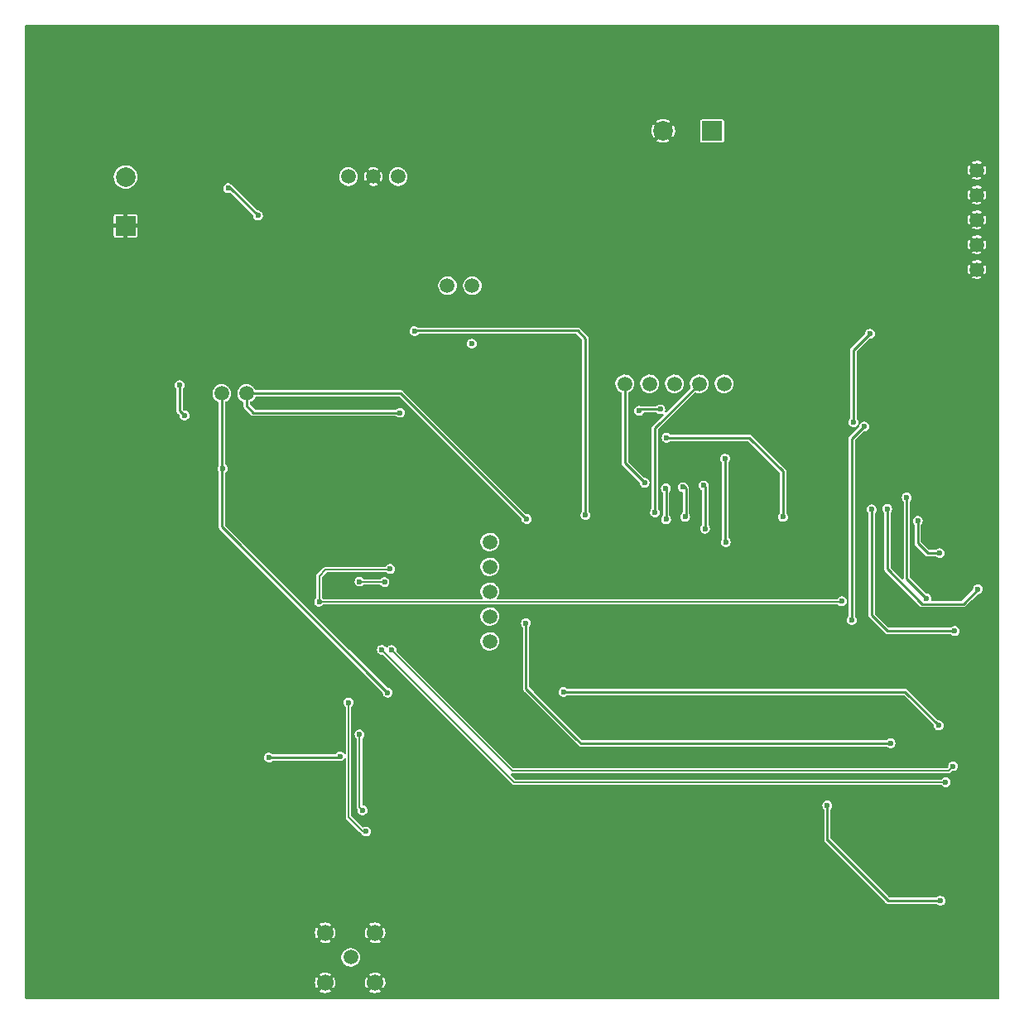
<source format=gbr>
%TF.GenerationSoftware,KiCad,Pcbnew,(5.99.0-10117-g2c3ee0d85f)*%
%TF.CreationDate,2021-04-28T15:25:11+02:00*%
%TF.ProjectId,som asset tracker,736f6d20-6173-4736-9574-20747261636b,rev?*%
%TF.SameCoordinates,Original*%
%TF.FileFunction,Copper,L2,Bot*%
%TF.FilePolarity,Positive*%
%FSLAX46Y46*%
G04 Gerber Fmt 4.6, Leading zero omitted, Abs format (unit mm)*
G04 Created by KiCad (PCBNEW (5.99.0-10117-g2c3ee0d85f)) date 2021-04-28 15:25:11*
%MOMM*%
%LPD*%
G01*
G04 APERTURE LIST*
%TA.AperFunction,ComponentPad*%
%ADD10R,2.000000X2.000000*%
%TD*%
%TA.AperFunction,ComponentPad*%
%ADD11C,2.000000*%
%TD*%
%TA.AperFunction,ComponentPad*%
%ADD12C,1.500000*%
%TD*%
%TA.AperFunction,ComponentPad*%
%ADD13C,1.700000*%
%TD*%
%TA.AperFunction,ViaPad*%
%ADD14C,0.600000*%
%TD*%
%TA.AperFunction,Conductor*%
%ADD15C,0.250000*%
%TD*%
%TA.AperFunction,Conductor*%
%ADD16C,0.150000*%
%TD*%
G04 APERTURE END LIST*
D10*
%TO.P,J2,1,Pin_1*%
%TO.N,Net-(J2-Pad1)*%
X168115000Y-66175000D03*
D11*
%TO.P,J2,2,Pin_2*%
%TO.N,GND*%
X163115000Y-66175000D03*
%TD*%
D12*
%TO.P,U2,1,IN*%
%TO.N,VDC*%
X130910000Y-70850000D03*
%TO.P,U2,2,GND*%
%TO.N,GND*%
X133450000Y-70850000D03*
%TO.P,U2,3,OUT*%
%TO.N,+3V3*%
X135990000Y-70850000D03*
%TD*%
%TO.P,J5,1,Pin_1*%
%TO.N,/LED1*%
X159170000Y-92050000D03*
%TO.P,J5,2,Pin_2*%
%TO.N,/LED2*%
X161710000Y-92050000D03*
%TO.P,J5,3,Pin_3*%
%TO.N,/LED3*%
X164250000Y-92050000D03*
%TO.P,J5,4,Pin_4*%
%TO.N,/SSR*%
X166790000Y-92050000D03*
%TO.P,J5,5,Pin_5*%
%TO.N,/BUZZER*%
X169330000Y-92050000D03*
%TD*%
D10*
%TO.P,J1,1,Pin_1*%
%TO.N,GND*%
X108115000Y-75885000D03*
D11*
%TO.P,J1,2,Pin_2*%
%TO.N,Net-(J1-Pad2)*%
X108115000Y-70885000D03*
%TD*%
D12*
%TO.P,J3,1,Pin_1*%
%TO.N,GND*%
X195190000Y-80350000D03*
%TO.P,J3,2,Pin_2*%
X195190000Y-77810000D03*
%TO.P,J3,3,Pin_3*%
X195190000Y-75270000D03*
%TO.P,J3,4,Pin_4*%
X195190000Y-72730000D03*
%TO.P,J3,5,Pin_5*%
X195190000Y-70190000D03*
%TD*%
%TO.P,AE1,1,A*%
%TO.N,Net-(AE1-Pad1)*%
X131130000Y-150700000D03*
D13*
%TO.P,AE1,2,Shield*%
%TO.N,GND*%
X133630000Y-148200000D03*
X128530000Y-148200000D03*
X128530000Y-153300000D03*
X133630000Y-153300000D03*
%TD*%
D12*
%TO.P,J7,1,Pin_1*%
%TO.N,/SCL*%
X117960000Y-93020000D03*
%TO.P,J7,2,Pin_2*%
%TO.N,/SDA*%
X120500000Y-93020000D03*
%TD*%
%TO.P,J6,1,Pin_1*%
%TO.N,/INT1*%
X141030000Y-82000000D03*
%TO.P,J6,2,Pin_2*%
%TO.N,/INT2*%
X143570000Y-82000000D03*
%TD*%
%TO.P,J4,1,Pin_1*%
%TO.N,/TX*%
X145360000Y-118380000D03*
%TO.P,J4,2,Pin_2*%
%TO.N,/RX*%
X145360000Y-115840000D03*
%TO.P,J4,3,Pin_3*%
%TO.N,/PPS*%
X145360000Y-113300000D03*
%TO.P,J4,4,Pin_4*%
%TO.N,/WAKE*%
X145360000Y-110760000D03*
%TO.P,J4,5,Pin_5*%
%TO.N,/RESET*%
X145360000Y-108220000D03*
%TD*%
D14*
%TO.N,GND*%
X148770000Y-153420000D03*
X100050000Y-93500000D03*
X187380000Y-109310000D03*
X154250000Y-149240000D03*
X132540000Y-136760000D03*
X164880000Y-75550000D03*
X155380000Y-140870000D03*
X106750000Y-112270000D03*
X120110000Y-80600000D03*
X128750000Y-122350000D03*
X189310000Y-115830000D03*
X121520000Y-120230000D03*
X145420000Y-137490000D03*
X109620000Y-93030000D03*
X106480000Y-140270000D03*
X192750000Y-139300000D03*
X162395000Y-117995000D03*
X155840000Y-127760000D03*
X137675000Y-89175000D03*
X195340000Y-100300000D03*
X129110000Y-137120000D03*
X191700000Y-124910000D03*
X139820000Y-116970000D03*
X128520000Y-134300000D03*
X139300000Y-91400000D03*
X187750000Y-151700000D03*
%TO.N,Net-(BT1-Pad1)*%
X130030000Y-130130000D03*
X122760000Y-130260000D03*
%TO.N,/SOM/TRST*%
X192920000Y-117320000D03*
X184420000Y-104890000D03*
%TO.N,/SOM/TDI*%
X188020000Y-103650000D03*
X190000000Y-113980000D03*
%TO.N,/SOM/TDO*%
X186010000Y-104830000D03*
X195300000Y-113040000D03*
%TO.N,/SOM/TCK*%
X189130000Y-106050000D03*
X191370000Y-109350000D03*
%TO.N,Net-(J1-Pad2)*%
X118600000Y-72030000D03*
X121650000Y-74830000D03*
%TO.N,/INT2*%
X162800000Y-94650000D03*
X175350000Y-105650000D03*
X163450000Y-97550000D03*
X143525000Y-87925000D03*
X160650000Y-94800000D03*
%TO.N,/INT1*%
X137650000Y-86650000D03*
X155150000Y-105450000D03*
%TO.N,/BUZZER*%
X169420000Y-99690000D03*
X169490000Y-108240000D03*
%TO.N,/SSR*%
X162260000Y-105180000D03*
%TO.N,/LED3*%
X167250000Y-102440000D03*
X167380000Y-106860000D03*
%TO.N,/LED2*%
X165350000Y-105630000D03*
X165120000Y-102610000D03*
%TO.N,/LED1*%
X163390000Y-105900000D03*
X163380000Y-102730000D03*
X161190000Y-102160000D03*
%TO.N,/RESET*%
X127910000Y-114320000D03*
X135160000Y-110980000D03*
X181370000Y-114280000D03*
%TO.N,/WAKE*%
X132040000Y-112270000D03*
X134600000Y-112310000D03*
%TO.N,/RX*%
X192000000Y-132790000D03*
X134330000Y-119250000D03*
%TO.N,/TX*%
X192760000Y-131150000D03*
X135310000Y-119250000D03*
%TO.N,/SDA*%
X186350000Y-128810000D03*
X113640000Y-92170000D03*
X114140000Y-95280000D03*
X149070000Y-116510000D03*
X149130000Y-105860000D03*
X136200000Y-95000000D03*
%TO.N,/SCL*%
X118050000Y-100700000D03*
X191270000Y-126980000D03*
X134930000Y-123620000D03*
X152890000Y-123560000D03*
%TO.N,/SOM/RED*%
X183660000Y-96400000D03*
X182390000Y-116200000D03*
%TO.N,/SOM/GREEN*%
X179890000Y-135160000D03*
X191450000Y-144900000D03*
%TO.N,/SOM/BLUE*%
X184250000Y-86910000D03*
X182550000Y-95970000D03*
%TO.N,/gps/ANT_OFF*%
X130930000Y-124640000D03*
X132710000Y-137830000D03*
%TO.N,VCC*%
X132040000Y-127900000D03*
X132350000Y-135660000D03*
%TD*%
D15*
%TO.N,Net-(BT1-Pad1)*%
X129900000Y-130260000D02*
X130030000Y-130130000D01*
X122760000Y-130260000D02*
X129900000Y-130260000D01*
%TO.N,/SOM/TRST*%
X185260000Y-116530000D02*
X186050000Y-117320000D01*
X186050000Y-117320000D02*
X192920000Y-117320000D01*
X184420000Y-115690000D02*
X185260000Y-116530000D01*
X184420000Y-104890000D02*
X184420000Y-115690000D01*
%TO.N,/SOM/TDI*%
X188020000Y-112000000D02*
X190000000Y-113980000D01*
X188020000Y-103650000D02*
X188020000Y-112000000D01*
%TO.N,/SOM/TDO*%
X189599507Y-114554501D02*
X186010000Y-110964994D01*
X193785499Y-114554501D02*
X189599507Y-114554501D01*
X195280000Y-113060000D02*
X193785499Y-114554501D01*
X186010000Y-110964994D02*
X186010000Y-104830000D01*
D16*
X195280000Y-113060000D02*
X195300000Y-113040000D01*
D15*
%TO.N,/SOM/TCK*%
X189130000Y-108340000D02*
X190140000Y-109350000D01*
X190140000Y-109350000D02*
X191370000Y-109350000D01*
X189130000Y-106050000D02*
X189130000Y-108340000D01*
%TO.N,Net-(J1-Pad2)*%
X118850000Y-72030000D02*
X118600000Y-72030000D01*
X121650000Y-74830000D02*
X118850000Y-72030000D01*
%TO.N,/INT2*%
X162800000Y-94650000D02*
X160800000Y-94650000D01*
X175350000Y-101000000D02*
X171900000Y-97550000D01*
X171900000Y-97550000D02*
X163450000Y-97550000D01*
X160800000Y-94650000D02*
X160650000Y-94800000D01*
X175350000Y-105650000D02*
X175350000Y-101000000D01*
%TO.N,/INT1*%
X155150000Y-87400000D02*
X154350000Y-86600000D01*
D16*
X137700000Y-86600000D02*
X137650000Y-86650000D01*
D15*
X155150000Y-105450000D02*
X155150000Y-87400000D01*
X154350000Y-86600000D02*
X137700000Y-86600000D01*
%TO.N,/BUZZER*%
X169420000Y-99690000D02*
X169420000Y-108170000D01*
X169420000Y-108170000D02*
X169490000Y-108240000D01*
%TO.N,/SSR*%
X162260000Y-96580000D02*
X162260000Y-105180000D01*
X166790000Y-92050000D02*
X162260000Y-96580000D01*
%TO.N,/LED3*%
X167380000Y-102570000D02*
X167250000Y-102440000D01*
X167380000Y-106860000D02*
X167380000Y-102570000D01*
%TO.N,/LED2*%
X165420000Y-105560000D02*
X165420000Y-102770000D01*
X165420000Y-102770000D02*
X165260000Y-102610000D01*
X165260000Y-102610000D02*
X165120000Y-102610000D01*
X165350000Y-105630000D02*
X165420000Y-105560000D01*
%TO.N,/LED1*%
X163390000Y-105900000D02*
X163390000Y-102740000D01*
X159170000Y-100140000D02*
X161190000Y-102160000D01*
X163390000Y-102740000D02*
X163380000Y-102730000D01*
X159170000Y-92050000D02*
X159170000Y-100140000D01*
D16*
%TO.N,/RESET*%
X135160000Y-110980000D02*
X135110000Y-111030000D01*
X181370000Y-114280000D02*
X181300000Y-114350000D01*
X135110000Y-111030000D02*
X128580000Y-111030000D01*
X127910000Y-111700000D02*
X127910000Y-114320000D01*
X181300000Y-114350000D02*
X127940000Y-114350000D01*
X127940000Y-114350000D02*
X127910000Y-114320000D01*
X128580000Y-111030000D02*
X127910000Y-111700000D01*
%TO.N,/WAKE*%
X134600000Y-112310000D02*
X132080000Y-112310000D01*
X132080000Y-112310000D02*
X132040000Y-112270000D01*
%TO.N,/RX*%
X147870000Y-132790000D02*
X192000000Y-132790000D01*
X134330000Y-119250000D02*
X147870000Y-132790000D01*
%TO.N,/TX*%
X147690000Y-131630000D02*
X192280000Y-131630000D01*
X135310000Y-119250000D02*
X147690000Y-131630000D01*
X192280000Y-131630000D02*
X192760000Y-131150000D01*
D15*
%TO.N,/SDA*%
X121200000Y-95000000D02*
X120500000Y-94300000D01*
X149130000Y-105860000D02*
X136290000Y-93020000D01*
X120500000Y-94300000D02*
X120500000Y-93020000D01*
X136290000Y-93020000D02*
X120500000Y-93020000D01*
X113640000Y-94780000D02*
X114140000Y-95280000D01*
X186350000Y-128810000D02*
X154680000Y-128810000D01*
X154680000Y-128810000D02*
X154230000Y-128360000D01*
X149070000Y-123200000D02*
X149070000Y-116510000D01*
X136200000Y-95000000D02*
X121200000Y-95000000D01*
X113640000Y-92170000D02*
X113640000Y-94780000D01*
X154230000Y-128360000D02*
X149070000Y-123200000D01*
%TO.N,/SCL*%
X117960000Y-106650000D02*
X117960000Y-100790000D01*
X117960000Y-93020000D02*
X117960000Y-100610000D01*
X117960000Y-100610000D02*
X118050000Y-100700000D01*
X117960000Y-100790000D02*
X118050000Y-100700000D01*
X187850000Y-123560000D02*
X152890000Y-123560000D01*
X191270000Y-126980000D02*
X187850000Y-123560000D01*
X134930000Y-123620000D02*
X117960000Y-106650000D01*
%TO.N,/SOM/RED*%
X182390000Y-97670000D02*
X183660000Y-96400000D01*
X182390000Y-116200000D02*
X182390000Y-97670000D01*
%TO.N,/SOM/GREEN*%
X186100000Y-144900000D02*
X179920000Y-138720000D01*
X179890000Y-138690000D02*
X179890000Y-135160000D01*
X179920000Y-138720000D02*
X179890000Y-138690000D01*
X191450000Y-144900000D02*
X186100000Y-144900000D01*
%TO.N,/SOM/BLUE*%
X182550000Y-88610000D02*
X184250000Y-86910000D01*
X182550000Y-95970000D02*
X182550000Y-88610000D01*
D16*
%TO.N,/gps/ANT_OFF*%
X132270000Y-137720000D02*
X132380000Y-137830000D01*
X132380000Y-137830000D02*
X132710000Y-137830000D01*
X130930000Y-136380000D02*
X132270000Y-137720000D01*
X130930000Y-124640000D02*
X130930000Y-136380000D01*
%TO.N,VCC*%
X132040000Y-127900000D02*
X132040000Y-135350000D01*
X132040000Y-135350000D02*
X132350000Y-135660000D01*
%TD*%
%TA.AperFunction,Conductor*%
%TO.N,GND*%
G36*
X197399191Y-55368907D02*
G01*
X197435155Y-55418407D01*
X197440000Y-55449000D01*
X197440000Y-154851000D01*
X197421093Y-154909191D01*
X197371593Y-154945155D01*
X197341000Y-154950000D01*
X97939000Y-154950000D01*
X97880809Y-154931093D01*
X97844845Y-154881593D01*
X97840000Y-154851000D01*
X97840000Y-154172656D01*
X127945459Y-154172656D01*
X127952688Y-154180168D01*
X128103406Y-154264401D01*
X128112234Y-154268258D01*
X128298855Y-154328895D01*
X128308255Y-154330962D01*
X128503105Y-154354196D01*
X128512730Y-154354398D01*
X128708371Y-154339344D01*
X128717862Y-154337670D01*
X128906853Y-154284903D01*
X128915832Y-154281421D01*
X129090976Y-154192949D01*
X129099114Y-154187784D01*
X129106871Y-154181724D01*
X129112988Y-154172656D01*
X133045459Y-154172656D01*
X133052688Y-154180168D01*
X133203406Y-154264401D01*
X133212234Y-154268258D01*
X133398855Y-154328895D01*
X133408255Y-154330962D01*
X133603105Y-154354196D01*
X133612730Y-154354398D01*
X133808371Y-154339344D01*
X133817862Y-154337670D01*
X134006853Y-154284903D01*
X134015832Y-154281421D01*
X134190976Y-154192949D01*
X134199114Y-154187784D01*
X134206871Y-154181724D01*
X134214330Y-154170666D01*
X134214259Y-154168638D01*
X134211563Y-154164406D01*
X133641086Y-153593929D01*
X133629203Y-153587875D01*
X133624172Y-153588671D01*
X133050936Y-154161907D01*
X133045459Y-154172656D01*
X129112988Y-154172656D01*
X129114330Y-154170666D01*
X129114259Y-154168638D01*
X129111563Y-154164406D01*
X128541086Y-153593929D01*
X128529203Y-153587875D01*
X128524172Y-153588671D01*
X127950936Y-154161907D01*
X127945459Y-154172656D01*
X97840000Y-154172656D01*
X97840000Y-153290090D01*
X127475508Y-153290090D01*
X127491927Y-153485629D01*
X127493665Y-153495097D01*
X127547751Y-153683714D01*
X127551302Y-153692682D01*
X127640985Y-153867188D01*
X127646214Y-153875302D01*
X127647811Y-153877317D01*
X127658922Y-153884699D01*
X127661132Y-153884606D01*
X127665094Y-153882063D01*
X128236071Y-153311086D01*
X128241313Y-153300797D01*
X128817875Y-153300797D01*
X128818671Y-153305828D01*
X129391469Y-153878626D01*
X129402324Y-153884157D01*
X129409732Y-153877078D01*
X129491397Y-153733320D01*
X129495318Y-153724513D01*
X129557255Y-153538328D01*
X129559390Y-153528926D01*
X129584241Y-153332209D01*
X129584628Y-153326683D01*
X129584961Y-153302759D01*
X129584731Y-153297261D01*
X129584028Y-153290090D01*
X132575508Y-153290090D01*
X132591927Y-153485629D01*
X132593665Y-153495097D01*
X132647751Y-153683714D01*
X132651302Y-153692682D01*
X132740985Y-153867188D01*
X132746214Y-153875302D01*
X132747811Y-153877317D01*
X132758922Y-153884699D01*
X132761132Y-153884606D01*
X132765094Y-153882063D01*
X133336071Y-153311086D01*
X133341313Y-153300797D01*
X133917875Y-153300797D01*
X133918671Y-153305828D01*
X134491469Y-153878626D01*
X134502324Y-153884157D01*
X134509732Y-153877078D01*
X134591397Y-153733320D01*
X134595318Y-153724513D01*
X134657255Y-153538328D01*
X134659390Y-153528926D01*
X134684241Y-153332209D01*
X134684628Y-153326683D01*
X134684961Y-153302759D01*
X134684731Y-153297261D01*
X134665380Y-153099893D01*
X134663511Y-153090455D01*
X134606795Y-152902603D01*
X134603124Y-152893699D01*
X134511004Y-152720444D01*
X134510777Y-152720102D01*
X134502013Y-152714455D01*
X134499431Y-152714599D01*
X134496021Y-152716822D01*
X133923929Y-153288914D01*
X133917875Y-153300797D01*
X133341313Y-153300797D01*
X133342125Y-153299203D01*
X133341329Y-153294172D01*
X132767615Y-152720458D01*
X132756973Y-152715036D01*
X132749359Y-152722414D01*
X132662647Y-152880143D01*
X132658848Y-152889008D01*
X132599518Y-153076038D01*
X132597514Y-153085466D01*
X132575642Y-153280462D01*
X132575508Y-153290090D01*
X129584028Y-153290090D01*
X129565380Y-153099893D01*
X129563511Y-153090455D01*
X129506795Y-152902603D01*
X129503124Y-152893699D01*
X129411004Y-152720444D01*
X129410777Y-152720102D01*
X129402013Y-152714455D01*
X129399431Y-152714599D01*
X129396021Y-152716822D01*
X128823929Y-153288914D01*
X128817875Y-153300797D01*
X128241313Y-153300797D01*
X128242125Y-153299203D01*
X128241329Y-153294172D01*
X127667615Y-152720458D01*
X127656973Y-152715036D01*
X127649359Y-152722414D01*
X127562647Y-152880143D01*
X127558848Y-152889008D01*
X127499518Y-153076038D01*
X127497514Y-153085466D01*
X127475642Y-153280462D01*
X127475508Y-153290090D01*
X97840000Y-153290090D01*
X97840000Y-152428473D01*
X127944897Y-152428473D01*
X127945014Y-152430872D01*
X127947396Y-152434553D01*
X128518914Y-153006071D01*
X128530797Y-153012125D01*
X128535828Y-153011329D01*
X129109872Y-152437285D01*
X129114361Y-152428473D01*
X133044897Y-152428473D01*
X133045014Y-152430872D01*
X133047396Y-152434553D01*
X133618914Y-153006071D01*
X133630797Y-153012125D01*
X133635828Y-153011329D01*
X134209872Y-152437285D01*
X134215926Y-152425402D01*
X134215543Y-152422983D01*
X134043083Y-152329734D01*
X134034212Y-152326005D01*
X133846758Y-152267978D01*
X133837326Y-152266042D01*
X133642181Y-152245532D01*
X133632543Y-152245465D01*
X133437133Y-152263248D01*
X133427667Y-152265054D01*
X133239429Y-152320456D01*
X133230505Y-152324061D01*
X133056611Y-152414971D01*
X133051575Y-152418267D01*
X133044897Y-152428473D01*
X129114361Y-152428473D01*
X129115926Y-152425402D01*
X129115543Y-152422983D01*
X128943083Y-152329734D01*
X128934212Y-152326005D01*
X128746758Y-152267978D01*
X128737326Y-152266042D01*
X128542181Y-152245532D01*
X128532543Y-152245465D01*
X128337133Y-152263248D01*
X128327667Y-152265054D01*
X128139429Y-152320456D01*
X128130505Y-152324061D01*
X127956611Y-152414971D01*
X127951575Y-152418267D01*
X127944897Y-152428473D01*
X97840000Y-152428473D01*
X97840000Y-150793240D01*
X130179060Y-150793240D01*
X130217232Y-150982549D01*
X130292689Y-151160316D01*
X130295534Y-151164440D01*
X130295535Y-151164442D01*
X130399503Y-151315153D01*
X130399507Y-151315157D01*
X130402350Y-151319279D01*
X130405967Y-151322747D01*
X130405969Y-151322750D01*
X130486084Y-151399577D01*
X130541735Y-151452944D01*
X130705151Y-151555853D01*
X130885922Y-151623800D01*
X130890877Y-151624585D01*
X130890878Y-151624585D01*
X131071704Y-151653225D01*
X131071708Y-151653225D01*
X131076663Y-151654010D01*
X131150764Y-151650645D01*
X131264571Y-151645478D01*
X131264576Y-151645477D01*
X131269582Y-151645250D01*
X131274441Y-151644020D01*
X131274444Y-151644020D01*
X131451943Y-151599105D01*
X131456800Y-151597876D01*
X131461310Y-151595696D01*
X131626160Y-151516005D01*
X131626162Y-151516004D01*
X131630669Y-151513825D01*
X131784085Y-151396530D01*
X131910782Y-151250781D01*
X132005585Y-151082534D01*
X132064620Y-150898660D01*
X132075538Y-150798158D01*
X132085197Y-150709251D01*
X132085197Y-150709246D01*
X132085477Y-150706671D01*
X132085500Y-150700000D01*
X132065984Y-150507870D01*
X132008234Y-150323589D01*
X131914608Y-150154683D01*
X131846874Y-150075657D01*
X131792197Y-150011864D01*
X131792195Y-150011862D01*
X131788931Y-150008054D01*
X131761169Y-149986520D01*
X131640298Y-149892761D01*
X131640293Y-149892758D01*
X131636338Y-149889690D01*
X131463061Y-149804427D01*
X131348242Y-149774519D01*
X131281036Y-149757013D01*
X131281032Y-149757012D01*
X131276178Y-149755748D01*
X131271166Y-149755485D01*
X131271164Y-149755485D01*
X131203134Y-149751920D01*
X131083324Y-149745641D01*
X130892377Y-149774519D01*
X130711136Y-149841202D01*
X130706878Y-149843842D01*
X130706876Y-149843843D01*
X130632933Y-149889690D01*
X130547006Y-149942967D01*
X130406691Y-150075657D01*
X130403817Y-150079762D01*
X130403814Y-150079765D01*
X130298798Y-150229744D01*
X130295923Y-150233850D01*
X130219226Y-150411086D01*
X130179734Y-150600123D01*
X130179060Y-150793240D01*
X97840000Y-150793240D01*
X97840000Y-149072656D01*
X127945459Y-149072656D01*
X127952688Y-149080168D01*
X128103406Y-149164401D01*
X128112234Y-149168258D01*
X128298855Y-149228895D01*
X128308255Y-149230962D01*
X128503105Y-149254196D01*
X128512730Y-149254398D01*
X128708371Y-149239344D01*
X128717862Y-149237670D01*
X128906853Y-149184903D01*
X128915832Y-149181421D01*
X129090976Y-149092949D01*
X129099114Y-149087784D01*
X129106871Y-149081724D01*
X129112988Y-149072656D01*
X133045459Y-149072656D01*
X133052688Y-149080168D01*
X133203406Y-149164401D01*
X133212234Y-149168258D01*
X133398855Y-149228895D01*
X133408255Y-149230962D01*
X133603105Y-149254196D01*
X133612730Y-149254398D01*
X133808371Y-149239344D01*
X133817862Y-149237670D01*
X134006853Y-149184903D01*
X134015832Y-149181421D01*
X134190976Y-149092949D01*
X134199114Y-149087784D01*
X134206871Y-149081724D01*
X134214330Y-149070666D01*
X134214259Y-149068638D01*
X134211563Y-149064406D01*
X133641086Y-148493929D01*
X133629203Y-148487875D01*
X133624172Y-148488671D01*
X133050936Y-149061907D01*
X133045459Y-149072656D01*
X129112988Y-149072656D01*
X129114330Y-149070666D01*
X129114259Y-149068638D01*
X129111563Y-149064406D01*
X128541086Y-148493929D01*
X128529203Y-148487875D01*
X128524172Y-148488671D01*
X127950936Y-149061907D01*
X127945459Y-149072656D01*
X97840000Y-149072656D01*
X97840000Y-148190090D01*
X127475508Y-148190090D01*
X127491927Y-148385629D01*
X127493665Y-148395097D01*
X127547751Y-148583714D01*
X127551302Y-148592682D01*
X127640985Y-148767188D01*
X127646214Y-148775302D01*
X127647811Y-148777317D01*
X127658922Y-148784699D01*
X127661132Y-148784606D01*
X127665094Y-148782063D01*
X128236071Y-148211086D01*
X128241313Y-148200797D01*
X128817875Y-148200797D01*
X128818671Y-148205828D01*
X129391469Y-148778626D01*
X129402324Y-148784157D01*
X129409732Y-148777078D01*
X129491397Y-148633320D01*
X129495318Y-148624513D01*
X129557255Y-148438328D01*
X129559390Y-148428926D01*
X129584241Y-148232209D01*
X129584628Y-148226683D01*
X129584961Y-148202759D01*
X129584731Y-148197261D01*
X129584028Y-148190090D01*
X132575508Y-148190090D01*
X132591927Y-148385629D01*
X132593665Y-148395097D01*
X132647751Y-148583714D01*
X132651302Y-148592682D01*
X132740985Y-148767188D01*
X132746214Y-148775302D01*
X132747811Y-148777317D01*
X132758922Y-148784699D01*
X132761132Y-148784606D01*
X132765094Y-148782063D01*
X133336071Y-148211086D01*
X133341313Y-148200797D01*
X133917875Y-148200797D01*
X133918671Y-148205828D01*
X134491469Y-148778626D01*
X134502324Y-148784157D01*
X134509732Y-148777078D01*
X134591397Y-148633320D01*
X134595318Y-148624513D01*
X134657255Y-148438328D01*
X134659390Y-148428926D01*
X134684241Y-148232209D01*
X134684628Y-148226683D01*
X134684961Y-148202759D01*
X134684731Y-148197261D01*
X134665380Y-147999893D01*
X134663511Y-147990455D01*
X134606795Y-147802603D01*
X134603124Y-147793699D01*
X134511004Y-147620444D01*
X134510777Y-147620102D01*
X134502013Y-147614455D01*
X134499431Y-147614599D01*
X134496021Y-147616822D01*
X133923929Y-148188914D01*
X133917875Y-148200797D01*
X133341313Y-148200797D01*
X133342125Y-148199203D01*
X133341329Y-148194172D01*
X132767615Y-147620458D01*
X132756973Y-147615036D01*
X132749359Y-147622414D01*
X132662647Y-147780143D01*
X132658848Y-147789008D01*
X132599518Y-147976038D01*
X132597514Y-147985466D01*
X132575642Y-148180462D01*
X132575508Y-148190090D01*
X129584028Y-148190090D01*
X129565380Y-147999893D01*
X129563511Y-147990455D01*
X129506795Y-147802603D01*
X129503124Y-147793699D01*
X129411004Y-147620444D01*
X129410777Y-147620102D01*
X129402013Y-147614455D01*
X129399431Y-147614599D01*
X129396021Y-147616822D01*
X128823929Y-148188914D01*
X128817875Y-148200797D01*
X128241313Y-148200797D01*
X128242125Y-148199203D01*
X128241329Y-148194172D01*
X127667615Y-147620458D01*
X127656973Y-147615036D01*
X127649359Y-147622414D01*
X127562647Y-147780143D01*
X127558848Y-147789008D01*
X127499518Y-147976038D01*
X127497514Y-147985466D01*
X127475642Y-148180462D01*
X127475508Y-148190090D01*
X97840000Y-148190090D01*
X97840000Y-147328473D01*
X127944897Y-147328473D01*
X127945014Y-147330872D01*
X127947396Y-147334553D01*
X128518914Y-147906071D01*
X128530797Y-147912125D01*
X128535828Y-147911329D01*
X129109872Y-147337285D01*
X129114361Y-147328473D01*
X133044897Y-147328473D01*
X133045014Y-147330872D01*
X133047396Y-147334553D01*
X133618914Y-147906071D01*
X133630797Y-147912125D01*
X133635828Y-147911329D01*
X134209872Y-147337285D01*
X134215926Y-147325402D01*
X134215543Y-147322983D01*
X134043083Y-147229734D01*
X134034212Y-147226005D01*
X133846758Y-147167978D01*
X133837326Y-147166042D01*
X133642181Y-147145532D01*
X133632543Y-147145465D01*
X133437133Y-147163248D01*
X133427667Y-147165054D01*
X133239429Y-147220456D01*
X133230505Y-147224061D01*
X133056611Y-147314971D01*
X133051575Y-147318267D01*
X133044897Y-147328473D01*
X129114361Y-147328473D01*
X129115926Y-147325402D01*
X129115543Y-147322983D01*
X128943083Y-147229734D01*
X128934212Y-147226005D01*
X128746758Y-147167978D01*
X128737326Y-147166042D01*
X128542181Y-147145532D01*
X128532543Y-147145465D01*
X128337133Y-147163248D01*
X128327667Y-147165054D01*
X128139429Y-147220456D01*
X128130505Y-147224061D01*
X127956611Y-147314971D01*
X127951575Y-147318267D01*
X127944897Y-147328473D01*
X97840000Y-147328473D01*
X97840000Y-130253824D01*
X122254538Y-130253824D01*
X122273121Y-130395939D01*
X122330845Y-130527126D01*
X122423068Y-130636838D01*
X122428939Y-130640746D01*
X122428940Y-130640747D01*
X122446781Y-130652623D01*
X122542377Y-130716257D01*
X122549104Y-130718359D01*
X122549107Y-130718360D01*
X122672448Y-130756894D01*
X122672449Y-130756894D01*
X122679180Y-130758997D01*
X122750830Y-130760310D01*
X122815427Y-130761495D01*
X122815429Y-130761495D01*
X122822481Y-130761624D01*
X122829284Y-130759769D01*
X122829286Y-130759769D01*
X122876065Y-130747015D01*
X122960758Y-130723925D01*
X123082897Y-130648931D01*
X123110837Y-130618063D01*
X123163904Y-130587610D01*
X123184234Y-130585500D01*
X129794848Y-130585500D01*
X129824370Y-130590004D01*
X129942448Y-130626894D01*
X129942449Y-130626894D01*
X129949180Y-130628997D01*
X130020831Y-130630311D01*
X130085427Y-130631495D01*
X130085429Y-130631495D01*
X130092481Y-130631624D01*
X130099284Y-130629769D01*
X130099286Y-130629769D01*
X130146065Y-130617015D01*
X130230758Y-130593925D01*
X130352897Y-130518931D01*
X130449078Y-130412672D01*
X130466406Y-130376907D01*
X130508794Y-130332783D01*
X130569021Y-130322001D01*
X130624085Y-130348679D01*
X130652951Y-130402627D01*
X130654500Y-130420073D01*
X130654500Y-136345116D01*
X130652598Y-136364430D01*
X130649501Y-136380000D01*
X130654500Y-136405132D01*
X130654500Y-136405137D01*
X130670852Y-136487343D01*
X130731657Y-136578343D01*
X130739767Y-136583762D01*
X130744857Y-136587163D01*
X130759859Y-136599474D01*
X132057418Y-137897033D01*
X132160525Y-138000141D01*
X132172835Y-138015142D01*
X132176238Y-138020235D01*
X132176242Y-138020239D01*
X132181657Y-138028343D01*
X132189763Y-138033759D01*
X132202962Y-138042579D01*
X132202991Y-138042599D01*
X132264323Y-138083580D01*
X132285104Y-138102193D01*
X132373068Y-138206838D01*
X132378939Y-138210746D01*
X132378940Y-138210747D01*
X132391235Y-138218931D01*
X132492377Y-138286257D01*
X132499104Y-138288359D01*
X132499107Y-138288360D01*
X132622448Y-138326894D01*
X132622449Y-138326894D01*
X132629180Y-138328997D01*
X132700831Y-138330311D01*
X132765427Y-138331495D01*
X132765429Y-138331495D01*
X132772481Y-138331624D01*
X132779284Y-138329769D01*
X132779286Y-138329769D01*
X132826065Y-138317015D01*
X132910758Y-138293925D01*
X133032897Y-138218931D01*
X133129078Y-138112672D01*
X133191570Y-137983689D01*
X133215349Y-137842350D01*
X133215500Y-137830000D01*
X133195182Y-137688123D01*
X133135860Y-137557651D01*
X133042303Y-137449074D01*
X132922033Y-137371118D01*
X132915275Y-137369097D01*
X132915273Y-137369096D01*
X132791479Y-137332074D01*
X132784718Y-137330052D01*
X132698694Y-137329527D01*
X132648448Y-137329220D01*
X132641396Y-137329177D01*
X132634620Y-137331114D01*
X132634617Y-137331114D01*
X132510369Y-137366624D01*
X132510367Y-137366625D01*
X132503589Y-137368562D01*
X132497624Y-137372326D01*
X132497621Y-137372327D01*
X132450672Y-137401949D01*
X132391369Y-137417010D01*
X132334540Y-137394337D01*
X132327841Y-137388226D01*
X131234496Y-136294881D01*
X131206719Y-136240364D01*
X131205500Y-136224877D01*
X131205500Y-127893824D01*
X131534538Y-127893824D01*
X131553121Y-128035939D01*
X131555962Y-128042395D01*
X131555962Y-128042396D01*
X131557870Y-128046731D01*
X131610845Y-128167126D01*
X131703068Y-128276838D01*
X131720358Y-128288347D01*
X131758321Y-128336330D01*
X131764500Y-128370758D01*
X131764500Y-135315116D01*
X131762598Y-135334430D01*
X131759501Y-135350000D01*
X131761403Y-135359562D01*
X131764500Y-135375132D01*
X131764500Y-135375137D01*
X131777934Y-135442672D01*
X131780852Y-135457343D01*
X131786271Y-135465453D01*
X131835869Y-135539681D01*
X131852478Y-135598569D01*
X131851376Y-135609908D01*
X131844538Y-135653824D01*
X131863121Y-135795939D01*
X131865962Y-135802395D01*
X131865962Y-135802396D01*
X131867870Y-135806731D01*
X131920845Y-135927126D01*
X132013068Y-136036838D01*
X132018939Y-136040746D01*
X132018940Y-136040747D01*
X132031235Y-136048931D01*
X132132377Y-136116257D01*
X132139104Y-136118359D01*
X132139107Y-136118360D01*
X132262448Y-136156894D01*
X132262449Y-136156894D01*
X132269180Y-136158997D01*
X132340830Y-136160310D01*
X132405427Y-136161495D01*
X132405429Y-136161495D01*
X132412481Y-136161624D01*
X132419284Y-136159769D01*
X132419286Y-136159769D01*
X132466065Y-136147015D01*
X132550758Y-136123925D01*
X132672897Y-136048931D01*
X132769078Y-135942672D01*
X132831570Y-135813689D01*
X132834557Y-135795939D01*
X132854715Y-135676120D01*
X132854715Y-135676117D01*
X132855349Y-135672350D01*
X132855500Y-135660000D01*
X132835182Y-135518123D01*
X132811235Y-135465453D01*
X132778780Y-135394073D01*
X132778780Y-135394072D01*
X132775860Y-135387651D01*
X132682303Y-135279074D01*
X132562033Y-135201118D01*
X132555275Y-135199097D01*
X132555273Y-135199096D01*
X132431479Y-135162074D01*
X132424718Y-135160052D01*
X132413896Y-135159986D01*
X132410933Y-135159003D01*
X132410690Y-135158967D01*
X132410696Y-135158925D01*
X132395317Y-135153824D01*
X179384538Y-135153824D01*
X179403121Y-135295939D01*
X179405962Y-135302395D01*
X179405962Y-135302396D01*
X179426909Y-135350000D01*
X179460845Y-135427126D01*
X179465382Y-135432523D01*
X179465383Y-135432525D01*
X179541283Y-135522818D01*
X179564253Y-135579528D01*
X179564500Y-135586520D01*
X179564500Y-138671715D01*
X179564123Y-138680344D01*
X179560758Y-138718805D01*
X179562999Y-138727168D01*
X179570816Y-138756342D01*
X179572685Y-138764774D01*
X179579432Y-138803038D01*
X179583763Y-138810539D01*
X179585757Y-138816017D01*
X179588223Y-138821306D01*
X179590465Y-138829675D01*
X179595433Y-138836771D01*
X179595434Y-138836772D01*
X179612758Y-138861514D01*
X179617396Y-138868795D01*
X179636822Y-138902441D01*
X179666398Y-138927258D01*
X179672766Y-138933093D01*
X185856901Y-145117227D01*
X185862736Y-145123595D01*
X185881991Y-145146543D01*
X185881993Y-145146545D01*
X185887559Y-145153178D01*
X185921214Y-145172609D01*
X185928495Y-145177248D01*
X185960325Y-145199535D01*
X185968694Y-145201777D01*
X185973978Y-145204241D01*
X185979461Y-145206237D01*
X185986962Y-145210568D01*
X185995490Y-145212072D01*
X185995491Y-145212072D01*
X186025226Y-145217315D01*
X186033658Y-145219184D01*
X186071195Y-145229242D01*
X186109657Y-145225877D01*
X186118285Y-145225500D01*
X191023802Y-145225500D01*
X191081993Y-145244407D01*
X191099585Y-145260798D01*
X191108529Y-145271439D01*
X191108532Y-145271441D01*
X191113068Y-145276838D01*
X191118939Y-145280746D01*
X191118940Y-145280747D01*
X191131235Y-145288931D01*
X191232377Y-145356257D01*
X191239104Y-145358359D01*
X191239107Y-145358360D01*
X191362448Y-145396894D01*
X191362449Y-145396894D01*
X191369180Y-145398997D01*
X191440830Y-145400310D01*
X191505427Y-145401495D01*
X191505429Y-145401495D01*
X191512481Y-145401624D01*
X191519284Y-145399769D01*
X191519286Y-145399769D01*
X191566065Y-145387015D01*
X191650758Y-145363925D01*
X191772897Y-145288931D01*
X191837721Y-145217315D01*
X191864346Y-145187900D01*
X191864346Y-145187899D01*
X191869078Y-145182672D01*
X191931570Y-145053689D01*
X191955349Y-144912350D01*
X191955500Y-144900000D01*
X191935182Y-144758123D01*
X191875860Y-144627651D01*
X191782303Y-144519074D01*
X191662033Y-144441118D01*
X191655275Y-144439097D01*
X191655273Y-144439096D01*
X191531479Y-144402074D01*
X191524718Y-144400052D01*
X191438694Y-144399527D01*
X191388448Y-144399220D01*
X191381396Y-144399177D01*
X191374620Y-144401114D01*
X191374617Y-144401114D01*
X191250369Y-144436624D01*
X191250367Y-144436625D01*
X191243589Y-144438562D01*
X191122375Y-144515042D01*
X191117708Y-144520326D01*
X191117706Y-144520328D01*
X191099420Y-144541034D01*
X191046729Y-144572134D01*
X191025216Y-144574500D01*
X186275834Y-144574500D01*
X186217643Y-144555593D01*
X186205830Y-144545504D01*
X180244496Y-138584169D01*
X180216719Y-138529652D01*
X180215500Y-138514165D01*
X180215500Y-135584206D01*
X180234407Y-135526015D01*
X180241103Y-135517769D01*
X180304346Y-135447900D01*
X180304346Y-135447899D01*
X180309078Y-135442672D01*
X180371570Y-135313689D01*
X180374557Y-135295939D01*
X180394715Y-135176120D01*
X180394715Y-135176117D01*
X180395349Y-135172350D01*
X180395500Y-135160000D01*
X180375182Y-135018123D01*
X180315860Y-134887651D01*
X180222303Y-134779074D01*
X180102033Y-134701118D01*
X180095275Y-134699097D01*
X180095273Y-134699096D01*
X179971479Y-134662074D01*
X179964718Y-134660052D01*
X179878694Y-134659527D01*
X179828448Y-134659220D01*
X179821396Y-134659177D01*
X179814620Y-134661114D01*
X179814617Y-134661114D01*
X179690369Y-134696624D01*
X179690367Y-134696625D01*
X179683589Y-134698562D01*
X179562375Y-134775042D01*
X179467499Y-134882469D01*
X179406588Y-135012206D01*
X179384538Y-135153824D01*
X132395317Y-135153824D01*
X132355822Y-135140724D01*
X132320161Y-135091006D01*
X132315500Y-135060988D01*
X132315500Y-128373419D01*
X132334407Y-128315228D01*
X132352539Y-128298426D01*
X132351460Y-128297126D01*
X132356884Y-128292623D01*
X132362897Y-128288931D01*
X132459078Y-128182672D01*
X132521570Y-128053689D01*
X132524557Y-128035939D01*
X132544715Y-127916120D01*
X132544715Y-127916117D01*
X132545349Y-127912350D01*
X132545500Y-127900000D01*
X132525182Y-127758123D01*
X132465860Y-127627651D01*
X132372303Y-127519074D01*
X132252033Y-127441118D01*
X132245275Y-127439097D01*
X132245273Y-127439096D01*
X132121479Y-127402074D01*
X132114718Y-127400052D01*
X132028694Y-127399527D01*
X131978448Y-127399220D01*
X131971396Y-127399177D01*
X131964620Y-127401114D01*
X131964617Y-127401114D01*
X131840369Y-127436624D01*
X131840367Y-127436625D01*
X131833589Y-127438562D01*
X131712375Y-127515042D01*
X131617499Y-127622469D01*
X131556588Y-127752206D01*
X131534538Y-127893824D01*
X131205500Y-127893824D01*
X131205500Y-125113419D01*
X131224407Y-125055228D01*
X131242539Y-125038426D01*
X131241460Y-125037126D01*
X131246884Y-125032623D01*
X131252897Y-125028931D01*
X131349078Y-124922672D01*
X131411570Y-124793689D01*
X131414557Y-124775939D01*
X131434715Y-124656120D01*
X131434715Y-124656117D01*
X131435349Y-124652350D01*
X131435500Y-124640000D01*
X131415182Y-124498123D01*
X131355860Y-124367651D01*
X131262303Y-124259074D01*
X131142033Y-124181118D01*
X131135275Y-124179097D01*
X131135273Y-124179096D01*
X131011479Y-124142074D01*
X131004718Y-124140052D01*
X130918694Y-124139527D01*
X130868448Y-124139220D01*
X130861396Y-124139177D01*
X130854620Y-124141114D01*
X130854617Y-124141114D01*
X130730369Y-124176624D01*
X130730367Y-124176625D01*
X130723589Y-124178562D01*
X130602375Y-124255042D01*
X130507499Y-124362469D01*
X130446588Y-124492206D01*
X130424538Y-124633824D01*
X130443121Y-124775939D01*
X130445962Y-124782395D01*
X130445962Y-124782396D01*
X130447870Y-124786731D01*
X130500845Y-124907126D01*
X130593068Y-125016838D01*
X130610358Y-125028347D01*
X130648321Y-125076330D01*
X130654500Y-125110758D01*
X130654500Y-129837609D01*
X130635593Y-129895800D01*
X130586093Y-129931764D01*
X130524907Y-129931764D01*
X130475407Y-129895800D01*
X130465378Y-129878585D01*
X130458780Y-129864072D01*
X130458778Y-129864069D01*
X130455860Y-129857651D01*
X130362303Y-129749074D01*
X130242033Y-129671118D01*
X130235275Y-129669097D01*
X130235273Y-129669096D01*
X130111479Y-129632074D01*
X130104718Y-129630052D01*
X130018694Y-129629527D01*
X129968448Y-129629220D01*
X129961396Y-129629177D01*
X129954620Y-129631114D01*
X129954617Y-129631114D01*
X129830369Y-129666624D01*
X129830367Y-129666625D01*
X129823589Y-129668562D01*
X129702375Y-129745042D01*
X129607499Y-129852469D01*
X129604502Y-129858852D01*
X129604501Y-129858854D01*
X129595711Y-129877575D01*
X129553866Y-129922213D01*
X129506097Y-129934500D01*
X123185439Y-129934500D01*
X123127248Y-129915593D01*
X123110446Y-129900129D01*
X123092303Y-129879074D01*
X122972033Y-129801118D01*
X122965275Y-129799097D01*
X122965273Y-129799096D01*
X122841479Y-129762074D01*
X122834718Y-129760052D01*
X122748694Y-129759527D01*
X122698448Y-129759220D01*
X122691396Y-129759177D01*
X122684620Y-129761114D01*
X122684617Y-129761114D01*
X122560369Y-129796624D01*
X122560367Y-129796625D01*
X122553589Y-129798562D01*
X122432375Y-129875042D01*
X122337499Y-129982469D01*
X122276588Y-130112206D01*
X122254538Y-130253824D01*
X97840000Y-130253824D01*
X97840000Y-92163824D01*
X113134538Y-92163824D01*
X113153121Y-92305939D01*
X113155962Y-92312395D01*
X113155962Y-92312396D01*
X113194406Y-92399765D01*
X113210845Y-92437126D01*
X113215382Y-92442523D01*
X113215383Y-92442525D01*
X113291283Y-92532818D01*
X113314253Y-92589528D01*
X113314500Y-92596520D01*
X113314500Y-94761715D01*
X113314123Y-94770344D01*
X113310758Y-94808805D01*
X113314057Y-94821118D01*
X113320816Y-94846342D01*
X113322685Y-94854774D01*
X113329432Y-94893038D01*
X113333763Y-94900539D01*
X113335757Y-94906017D01*
X113338223Y-94911306D01*
X113340465Y-94919675D01*
X113345433Y-94926771D01*
X113345434Y-94926772D01*
X113362758Y-94951514D01*
X113367396Y-94958795D01*
X113386822Y-94992441D01*
X113404949Y-95007651D01*
X113416405Y-95017264D01*
X113422772Y-95023099D01*
X113514922Y-95115248D01*
X113606497Y-95206823D01*
X113634275Y-95261340D01*
X113634977Y-95271006D01*
X113634538Y-95273824D01*
X113653121Y-95415939D01*
X113655962Y-95422395D01*
X113655962Y-95422396D01*
X113690824Y-95501624D01*
X113710845Y-95547126D01*
X113715382Y-95552523D01*
X113715383Y-95552525D01*
X113764294Y-95610711D01*
X113803068Y-95656838D01*
X113808939Y-95660746D01*
X113808940Y-95660747D01*
X113821235Y-95668931D01*
X113922377Y-95736257D01*
X113929104Y-95738359D01*
X113929107Y-95738360D01*
X114052448Y-95776894D01*
X114052449Y-95776894D01*
X114059180Y-95778997D01*
X114130831Y-95780311D01*
X114195427Y-95781495D01*
X114195429Y-95781495D01*
X114202481Y-95781624D01*
X114209284Y-95779769D01*
X114209286Y-95779769D01*
X114256065Y-95767015D01*
X114340758Y-95743925D01*
X114462897Y-95668931D01*
X114539172Y-95584664D01*
X114554346Y-95567900D01*
X114554346Y-95567899D01*
X114559078Y-95562672D01*
X114621570Y-95433689D01*
X114624557Y-95415939D01*
X114644715Y-95296120D01*
X114644715Y-95296117D01*
X114645349Y-95292350D01*
X114645404Y-95287900D01*
X114645453Y-95283826D01*
X114645500Y-95280000D01*
X114625182Y-95138123D01*
X114614782Y-95115248D01*
X114568780Y-95014073D01*
X114568780Y-95014072D01*
X114565860Y-95007651D01*
X114472303Y-94899074D01*
X114352033Y-94821118D01*
X114345275Y-94819097D01*
X114345273Y-94819096D01*
X114221479Y-94782074D01*
X114214718Y-94780052D01*
X114175727Y-94779814D01*
X114140329Y-94779598D01*
X114082255Y-94760336D01*
X114070929Y-94750603D01*
X113994496Y-94674169D01*
X113966719Y-94619652D01*
X113965500Y-94604166D01*
X113965500Y-93113240D01*
X117009060Y-93113240D01*
X117047232Y-93302549D01*
X117122689Y-93480316D01*
X117125534Y-93484440D01*
X117125535Y-93484442D01*
X117229503Y-93635153D01*
X117229507Y-93635157D01*
X117232350Y-93639279D01*
X117235967Y-93642747D01*
X117235969Y-93642750D01*
X117316084Y-93719577D01*
X117371735Y-93772944D01*
X117535151Y-93875853D01*
X117570333Y-93889077D01*
X117618150Y-93927250D01*
X117634500Y-93981747D01*
X117634500Y-100385473D01*
X117625115Y-100427547D01*
X117566588Y-100552206D01*
X117544538Y-100693824D01*
X117545453Y-100700822D01*
X117561196Y-100821214D01*
X117563121Y-100835939D01*
X117565962Y-100842395D01*
X117565962Y-100842396D01*
X117602404Y-100925215D01*
X117620387Y-100966084D01*
X117620845Y-100967126D01*
X117620702Y-100967189D01*
X117634500Y-101015466D01*
X117634500Y-106631715D01*
X117634123Y-106640344D01*
X117630758Y-106678805D01*
X117632999Y-106687168D01*
X117640816Y-106716342D01*
X117642685Y-106724774D01*
X117649432Y-106763038D01*
X117653763Y-106770539D01*
X117655757Y-106776017D01*
X117658223Y-106781306D01*
X117660465Y-106789675D01*
X117665433Y-106796771D01*
X117665434Y-106796772D01*
X117682758Y-106821514D01*
X117687396Y-106828795D01*
X117706822Y-106862441D01*
X117736398Y-106887258D01*
X117742766Y-106893093D01*
X134396498Y-123546825D01*
X134424275Y-123601342D01*
X134424977Y-123611007D01*
X134424538Y-123613824D01*
X134443121Y-123755939D01*
X134445962Y-123762395D01*
X134445962Y-123762396D01*
X134447870Y-123766731D01*
X134500845Y-123887126D01*
X134593068Y-123996838D01*
X134598939Y-124000746D01*
X134598940Y-124000747D01*
X134611235Y-124008931D01*
X134712377Y-124076257D01*
X134719104Y-124078359D01*
X134719107Y-124078360D01*
X134842448Y-124116894D01*
X134842449Y-124116894D01*
X134849180Y-124118997D01*
X134920830Y-124120310D01*
X134985427Y-124121495D01*
X134985429Y-124121495D01*
X134992481Y-124121624D01*
X134999284Y-124119769D01*
X134999286Y-124119769D01*
X135046065Y-124107015D01*
X135130758Y-124083925D01*
X135252897Y-124008931D01*
X135303865Y-123952623D01*
X135344346Y-123907900D01*
X135344346Y-123907899D01*
X135349078Y-123902672D01*
X135411570Y-123773689D01*
X135414557Y-123755939D01*
X135434715Y-123636120D01*
X135434715Y-123636117D01*
X135435349Y-123632350D01*
X135435500Y-123620000D01*
X135415182Y-123478123D01*
X135388381Y-123419176D01*
X135358780Y-123354073D01*
X135358780Y-123354072D01*
X135355860Y-123347651D01*
X135262303Y-123239074D01*
X135142033Y-123161118D01*
X135135275Y-123159097D01*
X135135273Y-123159096D01*
X135011479Y-123122074D01*
X135004718Y-123120052D01*
X134967508Y-123119825D01*
X134930331Y-123119598D01*
X134872257Y-123100336D01*
X134860931Y-123090604D01*
X131014151Y-119243824D01*
X133824538Y-119243824D01*
X133843121Y-119385939D01*
X133900845Y-119517126D01*
X133993068Y-119626838D01*
X134112377Y-119706257D01*
X134119104Y-119708359D01*
X134119107Y-119708360D01*
X134242448Y-119746894D01*
X134242449Y-119746894D01*
X134249180Y-119748997D01*
X134312606Y-119750160D01*
X134385422Y-119751495D01*
X134385425Y-119751495D01*
X134392481Y-119751624D01*
X134392471Y-119752161D01*
X134447684Y-119762792D01*
X134469845Y-119779460D01*
X147650528Y-132960144D01*
X147662839Y-132975146D01*
X147671657Y-132988343D01*
X147692964Y-133002580D01*
X147692967Y-133002583D01*
X147762658Y-133049149D01*
X147772218Y-133051051D01*
X147772219Y-133051051D01*
X147860438Y-133068598D01*
X147870000Y-133070500D01*
X147879562Y-133068598D01*
X147879564Y-133068598D01*
X147885577Y-133067402D01*
X147904889Y-133065500D01*
X191531772Y-133065500D01*
X191589963Y-133084407D01*
X191607552Y-133100794D01*
X191663068Y-133166838D01*
X191668939Y-133170746D01*
X191668940Y-133170747D01*
X191681235Y-133178931D01*
X191782377Y-133246257D01*
X191789104Y-133248359D01*
X191789107Y-133248360D01*
X191912448Y-133286894D01*
X191912449Y-133286894D01*
X191919180Y-133288997D01*
X191990830Y-133290310D01*
X192055427Y-133291495D01*
X192055429Y-133291495D01*
X192062481Y-133291624D01*
X192069284Y-133289769D01*
X192069286Y-133289769D01*
X192116065Y-133277015D01*
X192200758Y-133253925D01*
X192322897Y-133178931D01*
X192338728Y-133161441D01*
X192414346Y-133077900D01*
X192414346Y-133077899D01*
X192419078Y-133072672D01*
X192481570Y-132943689D01*
X192505349Y-132802350D01*
X192505500Y-132790000D01*
X192485182Y-132648123D01*
X192425860Y-132517651D01*
X192332303Y-132409074D01*
X192212033Y-132331118D01*
X192205275Y-132329097D01*
X192205273Y-132329096D01*
X192081479Y-132292074D01*
X192074718Y-132290052D01*
X191988694Y-132289527D01*
X191938448Y-132289220D01*
X191931396Y-132289177D01*
X191924620Y-132291114D01*
X191924617Y-132291114D01*
X191800369Y-132326624D01*
X191800367Y-132326625D01*
X191793589Y-132328562D01*
X191672375Y-132405042D01*
X191634591Y-132447825D01*
X191605260Y-132481035D01*
X191552568Y-132512135D01*
X191531056Y-132514500D01*
X148025124Y-132514500D01*
X147966933Y-132495593D01*
X147955120Y-132485504D01*
X147533943Y-132064327D01*
X147506166Y-132009810D01*
X147515737Y-131949378D01*
X147559002Y-131906113D01*
X147623261Y-131897225D01*
X147663178Y-131905165D01*
X147664863Y-131905500D01*
X147664866Y-131905500D01*
X147664873Y-131905501D01*
X147690000Y-131910499D01*
X147699562Y-131908597D01*
X147705570Y-131907402D01*
X147724884Y-131905500D01*
X192245116Y-131905500D01*
X192264430Y-131907402D01*
X192280000Y-131910499D01*
X192289562Y-131908597D01*
X192305127Y-131905501D01*
X192305134Y-131905500D01*
X192305137Y-131905500D01*
X192307170Y-131905096D01*
X192377778Y-131891051D01*
X192377780Y-131891050D01*
X192387343Y-131889148D01*
X192478343Y-131828343D01*
X192487163Y-131815143D01*
X192499474Y-131800141D01*
X192621382Y-131678233D01*
X192675899Y-131650456D01*
X192693201Y-131649254D01*
X192704997Y-131649470D01*
X192815427Y-131651495D01*
X192815429Y-131651495D01*
X192822481Y-131651624D01*
X192829284Y-131649769D01*
X192829286Y-131649769D01*
X192876065Y-131637015D01*
X192960758Y-131613925D01*
X193082897Y-131538931D01*
X193179078Y-131432672D01*
X193241570Y-131303689D01*
X193244510Y-131286219D01*
X193264715Y-131166120D01*
X193264715Y-131166117D01*
X193265349Y-131162350D01*
X193265500Y-131150000D01*
X193245182Y-131008123D01*
X193185860Y-130877651D01*
X193092303Y-130769074D01*
X192972033Y-130691118D01*
X192965275Y-130689097D01*
X192965273Y-130689096D01*
X192841479Y-130652074D01*
X192834718Y-130650052D01*
X192748694Y-130649527D01*
X192698448Y-130649220D01*
X192691396Y-130649177D01*
X192684620Y-130651114D01*
X192684617Y-130651114D01*
X192560369Y-130686624D01*
X192560367Y-130686625D01*
X192553589Y-130688562D01*
X192432375Y-130765042D01*
X192337499Y-130872469D01*
X192276588Y-131002206D01*
X192254538Y-131143824D01*
X192255453Y-131150821D01*
X192262326Y-131203378D01*
X192251124Y-131263529D01*
X192234166Y-131286219D01*
X192194881Y-131325504D01*
X192140364Y-131353281D01*
X192124877Y-131354500D01*
X147845124Y-131354500D01*
X147786933Y-131335593D01*
X147775120Y-131325504D01*
X135836553Y-119386938D01*
X135808776Y-119332421D01*
X135808929Y-119300508D01*
X135814715Y-119266119D01*
X135814715Y-119266117D01*
X135815349Y-119262350D01*
X135815500Y-119250000D01*
X135795182Y-119108123D01*
X135741794Y-118990701D01*
X135738780Y-118984073D01*
X135738780Y-118984072D01*
X135735860Y-118977651D01*
X135642303Y-118869074D01*
X135522033Y-118791118D01*
X135515275Y-118789097D01*
X135515273Y-118789096D01*
X135391479Y-118752074D01*
X135384718Y-118750052D01*
X135298694Y-118749527D01*
X135248448Y-118749220D01*
X135241396Y-118749177D01*
X135234620Y-118751114D01*
X135234617Y-118751114D01*
X135110369Y-118786624D01*
X135110367Y-118786625D01*
X135103589Y-118788562D01*
X134982375Y-118865042D01*
X134977707Y-118870327D01*
X134977704Y-118870330D01*
X134893732Y-118965411D01*
X134841040Y-118996511D01*
X134780132Y-118990701D01*
X134744529Y-118964501D01*
X134711707Y-118926409D01*
X134662303Y-118869074D01*
X134542033Y-118791118D01*
X134535275Y-118789097D01*
X134535273Y-118789096D01*
X134411479Y-118752074D01*
X134404718Y-118750052D01*
X134318694Y-118749527D01*
X134268448Y-118749220D01*
X134261396Y-118749177D01*
X134254620Y-118751114D01*
X134254617Y-118751114D01*
X134130369Y-118786624D01*
X134130367Y-118786625D01*
X134123589Y-118788562D01*
X134002375Y-118865042D01*
X133907499Y-118972469D01*
X133846588Y-119102206D01*
X133824538Y-119243824D01*
X131014151Y-119243824D01*
X130243567Y-118473240D01*
X144409060Y-118473240D01*
X144447232Y-118662549D01*
X144522689Y-118840316D01*
X144525534Y-118844440D01*
X144525535Y-118844442D01*
X144629503Y-118995153D01*
X144629507Y-118995157D01*
X144632350Y-118999279D01*
X144635967Y-119002747D01*
X144635969Y-119002750D01*
X144768113Y-119129471D01*
X144771735Y-119132944D01*
X144935151Y-119235853D01*
X145115922Y-119303800D01*
X145120877Y-119304585D01*
X145120878Y-119304585D01*
X145301704Y-119333225D01*
X145301708Y-119333225D01*
X145306663Y-119334010D01*
X145380764Y-119330645D01*
X145494571Y-119325478D01*
X145494576Y-119325477D01*
X145499582Y-119325250D01*
X145504441Y-119324020D01*
X145504444Y-119324020D01*
X145681943Y-119279105D01*
X145686800Y-119277876D01*
X145711121Y-119266119D01*
X145856160Y-119196005D01*
X145856162Y-119196004D01*
X145860669Y-119193825D01*
X146014085Y-119076530D01*
X146140782Y-118930781D01*
X146235585Y-118762534D01*
X146294620Y-118578660D01*
X146305538Y-118478158D01*
X146315197Y-118389251D01*
X146315197Y-118389246D01*
X146315477Y-118386671D01*
X146315500Y-118380000D01*
X146295984Y-118187870D01*
X146238234Y-118003589D01*
X146144608Y-117834683D01*
X146076874Y-117755657D01*
X146022197Y-117691864D01*
X146022195Y-117691862D01*
X146018931Y-117688054D01*
X145988446Y-117664407D01*
X145870298Y-117572761D01*
X145870293Y-117572758D01*
X145866338Y-117569690D01*
X145693061Y-117484427D01*
X145578242Y-117454519D01*
X145511036Y-117437013D01*
X145511032Y-117437012D01*
X145506178Y-117435748D01*
X145501166Y-117435485D01*
X145501164Y-117435485D01*
X145433134Y-117431920D01*
X145313324Y-117425641D01*
X145122377Y-117454519D01*
X144941136Y-117521202D01*
X144936878Y-117523842D01*
X144936876Y-117523843D01*
X144790555Y-117614566D01*
X144777006Y-117622967D01*
X144636691Y-117755657D01*
X144633817Y-117759762D01*
X144633814Y-117759765D01*
X144528798Y-117909744D01*
X144525923Y-117913850D01*
X144449226Y-118091086D01*
X144409734Y-118280123D01*
X144409060Y-118473240D01*
X130243567Y-118473240D01*
X127703567Y-115933240D01*
X144409060Y-115933240D01*
X144410052Y-115938158D01*
X144434454Y-116059176D01*
X144447232Y-116122549D01*
X144449191Y-116127164D01*
X144496090Y-116237651D01*
X144522689Y-116300316D01*
X144525534Y-116304440D01*
X144525535Y-116304442D01*
X144629503Y-116455153D01*
X144629507Y-116455157D01*
X144632350Y-116459279D01*
X144635967Y-116462747D01*
X144635969Y-116462750D01*
X144759016Y-116580747D01*
X144771735Y-116592944D01*
X144775980Y-116595617D01*
X144887395Y-116665779D01*
X144935151Y-116695853D01*
X145115922Y-116763800D01*
X145120877Y-116764585D01*
X145120878Y-116764585D01*
X145301704Y-116793225D01*
X145301708Y-116793225D01*
X145306663Y-116794010D01*
X145380764Y-116790645D01*
X145494571Y-116785478D01*
X145494576Y-116785477D01*
X145499582Y-116785250D01*
X145504441Y-116784020D01*
X145504444Y-116784020D01*
X145668079Y-116742613D01*
X145686800Y-116737876D01*
X145691310Y-116735696D01*
X145856160Y-116656005D01*
X145856162Y-116656004D01*
X145860669Y-116653825D01*
X146014085Y-116536530D01*
X146042516Y-116503824D01*
X148564538Y-116503824D01*
X148583121Y-116645939D01*
X148585962Y-116652395D01*
X148585962Y-116652396D01*
X148634205Y-116762035D01*
X148640845Y-116777126D01*
X148645382Y-116782523D01*
X148645383Y-116782525D01*
X148721283Y-116872818D01*
X148744253Y-116929528D01*
X148744500Y-116936520D01*
X148744500Y-123181715D01*
X148744123Y-123190344D01*
X148740758Y-123228805D01*
X148742999Y-123237168D01*
X148750816Y-123266342D01*
X148752685Y-123274774D01*
X148759432Y-123313038D01*
X148763763Y-123320539D01*
X148765757Y-123326017D01*
X148768223Y-123331306D01*
X148770465Y-123339675D01*
X148775433Y-123346771D01*
X148775434Y-123346772D01*
X148792758Y-123371514D01*
X148797396Y-123378795D01*
X148816822Y-123412441D01*
X148824849Y-123419176D01*
X148846398Y-123437258D01*
X148852766Y-123443093D01*
X154436907Y-129027234D01*
X154442741Y-129033601D01*
X154467559Y-129063178D01*
X154475060Y-129067508D01*
X154475059Y-129067508D01*
X154501204Y-129082603D01*
X154508486Y-129087242D01*
X154523708Y-129097900D01*
X154540325Y-129109535D01*
X154548694Y-129111777D01*
X154553983Y-129114243D01*
X154559461Y-129116237D01*
X154566962Y-129120568D01*
X154575490Y-129122072D01*
X154575491Y-129122072D01*
X154605226Y-129127315D01*
X154613658Y-129129184D01*
X154651195Y-129139242D01*
X154689656Y-129135877D01*
X154698285Y-129135500D01*
X185923802Y-129135500D01*
X185981993Y-129154407D01*
X185999585Y-129170798D01*
X186008529Y-129181439D01*
X186008532Y-129181441D01*
X186013068Y-129186838D01*
X186018939Y-129190746D01*
X186018940Y-129190747D01*
X186031235Y-129198931D01*
X186132377Y-129266257D01*
X186139104Y-129268359D01*
X186139107Y-129268360D01*
X186262448Y-129306894D01*
X186262449Y-129306894D01*
X186269180Y-129308997D01*
X186340831Y-129310311D01*
X186405427Y-129311495D01*
X186405429Y-129311495D01*
X186412481Y-129311624D01*
X186419284Y-129309769D01*
X186419286Y-129309769D01*
X186466065Y-129297015D01*
X186550758Y-129273925D01*
X186672897Y-129198931D01*
X186737721Y-129127315D01*
X186764346Y-129097900D01*
X186764346Y-129097899D01*
X186769078Y-129092672D01*
X186831570Y-128963689D01*
X186855349Y-128822350D01*
X186855500Y-128810000D01*
X186835182Y-128668123D01*
X186775860Y-128537651D01*
X186682303Y-128429074D01*
X186562033Y-128351118D01*
X186555275Y-128349097D01*
X186555273Y-128349096D01*
X186431479Y-128312074D01*
X186424718Y-128310052D01*
X186338694Y-128309527D01*
X186288448Y-128309220D01*
X186281396Y-128309177D01*
X186274620Y-128311114D01*
X186274617Y-128311114D01*
X186150369Y-128346624D01*
X186150367Y-128346625D01*
X186143589Y-128348562D01*
X186022375Y-128425042D01*
X186017708Y-128430326D01*
X186017706Y-128430328D01*
X185999420Y-128451034D01*
X185946729Y-128482134D01*
X185925216Y-128484500D01*
X154855835Y-128484500D01*
X154797644Y-128465593D01*
X154785831Y-128455504D01*
X149884151Y-123553824D01*
X152384538Y-123553824D01*
X152385453Y-123560822D01*
X152392935Y-123618037D01*
X152403121Y-123695939D01*
X152405962Y-123702395D01*
X152405962Y-123702396D01*
X152440126Y-123780038D01*
X152460845Y-123827126D01*
X152465382Y-123832523D01*
X152465383Y-123832525D01*
X152511687Y-123887610D01*
X152553068Y-123936838D01*
X152558939Y-123940746D01*
X152558940Y-123940747D01*
X152571235Y-123948931D01*
X152672377Y-124016257D01*
X152679104Y-124018359D01*
X152679107Y-124018360D01*
X152802448Y-124056894D01*
X152802449Y-124056894D01*
X152809180Y-124058997D01*
X152880830Y-124060310D01*
X152945427Y-124061495D01*
X152945429Y-124061495D01*
X152952481Y-124061624D01*
X152959284Y-124059769D01*
X152959286Y-124059769D01*
X153006065Y-124047015D01*
X153090758Y-124023925D01*
X153212897Y-123948931D01*
X153240837Y-123918063D01*
X153293904Y-123887610D01*
X153314234Y-123885500D01*
X187674165Y-123885500D01*
X187732356Y-123904407D01*
X187744169Y-123914496D01*
X190736498Y-126906825D01*
X190764275Y-126961342D01*
X190764977Y-126971007D01*
X190764538Y-126973824D01*
X190783121Y-127115939D01*
X190785962Y-127122395D01*
X190785962Y-127122396D01*
X190787870Y-127126731D01*
X190840845Y-127247126D01*
X190933068Y-127356838D01*
X190938939Y-127360746D01*
X190938940Y-127360747D01*
X190951235Y-127368931D01*
X191052377Y-127436257D01*
X191059104Y-127438359D01*
X191059107Y-127438360D01*
X191182448Y-127476894D01*
X191182449Y-127476894D01*
X191189180Y-127478997D01*
X191260831Y-127480311D01*
X191325427Y-127481495D01*
X191325429Y-127481495D01*
X191332481Y-127481624D01*
X191339284Y-127479769D01*
X191339286Y-127479769D01*
X191386065Y-127467015D01*
X191470758Y-127443925D01*
X191592897Y-127368931D01*
X191689078Y-127262672D01*
X191751570Y-127133689D01*
X191754557Y-127115939D01*
X191774715Y-126996120D01*
X191774715Y-126996117D01*
X191775349Y-126992350D01*
X191775500Y-126980000D01*
X191755182Y-126838123D01*
X191695860Y-126707651D01*
X191602303Y-126599074D01*
X191482033Y-126521118D01*
X191475275Y-126519097D01*
X191475273Y-126519096D01*
X191351479Y-126482074D01*
X191344718Y-126480052D01*
X191307508Y-126479825D01*
X191270331Y-126479598D01*
X191212257Y-126460336D01*
X191200931Y-126450604D01*
X188093093Y-123342766D01*
X188087258Y-123336398D01*
X188078222Y-123325629D01*
X188062441Y-123306822D01*
X188028795Y-123287396D01*
X188021514Y-123282758D01*
X187996772Y-123265434D01*
X187996771Y-123265433D01*
X187989675Y-123260465D01*
X187981306Y-123258223D01*
X187976017Y-123255757D01*
X187970539Y-123253763D01*
X187963038Y-123249432D01*
X187954510Y-123247928D01*
X187954509Y-123247928D01*
X187924774Y-123242685D01*
X187916342Y-123240816D01*
X187902675Y-123237154D01*
X187878805Y-123230758D01*
X187840383Y-123234120D01*
X187840344Y-123234123D01*
X187831715Y-123234500D01*
X153315439Y-123234500D01*
X153257248Y-123215593D01*
X153240446Y-123200129D01*
X153222303Y-123179074D01*
X153102033Y-123101118D01*
X153095275Y-123099097D01*
X153095273Y-123099096D01*
X152971479Y-123062074D01*
X152964718Y-123060052D01*
X152878694Y-123059527D01*
X152828448Y-123059220D01*
X152821396Y-123059177D01*
X152814620Y-123061114D01*
X152814617Y-123061114D01*
X152690369Y-123096624D01*
X152690367Y-123096625D01*
X152683589Y-123098562D01*
X152562375Y-123175042D01*
X152467499Y-123282469D01*
X152406588Y-123412206D01*
X152384538Y-123553824D01*
X149884151Y-123553824D01*
X149424496Y-123094169D01*
X149396719Y-123039652D01*
X149395500Y-123024165D01*
X149395500Y-116934206D01*
X149414407Y-116876015D01*
X149421103Y-116867769D01*
X149423650Y-116864956D01*
X149489078Y-116792672D01*
X149551570Y-116663689D01*
X149552821Y-116656257D01*
X149574715Y-116526120D01*
X149574715Y-116526117D01*
X149575349Y-116522350D01*
X149575500Y-116510000D01*
X149555182Y-116368123D01*
X149548620Y-116353689D01*
X149498780Y-116244073D01*
X149498780Y-116244072D01*
X149495860Y-116237651D01*
X149458096Y-116193824D01*
X181884538Y-116193824D01*
X181885453Y-116200822D01*
X181888864Y-116226904D01*
X181903121Y-116335939D01*
X181905962Y-116342395D01*
X181905962Y-116342396D01*
X181955577Y-116455153D01*
X181960845Y-116467126D01*
X181965382Y-116472523D01*
X181965383Y-116472525D01*
X181997575Y-116510822D01*
X182053068Y-116576838D01*
X182058939Y-116580746D01*
X182058940Y-116580747D01*
X182081279Y-116595617D01*
X182172377Y-116656257D01*
X182179104Y-116658359D01*
X182179107Y-116658360D01*
X182302448Y-116696894D01*
X182302449Y-116696894D01*
X182309180Y-116698997D01*
X182380830Y-116700310D01*
X182445427Y-116701495D01*
X182445429Y-116701495D01*
X182452481Y-116701624D01*
X182459284Y-116699769D01*
X182459286Y-116699769D01*
X182506065Y-116687015D01*
X182590758Y-116663925D01*
X182712897Y-116588931D01*
X182809078Y-116482672D01*
X182871570Y-116353689D01*
X182874557Y-116335939D01*
X182894715Y-116216120D01*
X182894715Y-116216117D01*
X182895349Y-116212350D01*
X182895500Y-116200000D01*
X182875182Y-116058123D01*
X182853809Y-116011114D01*
X182818780Y-115934073D01*
X182818780Y-115934072D01*
X182815860Y-115927651D01*
X182739501Y-115839033D01*
X182715840Y-115782608D01*
X182715500Y-115774409D01*
X182715500Y-104883824D01*
X183914538Y-104883824D01*
X183915453Y-104890822D01*
X183926687Y-104976731D01*
X183933121Y-105025939D01*
X183935962Y-105032395D01*
X183935962Y-105032396D01*
X183971285Y-105112672D01*
X183990845Y-105157126D01*
X183995382Y-105162523D01*
X183995383Y-105162525D01*
X184048048Y-105225177D01*
X184064747Y-105245042D01*
X184071283Y-105252818D01*
X184094253Y-105309528D01*
X184094500Y-105316520D01*
X184094500Y-115671715D01*
X184094123Y-115680344D01*
X184090758Y-115718805D01*
X184092999Y-115727168D01*
X184100816Y-115756342D01*
X184102685Y-115764774D01*
X184109432Y-115803038D01*
X184113763Y-115810539D01*
X184115757Y-115816017D01*
X184118223Y-115821306D01*
X184120465Y-115829675D01*
X184125433Y-115836771D01*
X184125434Y-115836772D01*
X184142758Y-115861514D01*
X184147396Y-115868795D01*
X184166822Y-115902441D01*
X184184389Y-115917181D01*
X184196398Y-115927258D01*
X184202766Y-115933093D01*
X185009786Y-116740113D01*
X185806902Y-117537228D01*
X185812737Y-117543596D01*
X185831991Y-117566543D01*
X185831993Y-117566545D01*
X185837559Y-117573178D01*
X185871214Y-117592609D01*
X185878495Y-117597248D01*
X185910325Y-117619535D01*
X185918693Y-117621777D01*
X185923982Y-117624244D01*
X185929464Y-117626239D01*
X185936962Y-117630568D01*
X185945487Y-117632071D01*
X185945489Y-117632072D01*
X185968373Y-117636107D01*
X185975218Y-117637314D01*
X185983648Y-117639183D01*
X186012828Y-117647002D01*
X186012833Y-117647002D01*
X186021195Y-117649243D01*
X186059665Y-117645877D01*
X186068293Y-117645500D01*
X192493802Y-117645500D01*
X192551993Y-117664407D01*
X192569585Y-117680798D01*
X192578529Y-117691439D01*
X192578532Y-117691441D01*
X192583068Y-117696838D01*
X192588939Y-117700746D01*
X192588940Y-117700747D01*
X192601235Y-117708931D01*
X192702377Y-117776257D01*
X192709104Y-117778359D01*
X192709107Y-117778360D01*
X192832448Y-117816894D01*
X192832449Y-117816894D01*
X192839180Y-117818997D01*
X192910831Y-117820311D01*
X192975427Y-117821495D01*
X192975429Y-117821495D01*
X192982481Y-117821624D01*
X192989284Y-117819769D01*
X192989286Y-117819769D01*
X193036065Y-117807015D01*
X193120758Y-117783925D01*
X193242897Y-117708931D01*
X193296924Y-117649243D01*
X193334346Y-117607900D01*
X193334346Y-117607899D01*
X193339078Y-117602672D01*
X193395295Y-117486641D01*
X193398494Y-117480038D01*
X193401570Y-117473689D01*
X193404796Y-117454519D01*
X193424715Y-117336120D01*
X193424715Y-117336117D01*
X193425349Y-117332350D01*
X193425500Y-117320000D01*
X193405182Y-117178123D01*
X193345860Y-117047651D01*
X193252303Y-116939074D01*
X193132033Y-116861118D01*
X193125275Y-116859097D01*
X193125273Y-116859096D01*
X193001479Y-116822074D01*
X192994718Y-116820052D01*
X192908694Y-116819527D01*
X192858448Y-116819220D01*
X192851396Y-116819177D01*
X192844620Y-116821114D01*
X192844617Y-116821114D01*
X192720369Y-116856624D01*
X192720367Y-116856625D01*
X192713589Y-116858562D01*
X192592375Y-116935042D01*
X192587708Y-116940326D01*
X192587706Y-116940328D01*
X192569420Y-116961034D01*
X192516729Y-116992134D01*
X192495216Y-116994500D01*
X186225834Y-116994500D01*
X186167643Y-116975593D01*
X186155830Y-116965504D01*
X185470113Y-116279786D01*
X184774496Y-115584169D01*
X184746719Y-115529652D01*
X184745500Y-115514165D01*
X184745500Y-105314206D01*
X184764407Y-105256015D01*
X184771103Y-105247769D01*
X184773572Y-105245042D01*
X184839078Y-105172672D01*
X184901570Y-105043689D01*
X184903435Y-105032608D01*
X184924715Y-104906120D01*
X184924715Y-104906117D01*
X184925349Y-104902350D01*
X184925500Y-104890000D01*
X184916908Y-104830000D01*
X184916023Y-104823824D01*
X185504538Y-104823824D01*
X185523121Y-104965939D01*
X185525962Y-104972395D01*
X185525962Y-104972396D01*
X185568502Y-105069074D01*
X185580845Y-105097126D01*
X185585382Y-105102523D01*
X185585383Y-105102525D01*
X185661283Y-105192818D01*
X185684253Y-105249528D01*
X185684500Y-105256520D01*
X185684500Y-110946709D01*
X185684123Y-110955338D01*
X185680758Y-110993799D01*
X185682999Y-111002162D01*
X185690816Y-111031336D01*
X185692685Y-111039768D01*
X185699432Y-111078032D01*
X185703763Y-111085533D01*
X185705757Y-111091011D01*
X185708223Y-111096300D01*
X185710465Y-111104669D01*
X185715433Y-111111765D01*
X185715434Y-111111766D01*
X185732758Y-111136508D01*
X185737396Y-111143789D01*
X185756822Y-111177435D01*
X185786398Y-111202252D01*
X185792766Y-111208087D01*
X189356414Y-114771735D01*
X189362248Y-114778102D01*
X189387066Y-114807679D01*
X189420712Y-114827104D01*
X189420721Y-114827109D01*
X189428004Y-114831749D01*
X189452735Y-114849066D01*
X189452737Y-114849067D01*
X189459832Y-114854035D01*
X189468201Y-114856277D01*
X189473501Y-114858749D01*
X189478970Y-114860740D01*
X189486469Y-114865069D01*
X189494996Y-114866573D01*
X189494997Y-114866573D01*
X189511307Y-114869449D01*
X189524740Y-114871818D01*
X189533165Y-114873685D01*
X189570701Y-114883743D01*
X189609163Y-114880378D01*
X189617791Y-114880001D01*
X193767214Y-114880001D01*
X193775843Y-114880378D01*
X193814304Y-114883743D01*
X193851841Y-114873685D01*
X193860273Y-114871816D01*
X193890008Y-114866573D01*
X193890009Y-114866573D01*
X193898537Y-114865069D01*
X193906038Y-114860738D01*
X193911516Y-114858744D01*
X193916805Y-114856278D01*
X193925174Y-114854036D01*
X193957004Y-114831749D01*
X193957013Y-114831743D01*
X193964295Y-114827104D01*
X193974010Y-114821495D01*
X193997940Y-114807679D01*
X194022758Y-114778102D01*
X194028592Y-114771735D01*
X194628121Y-114172206D01*
X195230820Y-113569506D01*
X195285337Y-113541729D01*
X195302637Y-113540527D01*
X195315989Y-113540772D01*
X195355428Y-113541495D01*
X195355430Y-113541495D01*
X195362481Y-113541624D01*
X195369284Y-113539769D01*
X195369286Y-113539769D01*
X195437695Y-113521118D01*
X195500758Y-113503925D01*
X195622897Y-113428931D01*
X195627632Y-113423700D01*
X195714346Y-113327900D01*
X195714346Y-113327899D01*
X195719078Y-113322672D01*
X195781570Y-113193689D01*
X195795103Y-113113254D01*
X195804715Y-113056120D01*
X195804715Y-113056117D01*
X195805349Y-113052350D01*
X195805500Y-113040000D01*
X195785182Y-112898123D01*
X195758050Y-112838448D01*
X195728780Y-112774073D01*
X195728780Y-112774072D01*
X195725860Y-112767651D01*
X195632303Y-112659074D01*
X195512033Y-112581118D01*
X195505275Y-112579097D01*
X195505273Y-112579096D01*
X195381479Y-112542074D01*
X195374718Y-112540052D01*
X195288694Y-112539527D01*
X195238448Y-112539220D01*
X195231396Y-112539177D01*
X195224620Y-112541114D01*
X195224617Y-112541114D01*
X195100369Y-112576624D01*
X195100367Y-112576625D01*
X195093589Y-112578562D01*
X194972375Y-112655042D01*
X194877499Y-112762469D01*
X194816588Y-112892206D01*
X194794538Y-113033824D01*
X194795453Y-113040824D01*
X194795409Y-113044458D01*
X194775792Y-113102414D01*
X194766420Y-113113254D01*
X193679668Y-114200005D01*
X193625151Y-114227782D01*
X193609664Y-114229001D01*
X190582582Y-114229001D01*
X190524391Y-114210094D01*
X190488427Y-114160594D01*
X190484954Y-114113576D01*
X190504715Y-113996120D01*
X190504715Y-113996117D01*
X190505349Y-113992350D01*
X190505500Y-113980000D01*
X190485182Y-113838123D01*
X190479196Y-113824956D01*
X190428780Y-113714073D01*
X190428780Y-113714072D01*
X190425860Y-113707651D01*
X190332303Y-113599074D01*
X190212033Y-113521118D01*
X190205275Y-113519097D01*
X190205273Y-113519096D01*
X190081479Y-113482074D01*
X190074718Y-113480052D01*
X190037138Y-113479823D01*
X190000330Y-113479598D01*
X189942256Y-113460336D01*
X189930930Y-113450604D01*
X188374496Y-111894169D01*
X188346719Y-111839652D01*
X188345500Y-111824165D01*
X188345500Y-106043824D01*
X188624538Y-106043824D01*
X188625453Y-106050822D01*
X188630362Y-106088360D01*
X188643121Y-106185939D01*
X188645962Y-106192395D01*
X188645962Y-106192396D01*
X188680742Y-106271438D01*
X188700845Y-106317126D01*
X188705382Y-106322523D01*
X188705383Y-106322525D01*
X188781283Y-106412818D01*
X188804253Y-106469528D01*
X188804500Y-106476520D01*
X188804500Y-108321715D01*
X188804123Y-108330344D01*
X188800758Y-108368805D01*
X188802999Y-108377168D01*
X188810816Y-108406342D01*
X188812685Y-108414774D01*
X188817928Y-108444509D01*
X188819432Y-108453038D01*
X188823763Y-108460539D01*
X188825757Y-108466017D01*
X188828223Y-108471306D01*
X188830465Y-108479675D01*
X188835433Y-108486771D01*
X188835434Y-108486772D01*
X188852758Y-108511514D01*
X188857396Y-108518795D01*
X188876822Y-108552441D01*
X188883455Y-108558007D01*
X188883457Y-108558009D01*
X188906397Y-108577257D01*
X188912755Y-108583082D01*
X189405527Y-109075853D01*
X189896902Y-109567228D01*
X189902737Y-109573596D01*
X189921991Y-109596543D01*
X189921993Y-109596545D01*
X189927559Y-109603178D01*
X189961214Y-109622609D01*
X189968495Y-109627248D01*
X190000325Y-109649535D01*
X190008693Y-109651777D01*
X190013982Y-109654244D01*
X190019464Y-109656239D01*
X190026962Y-109660568D01*
X190035487Y-109662071D01*
X190035489Y-109662072D01*
X190058373Y-109666107D01*
X190065218Y-109667314D01*
X190073648Y-109669183D01*
X190102828Y-109677002D01*
X190102833Y-109677002D01*
X190111195Y-109679243D01*
X190149665Y-109675877D01*
X190158293Y-109675500D01*
X190943802Y-109675500D01*
X191001993Y-109694407D01*
X191019585Y-109710798D01*
X191028529Y-109721439D01*
X191028532Y-109721441D01*
X191033068Y-109726838D01*
X191038939Y-109730746D01*
X191038940Y-109730747D01*
X191051235Y-109738931D01*
X191152377Y-109806257D01*
X191159104Y-109808359D01*
X191159107Y-109808360D01*
X191282448Y-109846894D01*
X191282449Y-109846894D01*
X191289180Y-109848997D01*
X191360830Y-109850310D01*
X191425427Y-109851495D01*
X191425429Y-109851495D01*
X191432481Y-109851624D01*
X191439284Y-109849769D01*
X191439286Y-109849769D01*
X191495221Y-109834519D01*
X191570758Y-109813925D01*
X191692897Y-109738931D01*
X191746924Y-109679243D01*
X191784346Y-109637900D01*
X191784346Y-109637899D01*
X191789078Y-109632672D01*
X191851570Y-109503689D01*
X191875349Y-109362350D01*
X191875500Y-109350000D01*
X191855182Y-109208123D01*
X191795860Y-109077651D01*
X191702303Y-108969074D01*
X191582033Y-108891118D01*
X191575275Y-108889097D01*
X191575273Y-108889096D01*
X191451479Y-108852074D01*
X191444718Y-108850052D01*
X191358694Y-108849527D01*
X191308448Y-108849220D01*
X191301396Y-108849177D01*
X191294620Y-108851114D01*
X191294617Y-108851114D01*
X191170369Y-108886624D01*
X191170367Y-108886625D01*
X191163589Y-108888562D01*
X191042375Y-108965042D01*
X191037708Y-108970326D01*
X191037706Y-108970328D01*
X191019420Y-108991034D01*
X190966729Y-109022134D01*
X190945216Y-109024500D01*
X190315834Y-109024500D01*
X190257643Y-109005593D01*
X190245830Y-108995504D01*
X189484496Y-108234169D01*
X189456719Y-108179652D01*
X189455500Y-108164165D01*
X189455500Y-106474206D01*
X189474407Y-106416015D01*
X189481103Y-106407769D01*
X189486666Y-106401624D01*
X189549078Y-106332672D01*
X189611570Y-106203689D01*
X189614227Y-106187900D01*
X189634715Y-106066120D01*
X189634715Y-106066117D01*
X189635349Y-106062350D01*
X189635500Y-106050000D01*
X189615182Y-105908123D01*
X189611863Y-105900822D01*
X189558780Y-105784073D01*
X189558780Y-105784072D01*
X189555860Y-105777651D01*
X189462303Y-105669074D01*
X189342033Y-105591118D01*
X189335275Y-105589097D01*
X189335273Y-105589096D01*
X189211479Y-105552074D01*
X189204718Y-105550052D01*
X189118694Y-105549527D01*
X189068448Y-105549220D01*
X189061396Y-105549177D01*
X189054620Y-105551114D01*
X189054617Y-105551114D01*
X188930369Y-105586624D01*
X188930367Y-105586625D01*
X188923589Y-105588562D01*
X188802375Y-105665042D01*
X188707499Y-105772469D01*
X188646588Y-105902206D01*
X188624538Y-106043824D01*
X188345500Y-106043824D01*
X188345500Y-104074206D01*
X188364407Y-104016015D01*
X188371103Y-104007769D01*
X188434346Y-103937900D01*
X188434346Y-103937899D01*
X188439078Y-103932672D01*
X188501570Y-103803689D01*
X188504557Y-103785939D01*
X188524715Y-103666120D01*
X188524715Y-103666117D01*
X188525349Y-103662350D01*
X188525500Y-103650000D01*
X188505182Y-103508123D01*
X188445860Y-103377651D01*
X188352303Y-103269074D01*
X188232033Y-103191118D01*
X188225275Y-103189097D01*
X188225273Y-103189096D01*
X188101479Y-103152074D01*
X188094718Y-103150052D01*
X188008694Y-103149527D01*
X187958448Y-103149220D01*
X187951396Y-103149177D01*
X187944620Y-103151114D01*
X187944617Y-103151114D01*
X187820369Y-103186624D01*
X187820367Y-103186625D01*
X187813589Y-103188562D01*
X187692375Y-103265042D01*
X187597499Y-103372469D01*
X187536588Y-103502206D01*
X187514538Y-103643824D01*
X187533121Y-103785939D01*
X187535962Y-103792395D01*
X187535962Y-103792396D01*
X187537870Y-103796731D01*
X187590845Y-103917126D01*
X187595382Y-103922523D01*
X187595383Y-103922525D01*
X187671283Y-104012818D01*
X187694253Y-104069528D01*
X187694500Y-104076520D01*
X187694500Y-111950159D01*
X187675593Y-112008350D01*
X187626093Y-112044314D01*
X187564907Y-112044314D01*
X187525496Y-112020163D01*
X186364496Y-110859163D01*
X186336719Y-110804646D01*
X186335500Y-110789159D01*
X186335500Y-105254206D01*
X186354407Y-105196015D01*
X186361103Y-105187769D01*
X186364449Y-105184073D01*
X186429078Y-105112672D01*
X186491570Y-104983689D01*
X186494557Y-104965939D01*
X186514715Y-104846120D01*
X186514715Y-104846117D01*
X186515349Y-104842350D01*
X186515500Y-104830000D01*
X186495182Y-104688123D01*
X186466061Y-104624073D01*
X186438780Y-104564073D01*
X186438780Y-104564072D01*
X186435860Y-104557651D01*
X186342303Y-104449074D01*
X186222033Y-104371118D01*
X186215275Y-104369097D01*
X186215273Y-104369096D01*
X186091479Y-104332074D01*
X186084718Y-104330052D01*
X185998694Y-104329527D01*
X185948448Y-104329220D01*
X185941396Y-104329177D01*
X185934620Y-104331114D01*
X185934617Y-104331114D01*
X185810369Y-104366624D01*
X185810367Y-104366625D01*
X185803589Y-104368562D01*
X185682375Y-104445042D01*
X185587499Y-104552469D01*
X185526588Y-104682206D01*
X185504538Y-104823824D01*
X184916023Y-104823824D01*
X184906182Y-104755106D01*
X184905182Y-104748123D01*
X184878381Y-104689176D01*
X184848780Y-104624073D01*
X184848780Y-104624072D01*
X184845860Y-104617651D01*
X184752303Y-104509074D01*
X184632033Y-104431118D01*
X184625275Y-104429097D01*
X184625273Y-104429096D01*
X184501479Y-104392074D01*
X184494718Y-104390052D01*
X184408694Y-104389527D01*
X184358448Y-104389220D01*
X184351396Y-104389177D01*
X184344620Y-104391114D01*
X184344617Y-104391114D01*
X184220369Y-104426624D01*
X184220367Y-104426625D01*
X184213589Y-104428562D01*
X184092375Y-104505042D01*
X183997499Y-104612469D01*
X183936588Y-104742206D01*
X183914538Y-104883824D01*
X182715500Y-104883824D01*
X182715500Y-97845835D01*
X182734407Y-97787644D01*
X182744496Y-97775831D01*
X183590821Y-96929506D01*
X183645338Y-96901729D01*
X183662639Y-96900527D01*
X183678493Y-96900818D01*
X183715428Y-96901495D01*
X183715430Y-96901495D01*
X183722481Y-96901624D01*
X183729284Y-96899769D01*
X183729286Y-96899769D01*
X183776065Y-96887015D01*
X183860758Y-96863925D01*
X183982897Y-96788931D01*
X184079078Y-96682672D01*
X184141570Y-96553689D01*
X184149724Y-96505226D01*
X184164715Y-96416120D01*
X184164715Y-96416117D01*
X184165349Y-96412350D01*
X184165397Y-96408486D01*
X184165453Y-96403826D01*
X184165500Y-96400000D01*
X184145182Y-96258123D01*
X184139818Y-96246324D01*
X184088780Y-96134073D01*
X184088780Y-96134072D01*
X184085860Y-96127651D01*
X183992303Y-96019074D01*
X183872033Y-95941118D01*
X183865275Y-95939097D01*
X183865273Y-95939096D01*
X183741479Y-95902074D01*
X183734718Y-95900052D01*
X183648694Y-95899527D01*
X183598448Y-95899220D01*
X183591396Y-95899177D01*
X183584620Y-95901114D01*
X183584617Y-95901114D01*
X183460369Y-95936624D01*
X183460367Y-95936625D01*
X183453589Y-95938562D01*
X183332375Y-96015042D01*
X183237499Y-96122469D01*
X183234504Y-96128849D01*
X183234501Y-96128853D01*
X183224036Y-96151144D01*
X183182191Y-96195783D01*
X183150151Y-96201924D01*
X183172466Y-96243630D01*
X183172836Y-96276304D01*
X183154538Y-96393824D01*
X183155453Y-96400824D01*
X183155409Y-96404458D01*
X183135792Y-96462413D01*
X183126420Y-96473253D01*
X182172766Y-97426907D01*
X182166399Y-97432741D01*
X182136822Y-97457559D01*
X182132492Y-97465059D01*
X182117397Y-97491204D01*
X182112758Y-97498486D01*
X182095434Y-97523228D01*
X182090465Y-97530325D01*
X182088223Y-97538694D01*
X182085757Y-97543983D01*
X182083763Y-97549461D01*
X182079432Y-97556962D01*
X182077928Y-97565490D01*
X182077928Y-97565491D01*
X182072685Y-97595226D01*
X182070816Y-97603658D01*
X182060758Y-97641195D01*
X182061513Y-97649822D01*
X182064123Y-97679656D01*
X182064500Y-97688285D01*
X182064500Y-114210103D01*
X182045593Y-114268294D01*
X182027198Y-114281659D01*
X182054137Y-114309121D01*
X182064500Y-114353217D01*
X182064500Y-115775177D01*
X182045593Y-115833368D01*
X182039704Y-115840711D01*
X181985187Y-115902441D01*
X181967499Y-115922469D01*
X181906588Y-116052206D01*
X181884538Y-116193824D01*
X149458096Y-116193824D01*
X149402303Y-116129074D01*
X149282033Y-116051118D01*
X149275275Y-116049097D01*
X149275273Y-116049096D01*
X149151479Y-116012074D01*
X149144718Y-116010052D01*
X149058694Y-116009527D01*
X149008448Y-116009220D01*
X149001396Y-116009177D01*
X148994620Y-116011114D01*
X148994617Y-116011114D01*
X148870369Y-116046624D01*
X148870367Y-116046625D01*
X148863589Y-116048562D01*
X148742375Y-116125042D01*
X148647499Y-116232469D01*
X148586588Y-116362206D01*
X148564538Y-116503824D01*
X146042516Y-116503824D01*
X146140782Y-116390781D01*
X146149615Y-116375106D01*
X146223448Y-116244073D01*
X146235585Y-116222534D01*
X146294620Y-116038660D01*
X146297508Y-116012074D01*
X146315197Y-115849251D01*
X146315197Y-115849246D01*
X146315477Y-115846671D01*
X146315500Y-115840000D01*
X146304039Y-115727168D01*
X146296491Y-115652857D01*
X146296490Y-115652853D01*
X146295984Y-115647870D01*
X146238234Y-115463589D01*
X146144608Y-115294683D01*
X146076874Y-115215657D01*
X146022197Y-115151864D01*
X146022195Y-115151862D01*
X146018931Y-115148054D01*
X145991169Y-115126520D01*
X145870298Y-115032761D01*
X145870293Y-115032758D01*
X145866338Y-115029690D01*
X145693061Y-114944427D01*
X145578242Y-114914519D01*
X145511036Y-114897013D01*
X145511032Y-114897012D01*
X145506178Y-114895748D01*
X145501166Y-114895485D01*
X145501164Y-114895485D01*
X145433134Y-114891920D01*
X145313324Y-114885641D01*
X145122377Y-114914519D01*
X144941136Y-114981202D01*
X144936878Y-114983842D01*
X144936876Y-114983843D01*
X144862933Y-115029690D01*
X144777006Y-115082967D01*
X144636691Y-115215657D01*
X144633817Y-115219762D01*
X144633814Y-115219765D01*
X144528798Y-115369744D01*
X144525923Y-115373850D01*
X144449226Y-115551086D01*
X144409734Y-115740123D01*
X144409717Y-115745136D01*
X144409716Y-115745141D01*
X144409470Y-115815629D01*
X144409060Y-115933240D01*
X127703567Y-115933240D01*
X126084151Y-114313824D01*
X127404538Y-114313824D01*
X127423121Y-114455939D01*
X127480845Y-114587126D01*
X127485382Y-114592523D01*
X127485383Y-114592525D01*
X127528995Y-114644407D01*
X127573068Y-114696838D01*
X127692377Y-114776257D01*
X127699104Y-114778359D01*
X127699107Y-114778360D01*
X127822448Y-114816894D01*
X127822449Y-114816894D01*
X127829180Y-114818997D01*
X127900830Y-114820310D01*
X127965427Y-114821495D01*
X127965429Y-114821495D01*
X127972481Y-114821624D01*
X127979284Y-114819769D01*
X127979286Y-114819769D01*
X128047963Y-114801045D01*
X128110758Y-114783925D01*
X128232897Y-114708931D01*
X128261439Y-114677399D01*
X128278941Y-114658063D01*
X128332009Y-114627610D01*
X128352338Y-114625500D01*
X180961714Y-114625500D01*
X181019905Y-114644407D01*
X181027700Y-114650698D01*
X181028533Y-114651442D01*
X181033068Y-114656838D01*
X181152377Y-114736257D01*
X181159104Y-114738359D01*
X181159107Y-114738360D01*
X181282448Y-114776894D01*
X181282449Y-114776894D01*
X181289180Y-114778997D01*
X181360830Y-114780310D01*
X181425427Y-114781495D01*
X181425429Y-114781495D01*
X181432481Y-114781624D01*
X181439284Y-114779769D01*
X181439286Y-114779769D01*
X181486065Y-114767015D01*
X181570758Y-114743925D01*
X181692897Y-114668931D01*
X181732209Y-114625500D01*
X181784346Y-114567900D01*
X181784346Y-114567899D01*
X181789078Y-114562672D01*
X181851570Y-114433689D01*
X181867872Y-114336792D01*
X181896172Y-114282545D01*
X181901425Y-114279932D01*
X181885407Y-114268294D01*
X181867500Y-114224138D01*
X181856182Y-114145105D01*
X181856182Y-114145104D01*
X181855182Y-114138123D01*
X181844022Y-114113576D01*
X181798780Y-114014073D01*
X181798780Y-114014072D01*
X181795860Y-114007651D01*
X181702303Y-113899074D01*
X181582033Y-113821118D01*
X181575275Y-113819097D01*
X181575273Y-113819096D01*
X181451479Y-113782074D01*
X181444718Y-113780052D01*
X181358694Y-113779527D01*
X181308448Y-113779220D01*
X181301396Y-113779177D01*
X181294620Y-113781114D01*
X181294617Y-113781114D01*
X181170369Y-113816624D01*
X181170367Y-113816625D01*
X181163589Y-113818562D01*
X181042375Y-113895042D01*
X181002570Y-113940113D01*
X180957170Y-113991519D01*
X180947499Y-114002469D01*
X180944500Y-114008857D01*
X180940408Y-114017572D01*
X180898564Y-114062212D01*
X180850793Y-114074500D01*
X146163542Y-114074500D01*
X146105351Y-114055593D01*
X146069387Y-114006093D01*
X146069387Y-113944907D01*
X146088826Y-113910550D01*
X146137489Y-113854569D01*
X146140782Y-113850781D01*
X146147915Y-113838123D01*
X146194357Y-113755701D01*
X146235585Y-113682534D01*
X146294620Y-113498660D01*
X146296718Y-113479350D01*
X146315197Y-113309251D01*
X146315197Y-113309246D01*
X146315477Y-113306671D01*
X146315500Y-113300000D01*
X146304701Y-113193689D01*
X146296491Y-113112857D01*
X146296490Y-113112853D01*
X146295984Y-113107870D01*
X146238234Y-112923589D01*
X146144608Y-112754683D01*
X146089808Y-112690747D01*
X146022197Y-112611864D01*
X146022195Y-112611862D01*
X146018931Y-112608054D01*
X145978412Y-112576624D01*
X145870298Y-112492761D01*
X145870293Y-112492758D01*
X145866338Y-112489690D01*
X145693061Y-112404427D01*
X145578242Y-112374519D01*
X145511036Y-112357013D01*
X145511032Y-112357012D01*
X145506178Y-112355748D01*
X145501166Y-112355485D01*
X145501164Y-112355485D01*
X145433134Y-112351920D01*
X145313324Y-112345641D01*
X145122377Y-112374519D01*
X144941136Y-112441202D01*
X144936878Y-112443842D01*
X144936876Y-112443843D01*
X144781707Y-112540052D01*
X144777006Y-112542967D01*
X144636691Y-112675657D01*
X144633817Y-112679762D01*
X144633814Y-112679765D01*
X144571243Y-112769126D01*
X144525923Y-112833850D01*
X144523934Y-112838446D01*
X144523933Y-112838448D01*
X144497654Y-112899176D01*
X144449226Y-113011086D01*
X144409734Y-113200123D01*
X144409060Y-113393240D01*
X144410052Y-113398158D01*
X144430635Y-113500236D01*
X144447232Y-113582549D01*
X144522689Y-113760316D01*
X144525534Y-113764440D01*
X144525535Y-113764442D01*
X144632350Y-113919279D01*
X144630715Y-113920407D01*
X144649756Y-113970906D01*
X144633570Y-114029911D01*
X144585792Y-114068133D01*
X144550863Y-114074500D01*
X128404373Y-114074500D01*
X128346182Y-114055593D01*
X128329374Y-114040124D01*
X128302433Y-114008857D01*
X128242303Y-113939074D01*
X128230653Y-113931523D01*
X128192107Y-113884008D01*
X128185500Y-113848448D01*
X128185500Y-112263824D01*
X131534538Y-112263824D01*
X131535453Y-112270822D01*
X131549013Y-112374519D01*
X131553121Y-112405939D01*
X131555962Y-112412395D01*
X131555962Y-112412396D01*
X131589973Y-112489690D01*
X131610845Y-112537126D01*
X131615382Y-112542523D01*
X131615383Y-112542525D01*
X131661931Y-112597900D01*
X131703068Y-112646838D01*
X131708939Y-112650746D01*
X131708940Y-112650747D01*
X131721235Y-112658931D01*
X131822377Y-112726257D01*
X131829104Y-112728359D01*
X131829107Y-112728360D01*
X131952448Y-112766894D01*
X131952449Y-112766894D01*
X131959180Y-112768997D01*
X132030830Y-112770310D01*
X132095427Y-112771495D01*
X132095429Y-112771495D01*
X132102481Y-112771624D01*
X132109284Y-112769769D01*
X132109286Y-112769769D01*
X132178590Y-112750874D01*
X132240758Y-112733925D01*
X132297751Y-112698931D01*
X132356888Y-112662621D01*
X132356890Y-112662619D01*
X132362897Y-112658931D01*
X132399889Y-112618064D01*
X132452956Y-112587610D01*
X132473286Y-112585500D01*
X134131772Y-112585500D01*
X134189963Y-112604407D01*
X134207552Y-112620794D01*
X134263068Y-112686838D01*
X134268939Y-112690746D01*
X134268940Y-112690747D01*
X134281235Y-112698931D01*
X134382377Y-112766257D01*
X134389104Y-112768359D01*
X134389107Y-112768360D01*
X134512448Y-112806894D01*
X134512449Y-112806894D01*
X134519180Y-112808997D01*
X134590830Y-112810310D01*
X134655427Y-112811495D01*
X134655429Y-112811495D01*
X134662481Y-112811624D01*
X134669284Y-112809769D01*
X134669286Y-112809769D01*
X134716065Y-112797015D01*
X134800758Y-112773925D01*
X134922897Y-112698931D01*
X134947082Y-112672212D01*
X135014346Y-112597900D01*
X135014346Y-112597899D01*
X135019078Y-112592672D01*
X135081570Y-112463689D01*
X135085354Y-112441202D01*
X135104715Y-112326120D01*
X135104715Y-112326117D01*
X135105349Y-112322350D01*
X135105500Y-112310000D01*
X135085182Y-112168123D01*
X135072248Y-112139675D01*
X135028780Y-112044073D01*
X135028780Y-112044072D01*
X135025860Y-112037651D01*
X134932303Y-111929074D01*
X134812033Y-111851118D01*
X134805275Y-111849097D01*
X134805273Y-111849096D01*
X134681479Y-111812074D01*
X134674718Y-111810052D01*
X134588694Y-111809527D01*
X134538448Y-111809220D01*
X134531396Y-111809177D01*
X134524620Y-111811114D01*
X134524617Y-111811114D01*
X134400369Y-111846624D01*
X134400367Y-111846625D01*
X134393589Y-111848562D01*
X134272375Y-111925042D01*
X134234591Y-111967825D01*
X134205260Y-112001035D01*
X134152568Y-112032135D01*
X134131056Y-112034500D01*
X132542440Y-112034500D01*
X132484249Y-112015593D01*
X132466679Y-111996945D01*
X132465860Y-111997651D01*
X132376906Y-111894416D01*
X132372303Y-111889074D01*
X132252033Y-111811118D01*
X132245275Y-111809097D01*
X132245273Y-111809096D01*
X132121479Y-111772074D01*
X132114718Y-111770052D01*
X132028694Y-111769527D01*
X131978448Y-111769220D01*
X131971396Y-111769177D01*
X131964620Y-111771114D01*
X131964617Y-111771114D01*
X131840369Y-111806624D01*
X131840367Y-111806625D01*
X131833589Y-111808562D01*
X131712375Y-111885042D01*
X131617499Y-111992469D01*
X131556588Y-112122206D01*
X131534538Y-112263824D01*
X128185500Y-112263824D01*
X128185500Y-111855123D01*
X128204407Y-111796932D01*
X128214496Y-111785119D01*
X128665119Y-111334496D01*
X128719636Y-111306719D01*
X128735123Y-111305500D01*
X134733802Y-111305500D01*
X134791993Y-111324407D01*
X134809585Y-111340798D01*
X134818529Y-111351439D01*
X134818532Y-111351441D01*
X134823068Y-111356838D01*
X134828939Y-111360746D01*
X134828940Y-111360747D01*
X134861581Y-111382474D01*
X134942377Y-111436257D01*
X134949104Y-111438359D01*
X134949107Y-111438360D01*
X135072448Y-111476894D01*
X135072449Y-111476894D01*
X135079180Y-111478997D01*
X135150831Y-111480311D01*
X135215427Y-111481495D01*
X135215429Y-111481495D01*
X135222481Y-111481624D01*
X135229284Y-111479769D01*
X135229286Y-111479769D01*
X135276065Y-111467015D01*
X135360758Y-111443925D01*
X135482897Y-111368931D01*
X135579078Y-111262672D01*
X135641570Y-111133689D01*
X135645259Y-111111766D01*
X135664715Y-110996120D01*
X135664715Y-110996117D01*
X135665349Y-110992350D01*
X135665500Y-110980000D01*
X135647347Y-110853240D01*
X144409060Y-110853240D01*
X144447232Y-111042549D01*
X144522689Y-111220316D01*
X144525534Y-111224440D01*
X144525535Y-111224442D01*
X144629503Y-111375153D01*
X144629507Y-111375157D01*
X144632350Y-111379279D01*
X144635967Y-111382747D01*
X144635969Y-111382750D01*
X144754314Y-111496238D01*
X144771735Y-111512944D01*
X144775980Y-111515617D01*
X144898317Y-111592657D01*
X144935151Y-111615853D01*
X145115922Y-111683800D01*
X145120877Y-111684585D01*
X145120878Y-111684585D01*
X145301704Y-111713225D01*
X145301708Y-111713225D01*
X145306663Y-111714010D01*
X145380764Y-111710645D01*
X145494571Y-111705478D01*
X145494576Y-111705477D01*
X145499582Y-111705250D01*
X145504441Y-111704020D01*
X145504444Y-111704020D01*
X145681943Y-111659105D01*
X145686800Y-111657876D01*
X145691310Y-111655696D01*
X145856160Y-111576005D01*
X145856162Y-111576004D01*
X145860669Y-111573825D01*
X145981432Y-111481495D01*
X146010100Y-111459577D01*
X146010101Y-111459576D01*
X146014085Y-111456530D01*
X146140782Y-111310781D01*
X146164945Y-111267900D01*
X146194357Y-111215701D01*
X146235585Y-111142534D01*
X146294620Y-110958660D01*
X146295918Y-110946709D01*
X146315197Y-110769251D01*
X146315197Y-110769246D01*
X146315477Y-110766671D01*
X146315500Y-110760000D01*
X146304856Y-110655213D01*
X146296491Y-110572857D01*
X146296490Y-110572853D01*
X146295984Y-110567870D01*
X146238234Y-110383589D01*
X146144608Y-110214683D01*
X146076874Y-110135657D01*
X146022197Y-110071864D01*
X146022195Y-110071862D01*
X146018931Y-110068054D01*
X145991169Y-110046520D01*
X145870298Y-109952761D01*
X145870293Y-109952758D01*
X145866338Y-109949690D01*
X145693061Y-109864427D01*
X145578242Y-109834519D01*
X145511036Y-109817013D01*
X145511032Y-109817012D01*
X145506178Y-109815748D01*
X145501166Y-109815485D01*
X145501164Y-109815485D01*
X145433134Y-109811920D01*
X145313324Y-109805641D01*
X145122377Y-109834519D01*
X144941136Y-109901202D01*
X144936878Y-109903842D01*
X144936876Y-109903843D01*
X144862933Y-109949690D01*
X144777006Y-110002967D01*
X144636691Y-110135657D01*
X144633817Y-110139762D01*
X144633814Y-110139765D01*
X144528798Y-110289744D01*
X144525923Y-110293850D01*
X144449226Y-110471086D01*
X144409734Y-110660123D01*
X144409717Y-110665136D01*
X144409716Y-110665141D01*
X144409427Y-110748108D01*
X144409060Y-110853240D01*
X135647347Y-110853240D01*
X135645182Y-110838123D01*
X135642243Y-110831657D01*
X135588780Y-110714073D01*
X135588780Y-110714072D01*
X135585860Y-110707651D01*
X135492303Y-110599074D01*
X135372033Y-110521118D01*
X135365275Y-110519097D01*
X135365273Y-110519096D01*
X135241479Y-110482074D01*
X135234718Y-110480052D01*
X135148694Y-110479527D01*
X135098448Y-110479220D01*
X135091396Y-110479177D01*
X135084620Y-110481114D01*
X135084617Y-110481114D01*
X134960369Y-110516624D01*
X134960367Y-110516625D01*
X134953589Y-110518562D01*
X134832375Y-110595042D01*
X134789122Y-110644017D01*
X134742165Y-110697185D01*
X134742163Y-110697188D01*
X134737499Y-110702469D01*
X134734503Y-110708851D01*
X134733846Y-110709851D01*
X134686096Y-110748108D01*
X134651100Y-110754500D01*
X128614884Y-110754500D01*
X128595570Y-110752598D01*
X128589562Y-110751403D01*
X128580000Y-110749501D01*
X128570438Y-110751403D01*
X128554873Y-110754499D01*
X128554866Y-110754500D01*
X128554863Y-110754500D01*
X128554853Y-110754502D01*
X128482222Y-110768949D01*
X128482220Y-110768950D01*
X128472657Y-110770852D01*
X128381657Y-110831657D01*
X128376238Y-110839767D01*
X128372837Y-110844857D01*
X128360526Y-110859859D01*
X127739859Y-111480526D01*
X127724857Y-111492837D01*
X127711657Y-111501657D01*
X127650852Y-111592657D01*
X127648950Y-111602220D01*
X127648949Y-111602222D01*
X127634500Y-111674863D01*
X127634500Y-111674868D01*
X127629501Y-111700000D01*
X127631403Y-111709562D01*
X127632598Y-111715570D01*
X127634500Y-111734884D01*
X127634500Y-113847560D01*
X127615593Y-113905751D01*
X127593490Y-113926451D01*
X127593709Y-113926709D01*
X127588338Y-113931280D01*
X127582375Y-113935042D01*
X127577710Y-113940324D01*
X127577709Y-113940325D01*
X127550701Y-113970906D01*
X127487499Y-114042469D01*
X127426588Y-114172206D01*
X127404538Y-114313824D01*
X126084151Y-114313824D01*
X120083567Y-108313240D01*
X144409060Y-108313240D01*
X144410052Y-108318158D01*
X144444051Y-108486772D01*
X144447232Y-108502549D01*
X144522689Y-108680316D01*
X144525534Y-108684440D01*
X144525535Y-108684442D01*
X144629503Y-108835153D01*
X144629507Y-108835157D01*
X144632350Y-108839279D01*
X144635967Y-108842747D01*
X144635969Y-108842750D01*
X144763698Y-108965237D01*
X144771735Y-108972944D01*
X144807560Y-108995504D01*
X144929522Y-109072308D01*
X144935151Y-109075853D01*
X145115922Y-109143800D01*
X145120877Y-109144585D01*
X145120878Y-109144585D01*
X145301704Y-109173225D01*
X145301708Y-109173225D01*
X145306663Y-109174010D01*
X145380764Y-109170645D01*
X145494571Y-109165478D01*
X145494576Y-109165477D01*
X145499582Y-109165250D01*
X145504441Y-109164020D01*
X145504444Y-109164020D01*
X145681943Y-109119105D01*
X145686800Y-109117876D01*
X145691310Y-109115696D01*
X145856160Y-109036005D01*
X145856162Y-109036004D01*
X145860669Y-109033825D01*
X146014085Y-108916530D01*
X146140782Y-108770781D01*
X146157212Y-108741624D01*
X146194357Y-108675701D01*
X146235585Y-108602534D01*
X146294620Y-108418660D01*
X146300036Y-108368805D01*
X146315197Y-108229251D01*
X146315197Y-108229246D01*
X146315477Y-108226671D01*
X146315500Y-108220000D01*
X146304856Y-108115213D01*
X146296491Y-108032857D01*
X146296490Y-108032853D01*
X146295984Y-108027870D01*
X146238234Y-107843589D01*
X146144608Y-107674683D01*
X146076874Y-107595657D01*
X146022197Y-107531864D01*
X146022195Y-107531862D01*
X146018931Y-107528054D01*
X145991169Y-107506520D01*
X145870298Y-107412761D01*
X145870293Y-107412758D01*
X145866338Y-107409690D01*
X145693061Y-107324427D01*
X145578242Y-107294519D01*
X145511036Y-107277013D01*
X145511032Y-107277012D01*
X145506178Y-107275748D01*
X145501166Y-107275485D01*
X145501164Y-107275485D01*
X145433134Y-107271920D01*
X145313324Y-107265641D01*
X145122377Y-107294519D01*
X144941136Y-107361202D01*
X144936878Y-107363842D01*
X144936876Y-107363843D01*
X144862933Y-107409690D01*
X144777006Y-107462967D01*
X144636691Y-107595657D01*
X144633817Y-107599762D01*
X144633814Y-107599765D01*
X144528798Y-107749744D01*
X144525923Y-107753850D01*
X144523934Y-107758446D01*
X144523933Y-107758448D01*
X144501931Y-107809292D01*
X144449226Y-107931086D01*
X144409734Y-108120123D01*
X144409060Y-108313240D01*
X120083567Y-108313240D01*
X118314496Y-106544169D01*
X118286719Y-106489652D01*
X118285500Y-106474165D01*
X118285500Y-101197979D01*
X118304407Y-101139788D01*
X118332698Y-101113613D01*
X118345374Y-101105830D01*
X118372897Y-101088931D01*
X118377632Y-101083700D01*
X118464346Y-100987900D01*
X118464346Y-100987899D01*
X118469078Y-100982672D01*
X118531570Y-100853689D01*
X118534557Y-100835939D01*
X118554715Y-100716120D01*
X118554715Y-100716117D01*
X118555349Y-100712350D01*
X118555500Y-100700000D01*
X118535182Y-100558123D01*
X118475860Y-100427651D01*
X118382303Y-100319074D01*
X118330653Y-100285596D01*
X118292106Y-100238080D01*
X118285500Y-100202521D01*
X118285500Y-93980608D01*
X118304407Y-93922417D01*
X118341412Y-93891476D01*
X118456160Y-93836005D01*
X118456162Y-93836004D01*
X118460669Y-93833825D01*
X118614085Y-93716530D01*
X118740782Y-93570781D01*
X118835585Y-93402534D01*
X118894620Y-93218660D01*
X118905538Y-93118158D01*
X118906072Y-93113240D01*
X119549060Y-93113240D01*
X119587232Y-93302549D01*
X119662689Y-93480316D01*
X119665534Y-93484440D01*
X119665535Y-93484442D01*
X119769503Y-93635153D01*
X119769507Y-93635157D01*
X119772350Y-93639279D01*
X119775967Y-93642747D01*
X119775969Y-93642750D01*
X119856084Y-93719577D01*
X119911735Y-93772944D01*
X120075151Y-93875853D01*
X120110333Y-93889077D01*
X120158150Y-93927250D01*
X120174500Y-93981747D01*
X120174500Y-94281715D01*
X120174123Y-94290344D01*
X120170758Y-94328805D01*
X120174381Y-94342325D01*
X120180816Y-94366342D01*
X120182685Y-94374774D01*
X120189432Y-94413038D01*
X120193763Y-94420539D01*
X120195757Y-94426017D01*
X120198223Y-94431306D01*
X120200465Y-94439675D01*
X120205433Y-94446771D01*
X120205434Y-94446772D01*
X120222758Y-94471514D01*
X120227396Y-94478795D01*
X120246822Y-94512441D01*
X120266379Y-94528851D01*
X120276398Y-94537258D01*
X120282766Y-94543093D01*
X120956907Y-95217234D01*
X120962741Y-95223601D01*
X120987559Y-95253178D01*
X121021214Y-95272608D01*
X121028497Y-95277248D01*
X121053228Y-95294565D01*
X121053230Y-95294566D01*
X121060325Y-95299534D01*
X121068694Y-95301776D01*
X121073994Y-95304248D01*
X121079463Y-95306239D01*
X121086962Y-95310568D01*
X121095489Y-95312072D01*
X121095490Y-95312072D01*
X121111800Y-95314948D01*
X121125233Y-95317317D01*
X121133658Y-95319184D01*
X121171194Y-95329242D01*
X121209656Y-95325877D01*
X121218284Y-95325500D01*
X135773802Y-95325500D01*
X135831993Y-95344407D01*
X135849585Y-95360798D01*
X135858529Y-95371439D01*
X135858532Y-95371441D01*
X135863068Y-95376838D01*
X135868939Y-95380746D01*
X135868940Y-95380747D01*
X135881235Y-95388931D01*
X135982377Y-95456257D01*
X135989104Y-95458359D01*
X135989107Y-95458360D01*
X136112448Y-95496894D01*
X136112449Y-95496894D01*
X136119180Y-95498997D01*
X136190831Y-95500311D01*
X136255427Y-95501495D01*
X136255429Y-95501495D01*
X136262481Y-95501624D01*
X136269284Y-95499769D01*
X136269286Y-95499769D01*
X136316065Y-95487015D01*
X136400758Y-95463925D01*
X136522897Y-95388931D01*
X136587720Y-95317316D01*
X136614346Y-95287900D01*
X136614346Y-95287899D01*
X136619078Y-95282672D01*
X136681570Y-95153689D01*
X136688038Y-95115248D01*
X136704715Y-95016120D01*
X136704715Y-95016117D01*
X136705349Y-95012350D01*
X136705407Y-95007651D01*
X136705453Y-95003826D01*
X136705500Y-95000000D01*
X136704418Y-94992441D01*
X136686182Y-94865106D01*
X136685182Y-94858123D01*
X136681723Y-94850514D01*
X136628780Y-94734073D01*
X136628780Y-94734072D01*
X136625860Y-94727651D01*
X136532303Y-94619074D01*
X136412033Y-94541118D01*
X136405275Y-94539097D01*
X136405273Y-94539096D01*
X136281479Y-94502074D01*
X136274718Y-94500052D01*
X136188694Y-94499527D01*
X136138448Y-94499220D01*
X136131396Y-94499177D01*
X136124620Y-94501114D01*
X136124617Y-94501114D01*
X136000369Y-94536624D01*
X136000367Y-94536625D01*
X135993589Y-94538562D01*
X135872375Y-94615042D01*
X135867708Y-94620326D01*
X135867706Y-94620328D01*
X135849420Y-94641034D01*
X135796729Y-94672134D01*
X135775216Y-94674500D01*
X121375835Y-94674500D01*
X121317644Y-94655593D01*
X121305831Y-94645504D01*
X120854496Y-94194169D01*
X120826719Y-94139652D01*
X120825500Y-94124165D01*
X120825500Y-93980608D01*
X120844407Y-93922417D01*
X120881412Y-93891476D01*
X120996160Y-93836005D01*
X120996162Y-93836004D01*
X121000669Y-93833825D01*
X121154085Y-93716530D01*
X121280782Y-93570781D01*
X121334358Y-93475701D01*
X121373120Y-93406909D01*
X121373121Y-93406907D01*
X121375585Y-93402534D01*
X121375918Y-93402721D01*
X121414632Y-93359113D01*
X121464733Y-93345500D01*
X136114165Y-93345500D01*
X136172356Y-93364407D01*
X136184169Y-93374496D01*
X148596498Y-105786825D01*
X148624275Y-105841342D01*
X148624977Y-105851007D01*
X148624538Y-105853824D01*
X148625453Y-105860822D01*
X148634019Y-105926327D01*
X148643121Y-105995939D01*
X148645962Y-106002395D01*
X148645962Y-106002396D01*
X148692588Y-106108360D01*
X148700845Y-106127126D01*
X148705382Y-106132523D01*
X148705383Y-106132525D01*
X148750283Y-106185939D01*
X148793068Y-106236838D01*
X148798939Y-106240746D01*
X148798940Y-106240747D01*
X148811235Y-106248931D01*
X148912377Y-106316257D01*
X148919104Y-106318359D01*
X148919107Y-106318360D01*
X149042448Y-106356894D01*
X149042449Y-106356894D01*
X149049180Y-106358997D01*
X149120830Y-106360310D01*
X149185427Y-106361495D01*
X149185429Y-106361495D01*
X149192481Y-106361624D01*
X149199284Y-106359769D01*
X149199286Y-106359769D01*
X149246065Y-106347015D01*
X149330758Y-106323925D01*
X149452897Y-106248931D01*
X149518615Y-106176327D01*
X149544346Y-106147900D01*
X149544346Y-106147899D01*
X149549078Y-106142672D01*
X149605199Y-106026838D01*
X149608494Y-106020038D01*
X149611570Y-106013689D01*
X149614557Y-105995939D01*
X149634715Y-105876120D01*
X149634715Y-105876117D01*
X149635349Y-105872350D01*
X149635500Y-105860000D01*
X149633012Y-105842623D01*
X149616182Y-105725106D01*
X149615182Y-105718123D01*
X149611794Y-105710670D01*
X149558780Y-105594073D01*
X149558780Y-105594072D01*
X149555860Y-105587651D01*
X149462303Y-105479074D01*
X149342033Y-105401118D01*
X149335275Y-105399097D01*
X149335273Y-105399096D01*
X149211479Y-105362074D01*
X149204718Y-105360052D01*
X149167508Y-105359825D01*
X149130331Y-105359598D01*
X149072257Y-105340336D01*
X149060931Y-105330604D01*
X136533093Y-92802766D01*
X136527258Y-92796398D01*
X136502441Y-92766822D01*
X136468795Y-92747396D01*
X136461514Y-92742758D01*
X136436772Y-92725434D01*
X136436771Y-92725433D01*
X136429675Y-92720465D01*
X136421306Y-92718223D01*
X136416017Y-92715757D01*
X136410539Y-92713763D01*
X136403038Y-92709432D01*
X136394510Y-92707928D01*
X136394509Y-92707928D01*
X136364774Y-92702685D01*
X136356342Y-92700816D01*
X136327168Y-92692999D01*
X136327169Y-92692999D01*
X136318805Y-92690758D01*
X136280383Y-92694120D01*
X136280344Y-92694123D01*
X136271715Y-92694500D01*
X121464769Y-92694500D01*
X121406578Y-92675593D01*
X121378182Y-92643496D01*
X121352082Y-92596409D01*
X121284608Y-92474683D01*
X121216874Y-92395657D01*
X121162197Y-92331864D01*
X121162195Y-92331862D01*
X121158931Y-92328054D01*
X121121400Y-92298942D01*
X121010298Y-92212761D01*
X121010293Y-92212758D01*
X121006338Y-92209690D01*
X120833061Y-92124427D01*
X120718242Y-92094519D01*
X120651036Y-92077013D01*
X120651032Y-92077012D01*
X120646178Y-92075748D01*
X120641166Y-92075485D01*
X120641164Y-92075485D01*
X120573134Y-92071920D01*
X120453324Y-92065641D01*
X120262377Y-92094519D01*
X120081136Y-92161202D01*
X120076878Y-92163842D01*
X120076876Y-92163843D01*
X119932376Y-92253437D01*
X119917006Y-92262967D01*
X119776691Y-92395657D01*
X119773817Y-92399762D01*
X119773814Y-92399765D01*
X119704306Y-92499033D01*
X119665923Y-92553850D01*
X119589226Y-92731086D01*
X119549734Y-92920123D01*
X119549717Y-92925136D01*
X119549716Y-92925141D01*
X119549544Y-92974585D01*
X119549060Y-93113240D01*
X118906072Y-93113240D01*
X118915197Y-93029251D01*
X118915197Y-93029246D01*
X118915477Y-93026671D01*
X118915500Y-93020000D01*
X118899858Y-92866005D01*
X118896491Y-92832857D01*
X118896490Y-92832853D01*
X118895984Y-92827870D01*
X118848263Y-92675593D01*
X118839733Y-92648372D01*
X118839733Y-92648371D01*
X118838234Y-92643589D01*
X118744608Y-92474683D01*
X118676874Y-92395657D01*
X118622197Y-92331864D01*
X118622195Y-92331862D01*
X118618931Y-92328054D01*
X118581400Y-92298942D01*
X118470298Y-92212761D01*
X118470293Y-92212758D01*
X118466338Y-92209690D01*
X118293061Y-92124427D01*
X118178242Y-92094519D01*
X118111036Y-92077013D01*
X118111032Y-92077012D01*
X118106178Y-92075748D01*
X118101166Y-92075485D01*
X118101164Y-92075485D01*
X118033134Y-92071920D01*
X117913324Y-92065641D01*
X117722377Y-92094519D01*
X117541136Y-92161202D01*
X117536878Y-92163842D01*
X117536876Y-92163843D01*
X117392376Y-92253437D01*
X117377006Y-92262967D01*
X117236691Y-92395657D01*
X117233817Y-92399762D01*
X117233814Y-92399765D01*
X117164306Y-92499033D01*
X117125923Y-92553850D01*
X117049226Y-92731086D01*
X117009734Y-92920123D01*
X117009717Y-92925136D01*
X117009716Y-92925141D01*
X117009544Y-92974585D01*
X117009060Y-93113240D01*
X113965500Y-93113240D01*
X113965500Y-92594206D01*
X113984407Y-92536015D01*
X113991103Y-92527769D01*
X114054346Y-92457900D01*
X114054346Y-92457899D01*
X114059078Y-92452672D01*
X114121570Y-92323689D01*
X114124557Y-92305939D01*
X114144715Y-92186120D01*
X114144715Y-92186117D01*
X114145349Y-92182350D01*
X114145500Y-92170000D01*
X114125182Y-92028123D01*
X114065860Y-91897651D01*
X113972303Y-91789074D01*
X113852033Y-91711118D01*
X113845275Y-91709097D01*
X113845273Y-91709096D01*
X113721479Y-91672074D01*
X113714718Y-91670052D01*
X113628694Y-91669527D01*
X113578448Y-91669220D01*
X113571396Y-91669177D01*
X113564620Y-91671114D01*
X113564617Y-91671114D01*
X113440369Y-91706624D01*
X113440367Y-91706625D01*
X113433589Y-91708562D01*
X113312375Y-91785042D01*
X113217499Y-91892469D01*
X113156588Y-92022206D01*
X113134538Y-92163824D01*
X97840000Y-92163824D01*
X97840000Y-87918824D01*
X143019538Y-87918824D01*
X143038121Y-88060939D01*
X143040962Y-88067395D01*
X143040962Y-88067396D01*
X143042870Y-88071731D01*
X143095845Y-88192126D01*
X143188068Y-88301838D01*
X143193939Y-88305746D01*
X143193940Y-88305747D01*
X143206235Y-88313931D01*
X143307377Y-88381257D01*
X143314104Y-88383359D01*
X143314107Y-88383360D01*
X143437448Y-88421894D01*
X143437449Y-88421894D01*
X143444180Y-88423997D01*
X143515831Y-88425311D01*
X143580427Y-88426495D01*
X143580429Y-88426495D01*
X143587481Y-88426624D01*
X143594284Y-88424769D01*
X143594286Y-88424769D01*
X143641065Y-88412015D01*
X143725758Y-88388925D01*
X143847897Y-88313931D01*
X143944078Y-88207672D01*
X144006570Y-88078689D01*
X144009557Y-88060939D01*
X144029715Y-87941120D01*
X144029715Y-87941117D01*
X144030349Y-87937350D01*
X144030500Y-87925000D01*
X144010182Y-87783123D01*
X143950860Y-87652651D01*
X143857303Y-87544074D01*
X143737033Y-87466118D01*
X143730275Y-87464097D01*
X143730273Y-87464096D01*
X143606479Y-87427074D01*
X143599718Y-87425052D01*
X143513694Y-87424527D01*
X143463448Y-87424220D01*
X143456396Y-87424177D01*
X143449620Y-87426114D01*
X143449617Y-87426114D01*
X143325369Y-87461624D01*
X143325367Y-87461625D01*
X143318589Y-87463562D01*
X143197375Y-87540042D01*
X143102499Y-87647469D01*
X143041588Y-87777206D01*
X143019538Y-87918824D01*
X97840000Y-87918824D01*
X97840000Y-86643824D01*
X137144538Y-86643824D01*
X137163121Y-86785939D01*
X137220845Y-86917126D01*
X137225382Y-86922523D01*
X137225383Y-86922525D01*
X137233913Y-86932672D01*
X137313068Y-87026838D01*
X137318939Y-87030746D01*
X137318940Y-87030747D01*
X137331235Y-87038931D01*
X137432377Y-87106257D01*
X137439104Y-87108359D01*
X137439107Y-87108360D01*
X137562448Y-87146894D01*
X137562449Y-87146894D01*
X137569180Y-87148997D01*
X137640830Y-87150310D01*
X137705427Y-87151495D01*
X137705429Y-87151495D01*
X137712481Y-87151624D01*
X137719284Y-87149769D01*
X137719286Y-87149769D01*
X137766065Y-87137015D01*
X137850758Y-87113925D01*
X137972897Y-87038931D01*
X138046095Y-86958064D01*
X138099162Y-86927610D01*
X138119492Y-86925500D01*
X154174165Y-86925500D01*
X154232356Y-86944407D01*
X154244169Y-86954496D01*
X154795504Y-87505830D01*
X154823281Y-87560347D01*
X154824500Y-87575834D01*
X154824500Y-105025177D01*
X154805593Y-105083368D01*
X154799704Y-105090711D01*
X154732169Y-105167181D01*
X154727499Y-105172469D01*
X154666588Y-105302206D01*
X154644538Y-105443824D01*
X154645453Y-105450822D01*
X154656988Y-105539033D01*
X154663121Y-105585939D01*
X154665962Y-105592395D01*
X154665962Y-105592396D01*
X154705224Y-105681624D01*
X154720845Y-105717126D01*
X154725382Y-105722523D01*
X154725383Y-105722525D01*
X154772807Y-105778942D01*
X154813068Y-105826838D01*
X154818939Y-105830746D01*
X154818940Y-105830747D01*
X154831235Y-105838931D01*
X154932377Y-105906257D01*
X154939104Y-105908359D01*
X154939107Y-105908360D01*
X155062448Y-105946894D01*
X155062449Y-105946894D01*
X155069180Y-105948997D01*
X155140830Y-105950310D01*
X155205427Y-105951495D01*
X155205429Y-105951495D01*
X155212481Y-105951624D01*
X155219284Y-105949769D01*
X155219286Y-105949769D01*
X155305268Y-105926327D01*
X155350758Y-105913925D01*
X155472897Y-105838931D01*
X155511095Y-105796731D01*
X155564346Y-105737900D01*
X155564346Y-105737899D01*
X155569078Y-105732672D01*
X155619379Y-105628851D01*
X155628494Y-105610038D01*
X155631570Y-105603689D01*
X155633040Y-105594956D01*
X155654715Y-105466120D01*
X155654715Y-105466117D01*
X155655349Y-105462350D01*
X155655500Y-105450000D01*
X155635182Y-105308123D01*
X155628691Y-105293845D01*
X155578780Y-105184073D01*
X155578780Y-105184072D01*
X155575860Y-105177651D01*
X155499501Y-105089033D01*
X155475840Y-105032608D01*
X155475500Y-105024409D01*
X155475500Y-92143240D01*
X158219060Y-92143240D01*
X158226176Y-92178529D01*
X158250456Y-92298942D01*
X158257232Y-92332549D01*
X158259191Y-92337164D01*
X158305528Y-92446327D01*
X158332689Y-92510316D01*
X158335534Y-92514440D01*
X158335535Y-92514442D01*
X158439503Y-92665153D01*
X158439507Y-92665157D01*
X158442350Y-92669279D01*
X158445967Y-92672747D01*
X158445969Y-92672750D01*
X158578113Y-92799471D01*
X158581735Y-92802944D01*
X158745151Y-92905853D01*
X158770053Y-92915213D01*
X158780333Y-92919077D01*
X158828150Y-92957250D01*
X158844500Y-93011747D01*
X158844500Y-100121715D01*
X158844123Y-100130344D01*
X158840758Y-100168805D01*
X158842999Y-100177168D01*
X158850816Y-100206342D01*
X158852685Y-100214774D01*
X158857928Y-100244509D01*
X158859432Y-100253038D01*
X158863763Y-100260539D01*
X158865757Y-100266017D01*
X158868223Y-100271306D01*
X158870465Y-100279675D01*
X158875433Y-100286771D01*
X158875434Y-100286772D01*
X158892758Y-100311514D01*
X158897396Y-100318795D01*
X158916822Y-100352441D01*
X158946398Y-100377258D01*
X158952766Y-100383093D01*
X160656498Y-102086825D01*
X160684275Y-102141342D01*
X160684977Y-102151007D01*
X160684538Y-102153824D01*
X160685453Y-102160822D01*
X160694542Y-102230327D01*
X160703121Y-102295939D01*
X160705962Y-102302395D01*
X160705962Y-102302396D01*
X160728852Y-102354416D01*
X160760845Y-102427126D01*
X160765382Y-102432523D01*
X160765383Y-102432525D01*
X160773913Y-102442672D01*
X160853068Y-102536838D01*
X160858939Y-102540746D01*
X160858940Y-102540747D01*
X160871235Y-102548931D01*
X160972377Y-102616257D01*
X160979104Y-102618359D01*
X160979107Y-102618360D01*
X161102448Y-102656894D01*
X161102449Y-102656894D01*
X161109180Y-102658997D01*
X161180831Y-102660311D01*
X161245427Y-102661495D01*
X161245429Y-102661495D01*
X161252481Y-102661624D01*
X161259284Y-102659769D01*
X161259286Y-102659769D01*
X161306065Y-102647015D01*
X161390758Y-102623925D01*
X161512897Y-102548931D01*
X161591852Y-102461703D01*
X161604346Y-102447900D01*
X161604346Y-102447899D01*
X161609078Y-102442672D01*
X161659379Y-102338851D01*
X161668494Y-102320038D01*
X161671570Y-102313689D01*
X161674557Y-102295939D01*
X161694715Y-102176120D01*
X161694715Y-102176117D01*
X161695349Y-102172350D01*
X161695407Y-102167651D01*
X161695453Y-102163826D01*
X161695500Y-102160000D01*
X161675182Y-102018123D01*
X161639686Y-101940052D01*
X161618780Y-101894073D01*
X161618780Y-101894072D01*
X161615860Y-101887651D01*
X161522303Y-101779074D01*
X161402033Y-101701118D01*
X161395275Y-101699097D01*
X161395273Y-101699096D01*
X161271479Y-101662074D01*
X161264718Y-101660052D01*
X161227508Y-101659825D01*
X161190331Y-101659598D01*
X161132257Y-101640336D01*
X161120931Y-101630604D01*
X159524496Y-100034169D01*
X159496719Y-99979652D01*
X159495500Y-99964165D01*
X159495500Y-94793824D01*
X160144538Y-94793824D01*
X160145453Y-94800822D01*
X160158301Y-94899074D01*
X160163121Y-94935939D01*
X160165962Y-94942395D01*
X160165962Y-94942396D01*
X160201473Y-95023099D01*
X160220845Y-95067126D01*
X160313068Y-95176838D01*
X160318939Y-95180746D01*
X160318940Y-95180747D01*
X160331235Y-95188931D01*
X160432377Y-95256257D01*
X160439104Y-95258359D01*
X160439107Y-95258360D01*
X160562448Y-95296894D01*
X160562449Y-95296894D01*
X160569180Y-95298997D01*
X160640830Y-95300310D01*
X160705427Y-95301495D01*
X160705429Y-95301495D01*
X160712481Y-95301624D01*
X160719284Y-95299769D01*
X160719286Y-95299769D01*
X160766065Y-95287015D01*
X160850758Y-95263925D01*
X160972897Y-95188931D01*
X161006666Y-95151624D01*
X161064346Y-95087900D01*
X161064346Y-95087899D01*
X161069078Y-95082672D01*
X161093952Y-95031333D01*
X161136339Y-94987210D01*
X161183045Y-94975500D01*
X162373802Y-94975500D01*
X162431993Y-94994407D01*
X162449585Y-95010798D01*
X162458529Y-95021439D01*
X162458532Y-95021441D01*
X162463068Y-95026838D01*
X162582377Y-95106257D01*
X162589104Y-95108359D01*
X162589107Y-95108360D01*
X162712448Y-95146894D01*
X162712449Y-95146894D01*
X162719180Y-95148997D01*
X162790830Y-95150310D01*
X162855427Y-95151495D01*
X162855429Y-95151495D01*
X162862481Y-95151624D01*
X162869284Y-95149769D01*
X162869286Y-95149769D01*
X163000758Y-95113925D01*
X163001119Y-95115248D01*
X163054438Y-95110208D01*
X163107102Y-95141355D01*
X163131402Y-95197508D01*
X163118054Y-95257220D01*
X163102845Y-95276828D01*
X162042766Y-96336907D01*
X162036399Y-96342741D01*
X162006822Y-96367559D01*
X162002492Y-96375059D01*
X161987397Y-96401204D01*
X161982758Y-96408486D01*
X161970315Y-96426257D01*
X161960465Y-96440325D01*
X161958223Y-96448694D01*
X161955757Y-96453983D01*
X161953763Y-96459461D01*
X161949432Y-96466962D01*
X161947928Y-96475490D01*
X161947928Y-96475491D01*
X161942685Y-96505226D01*
X161940816Y-96513658D01*
X161930758Y-96551195D01*
X161931513Y-96559822D01*
X161934123Y-96589656D01*
X161934500Y-96598285D01*
X161934500Y-104755177D01*
X161915593Y-104813368D01*
X161909704Y-104820711D01*
X161851860Y-104886208D01*
X161837499Y-104902469D01*
X161776588Y-105032206D01*
X161754538Y-105173824D01*
X161755453Y-105180822D01*
X161766701Y-105266838D01*
X161773121Y-105315939D01*
X161775962Y-105322395D01*
X161775962Y-105322396D01*
X161812290Y-105404956D01*
X161830845Y-105447126D01*
X161835382Y-105452523D01*
X161835383Y-105452525D01*
X161871779Y-105495823D01*
X161923068Y-105556838D01*
X161928939Y-105560746D01*
X161928940Y-105560747D01*
X161941235Y-105568931D01*
X162042377Y-105636257D01*
X162049104Y-105638359D01*
X162049107Y-105638360D01*
X162172448Y-105676894D01*
X162172449Y-105676894D01*
X162179180Y-105678997D01*
X162250830Y-105680310D01*
X162315427Y-105681495D01*
X162315429Y-105681495D01*
X162322481Y-105681624D01*
X162329284Y-105679769D01*
X162329286Y-105679769D01*
X162383302Y-105665042D01*
X162460758Y-105643925D01*
X162582897Y-105568931D01*
X162599024Y-105551114D01*
X162674346Y-105467900D01*
X162674346Y-105467899D01*
X162679078Y-105462672D01*
X162725343Y-105367181D01*
X162738494Y-105340038D01*
X162741570Y-105333689D01*
X162743467Y-105322417D01*
X162764715Y-105196120D01*
X162764715Y-105196117D01*
X162765349Y-105192350D01*
X162765500Y-105180000D01*
X162764422Y-105172469D01*
X162746182Y-105045106D01*
X162745182Y-105038123D01*
X162739643Y-105025939D01*
X162688780Y-104914073D01*
X162688780Y-104914072D01*
X162685860Y-104907651D01*
X162609501Y-104819033D01*
X162585840Y-104762608D01*
X162585500Y-104754409D01*
X162585500Y-102723824D01*
X162874538Y-102723824D01*
X162875453Y-102730822D01*
X162886701Y-102816838D01*
X162893121Y-102865939D01*
X162895962Y-102872395D01*
X162895962Y-102872396D01*
X162921126Y-102929584D01*
X162950845Y-102997126D01*
X163024684Y-103084967D01*
X163041283Y-103104714D01*
X163064253Y-103161423D01*
X163064500Y-103168416D01*
X163064500Y-105475177D01*
X163045593Y-105533368D01*
X163039704Y-105540711D01*
X162972169Y-105617181D01*
X162967499Y-105622469D01*
X162906588Y-105752206D01*
X162884538Y-105893824D01*
X162903121Y-106035939D01*
X162905962Y-106042395D01*
X162905962Y-106042396D01*
X162953208Y-106149769D01*
X162960845Y-106167126D01*
X162965382Y-106172523D01*
X162965383Y-106172525D01*
X162996916Y-106210038D01*
X163053068Y-106276838D01*
X163058939Y-106280746D01*
X163058940Y-106280747D01*
X163071235Y-106288931D01*
X163172377Y-106356257D01*
X163179104Y-106358359D01*
X163179107Y-106358360D01*
X163302448Y-106396894D01*
X163302449Y-106396894D01*
X163309180Y-106398997D01*
X163380831Y-106400311D01*
X163445427Y-106401495D01*
X163445429Y-106401495D01*
X163452481Y-106401624D01*
X163459284Y-106399769D01*
X163459286Y-106399769D01*
X163506065Y-106387015D01*
X163590758Y-106363925D01*
X163712897Y-106288931D01*
X163728731Y-106271438D01*
X163804346Y-106187900D01*
X163804346Y-106187899D01*
X163809078Y-106182672D01*
X163871570Y-106053689D01*
X163874557Y-106035939D01*
X163894715Y-105916120D01*
X163894715Y-105916117D01*
X163895349Y-105912350D01*
X163895424Y-105906257D01*
X163895453Y-105903826D01*
X163895500Y-105900000D01*
X163875182Y-105758123D01*
X163865988Y-105737900D01*
X163818780Y-105634073D01*
X163818780Y-105634072D01*
X163815860Y-105627651D01*
X163739501Y-105539033D01*
X163715840Y-105482608D01*
X163715500Y-105474409D01*
X163715500Y-103143158D01*
X163734407Y-103084967D01*
X163741103Y-103076721D01*
X163794345Y-103017901D01*
X163799078Y-103012672D01*
X163803995Y-103002525D01*
X163858494Y-102890038D01*
X163861570Y-102883689D01*
X163863761Y-102870670D01*
X163884715Y-102746120D01*
X163884715Y-102746117D01*
X163885349Y-102742350D01*
X163885500Y-102730000D01*
X163875690Y-102661495D01*
X163868433Y-102610822D01*
X163867431Y-102603824D01*
X164614538Y-102603824D01*
X164615453Y-102610822D01*
X164627047Y-102699484D01*
X164633121Y-102745939D01*
X164635962Y-102752395D01*
X164635962Y-102752396D01*
X164685923Y-102865939D01*
X164690845Y-102877126D01*
X164695382Y-102882523D01*
X164695383Y-102882525D01*
X164734941Y-102929584D01*
X164783068Y-102986838D01*
X164902377Y-103066257D01*
X164909105Y-103068359D01*
X165025023Y-103104574D01*
X165074927Y-103139974D01*
X165094500Y-103199070D01*
X165094500Y-105144941D01*
X165075593Y-105203132D01*
X165048331Y-105228665D01*
X165022375Y-105245042D01*
X165017710Y-105250324D01*
X165017709Y-105250325D01*
X165012684Y-105256015D01*
X164927499Y-105352469D01*
X164866588Y-105482206D01*
X164844538Y-105623824D01*
X164845453Y-105630822D01*
X164856869Y-105718123D01*
X164863121Y-105765939D01*
X164865962Y-105772395D01*
X164865962Y-105772396D01*
X164906193Y-105863826D01*
X164920845Y-105897126D01*
X164925382Y-105902523D01*
X164925383Y-105902525D01*
X164979003Y-105966313D01*
X165013068Y-106006838D01*
X165018939Y-106010746D01*
X165018940Y-106010747D01*
X165031235Y-106018931D01*
X165132377Y-106086257D01*
X165139104Y-106088359D01*
X165139107Y-106088360D01*
X165262448Y-106126894D01*
X165262449Y-106126894D01*
X165269180Y-106128997D01*
X165340831Y-106130311D01*
X165405427Y-106131495D01*
X165405429Y-106131495D01*
X165412481Y-106131624D01*
X165419284Y-106129769D01*
X165419286Y-106129769D01*
X165470599Y-106115779D01*
X165550758Y-106093925D01*
X165672897Y-106018931D01*
X165733937Y-105951495D01*
X165764346Y-105917900D01*
X165764346Y-105917899D01*
X165769078Y-105912672D01*
X165825251Y-105796731D01*
X165828494Y-105790038D01*
X165831570Y-105783689D01*
X165834557Y-105765939D01*
X165854715Y-105646120D01*
X165854715Y-105646117D01*
X165855349Y-105642350D01*
X165855424Y-105636257D01*
X165855453Y-105633826D01*
X165855500Y-105630000D01*
X165854422Y-105622469D01*
X165836182Y-105495106D01*
X165835182Y-105488123D01*
X165829590Y-105475823D01*
X165778779Y-105364070D01*
X165778777Y-105364068D01*
X165775860Y-105357651D01*
X165769500Y-105350270D01*
X165768638Y-105348214D01*
X165767456Y-105346366D01*
X165767777Y-105346161D01*
X165745840Y-105293845D01*
X165745500Y-105285648D01*
X165745500Y-102788284D01*
X165745877Y-102779656D01*
X165748487Y-102749821D01*
X165749242Y-102741194D01*
X165739183Y-102703654D01*
X165737315Y-102695225D01*
X165732072Y-102665491D01*
X165730568Y-102656962D01*
X165726239Y-102649463D01*
X165724241Y-102643974D01*
X165721776Y-102638689D01*
X165719535Y-102630325D01*
X165700979Y-102603824D01*
X165697242Y-102598486D01*
X165692603Y-102591204D01*
X165690824Y-102588123D01*
X165673178Y-102557559D01*
X165643601Y-102532741D01*
X165637234Y-102526907D01*
X165632665Y-102522338D01*
X165607648Y-102480119D01*
X165606182Y-102475105D01*
X165605182Y-102468123D01*
X165589587Y-102433824D01*
X166744538Y-102433824D01*
X166745453Y-102440822D01*
X166757473Y-102532742D01*
X166763121Y-102575939D01*
X166765962Y-102582395D01*
X166765962Y-102582396D01*
X166804605Y-102670217D01*
X166820845Y-102707126D01*
X166825382Y-102712523D01*
X166825383Y-102712525D01*
X166879003Y-102776313D01*
X166913068Y-102816838D01*
X166918939Y-102820746D01*
X166918940Y-102820747D01*
X167010358Y-102881600D01*
X167048321Y-102929584D01*
X167054500Y-102964011D01*
X167054500Y-106435177D01*
X167035593Y-106493368D01*
X167029704Y-106500711D01*
X166991324Y-106544169D01*
X166957499Y-106582469D01*
X166896588Y-106712206D01*
X166874538Y-106853824D01*
X166893121Y-106995939D01*
X166895962Y-107002395D01*
X166895962Y-107002396D01*
X166897870Y-107006731D01*
X166950845Y-107127126D01*
X167043068Y-107236838D01*
X167048939Y-107240746D01*
X167048940Y-107240747D01*
X167061235Y-107248931D01*
X167162377Y-107316257D01*
X167169104Y-107318359D01*
X167169107Y-107318360D01*
X167292448Y-107356894D01*
X167292449Y-107356894D01*
X167299180Y-107358997D01*
X167370830Y-107360310D01*
X167435427Y-107361495D01*
X167435429Y-107361495D01*
X167442481Y-107361624D01*
X167449284Y-107359769D01*
X167449286Y-107359769D01*
X167496065Y-107347015D01*
X167580758Y-107323925D01*
X167702897Y-107248931D01*
X167799078Y-107142672D01*
X167861570Y-107013689D01*
X167864557Y-106995939D01*
X167884715Y-106876120D01*
X167884715Y-106876117D01*
X167885349Y-106872350D01*
X167885500Y-106860000D01*
X167879989Y-106821514D01*
X167866182Y-106725106D01*
X167865182Y-106718123D01*
X167847306Y-106678805D01*
X167808780Y-106594073D01*
X167808780Y-106594072D01*
X167805860Y-106587651D01*
X167729501Y-106499033D01*
X167705840Y-106442608D01*
X167705500Y-106434409D01*
X167705500Y-102670217D01*
X167715406Y-102627051D01*
X167728494Y-102600038D01*
X167728494Y-102600037D01*
X167731570Y-102593689D01*
X167734557Y-102575939D01*
X167754715Y-102456120D01*
X167754715Y-102456117D01*
X167755349Y-102452350D01*
X167755404Y-102447900D01*
X167755453Y-102443826D01*
X167755500Y-102440000D01*
X167735182Y-102298123D01*
X167723453Y-102272325D01*
X167678780Y-102174073D01*
X167678780Y-102174072D01*
X167675860Y-102167651D01*
X167582303Y-102059074D01*
X167462033Y-101981118D01*
X167455275Y-101979097D01*
X167455273Y-101979096D01*
X167331479Y-101942074D01*
X167324718Y-101940052D01*
X167238694Y-101939527D01*
X167188448Y-101939220D01*
X167181396Y-101939177D01*
X167174620Y-101941114D01*
X167174617Y-101941114D01*
X167050369Y-101976624D01*
X167050367Y-101976625D01*
X167043589Y-101978562D01*
X166922375Y-102055042D01*
X166827499Y-102162469D01*
X166766588Y-102292206D01*
X166744538Y-102433824D01*
X165589587Y-102433824D01*
X165553483Y-102354416D01*
X165548780Y-102344073D01*
X165548780Y-102344072D01*
X165545860Y-102337651D01*
X165452303Y-102229074D01*
X165332033Y-102151118D01*
X165325275Y-102149097D01*
X165325273Y-102149096D01*
X165201479Y-102112074D01*
X165194718Y-102110052D01*
X165108694Y-102109527D01*
X165058448Y-102109220D01*
X165051396Y-102109177D01*
X165044620Y-102111114D01*
X165044617Y-102111114D01*
X164920369Y-102146624D01*
X164920367Y-102146625D01*
X164913589Y-102148562D01*
X164792375Y-102225042D01*
X164697499Y-102332469D01*
X164636588Y-102462206D01*
X164614538Y-102603824D01*
X163867431Y-102603824D01*
X163865182Y-102588123D01*
X163859643Y-102575939D01*
X163808780Y-102464073D01*
X163808780Y-102464072D01*
X163805860Y-102457651D01*
X163712303Y-102349074D01*
X163592033Y-102271118D01*
X163585275Y-102269097D01*
X163585273Y-102269096D01*
X163461479Y-102232074D01*
X163454718Y-102230052D01*
X163368694Y-102229527D01*
X163318448Y-102229220D01*
X163311396Y-102229177D01*
X163304620Y-102231114D01*
X163304617Y-102231114D01*
X163180369Y-102266624D01*
X163180367Y-102266625D01*
X163173589Y-102268562D01*
X163052375Y-102345042D01*
X162957499Y-102452469D01*
X162896588Y-102582206D01*
X162874538Y-102723824D01*
X162585500Y-102723824D01*
X162585500Y-99683824D01*
X168914538Y-99683824D01*
X168933121Y-99825939D01*
X168935962Y-99832395D01*
X168935962Y-99832396D01*
X168937870Y-99836731D01*
X168990845Y-99957126D01*
X168995382Y-99962523D01*
X168995383Y-99962525D01*
X169071283Y-100052818D01*
X169094253Y-100109528D01*
X169094500Y-100116520D01*
X169094500Y-107894438D01*
X169076030Y-107951284D01*
X169076039Y-107951290D01*
X169076017Y-107951323D01*
X169075593Y-107952629D01*
X169073195Y-107955620D01*
X169072171Y-107957179D01*
X169067499Y-107962469D01*
X169006588Y-108092206D01*
X168984538Y-108233824D01*
X168985453Y-108240822D01*
X168996596Y-108326035D01*
X169003121Y-108375939D01*
X169005962Y-108382395D01*
X169005962Y-108382396D01*
X169042757Y-108466017D01*
X169060845Y-108507126D01*
X169065382Y-108512523D01*
X169065383Y-108512525D01*
X169073913Y-108522672D01*
X169153068Y-108616838D01*
X169158939Y-108620746D01*
X169158940Y-108620747D01*
X169171235Y-108628931D01*
X169272377Y-108696257D01*
X169279104Y-108698359D01*
X169279107Y-108698360D01*
X169402448Y-108736894D01*
X169402449Y-108736894D01*
X169409180Y-108738997D01*
X169480830Y-108740310D01*
X169545427Y-108741495D01*
X169545429Y-108741495D01*
X169552481Y-108741624D01*
X169559284Y-108739769D01*
X169559286Y-108739769D01*
X169606065Y-108727015D01*
X169690758Y-108703925D01*
X169812897Y-108628931D01*
X169832835Y-108606904D01*
X169904346Y-108527900D01*
X169904346Y-108527899D01*
X169909078Y-108522672D01*
X169971570Y-108393689D01*
X169974557Y-108375939D01*
X169994715Y-108256120D01*
X169994715Y-108256117D01*
X169995349Y-108252350D01*
X169995500Y-108240000D01*
X169992266Y-108217414D01*
X169976182Y-108105106D01*
X169975182Y-108098123D01*
X169945508Y-108032857D01*
X169918780Y-107974073D01*
X169918780Y-107974072D01*
X169915860Y-107967651D01*
X169822303Y-107859074D01*
X169790651Y-107838558D01*
X169752106Y-107791042D01*
X169745500Y-107755484D01*
X169745500Y-100114206D01*
X169764407Y-100056015D01*
X169771103Y-100047769D01*
X169834346Y-99977900D01*
X169834346Y-99977899D01*
X169839078Y-99972672D01*
X169901570Y-99843689D01*
X169904557Y-99825939D01*
X169924715Y-99706120D01*
X169924715Y-99706117D01*
X169925349Y-99702350D01*
X169925500Y-99690000D01*
X169905182Y-99548123D01*
X169845860Y-99417651D01*
X169752303Y-99309074D01*
X169632033Y-99231118D01*
X169625275Y-99229097D01*
X169625273Y-99229096D01*
X169501479Y-99192074D01*
X169494718Y-99190052D01*
X169408694Y-99189527D01*
X169358448Y-99189220D01*
X169351396Y-99189177D01*
X169344620Y-99191114D01*
X169344617Y-99191114D01*
X169220369Y-99226624D01*
X169220367Y-99226625D01*
X169213589Y-99228562D01*
X169092375Y-99305042D01*
X168997499Y-99412469D01*
X168936588Y-99542206D01*
X168914538Y-99683824D01*
X162585500Y-99683824D01*
X162585500Y-97543824D01*
X162944538Y-97543824D01*
X162963121Y-97685939D01*
X162965962Y-97692395D01*
X162965962Y-97692396D01*
X163007873Y-97787644D01*
X163020845Y-97817126D01*
X163025382Y-97822523D01*
X163025383Y-97822525D01*
X163069914Y-97875500D01*
X163113068Y-97926838D01*
X163118939Y-97930746D01*
X163118940Y-97930747D01*
X163131235Y-97938931D01*
X163232377Y-98006257D01*
X163239104Y-98008359D01*
X163239107Y-98008360D01*
X163362448Y-98046894D01*
X163362449Y-98046894D01*
X163369180Y-98048997D01*
X163440831Y-98050311D01*
X163505427Y-98051495D01*
X163505429Y-98051495D01*
X163512481Y-98051624D01*
X163519284Y-98049769D01*
X163519286Y-98049769D01*
X163566065Y-98037015D01*
X163650758Y-98013925D01*
X163772897Y-97938931D01*
X163800837Y-97908063D01*
X163853904Y-97877610D01*
X163874234Y-97875500D01*
X171724165Y-97875500D01*
X171782356Y-97894407D01*
X171794169Y-97904496D01*
X174995504Y-101105830D01*
X175023281Y-101160347D01*
X175024500Y-101175834D01*
X175024500Y-105225177D01*
X175005593Y-105283368D01*
X174999704Y-105290711D01*
X174934917Y-105364070D01*
X174927499Y-105372469D01*
X174866588Y-105502206D01*
X174844538Y-105643824D01*
X174845453Y-105650822D01*
X174848004Y-105670327D01*
X174863121Y-105785939D01*
X174865962Y-105792395D01*
X174865962Y-105792396D01*
X174916884Y-105908123D01*
X174920845Y-105917126D01*
X175013068Y-106026838D01*
X175018939Y-106030746D01*
X175018940Y-106030747D01*
X175051581Y-106052474D01*
X175132377Y-106106257D01*
X175139104Y-106108359D01*
X175139107Y-106108360D01*
X175262448Y-106146894D01*
X175262449Y-106146894D01*
X175269180Y-106148997D01*
X175340831Y-106150311D01*
X175405427Y-106151495D01*
X175405429Y-106151495D01*
X175412481Y-106151624D01*
X175419284Y-106149769D01*
X175419286Y-106149769D01*
X175468589Y-106136327D01*
X175550758Y-106113925D01*
X175672897Y-106038931D01*
X175706834Y-106001438D01*
X175764346Y-105937900D01*
X175764346Y-105937899D01*
X175769078Y-105932672D01*
X175831570Y-105803689D01*
X175834408Y-105786825D01*
X175854715Y-105666120D01*
X175854715Y-105666117D01*
X175855349Y-105662350D01*
X175855500Y-105650000D01*
X175835182Y-105508123D01*
X175826568Y-105489176D01*
X175778780Y-105384073D01*
X175778780Y-105384072D01*
X175775860Y-105377651D01*
X175699501Y-105289033D01*
X175675840Y-105232608D01*
X175675500Y-105224409D01*
X175675500Y-101018293D01*
X175675877Y-101009664D01*
X175677781Y-100987900D01*
X175679243Y-100971195D01*
X175677002Y-100962833D01*
X175677002Y-100962828D01*
X175669183Y-100933648D01*
X175667313Y-100925215D01*
X175662072Y-100895489D01*
X175662071Y-100895487D01*
X175660568Y-100886962D01*
X175656239Y-100879464D01*
X175654244Y-100873982D01*
X175651777Y-100868693D01*
X175649535Y-100860325D01*
X175627248Y-100828495D01*
X175622609Y-100821214D01*
X175607509Y-100795061D01*
X175603178Y-100787559D01*
X175596543Y-100781991D01*
X175596539Y-100781987D01*
X175573595Y-100762734D01*
X175567228Y-100756901D01*
X172143093Y-97332766D01*
X172137258Y-97326398D01*
X172112441Y-97296822D01*
X172078795Y-97277396D01*
X172071514Y-97272758D01*
X172046772Y-97255434D01*
X172046771Y-97255433D01*
X172039675Y-97250465D01*
X172031306Y-97248223D01*
X172026017Y-97245757D01*
X172020539Y-97243763D01*
X172013038Y-97239432D01*
X172004510Y-97237928D01*
X172004509Y-97237928D01*
X171974774Y-97232685D01*
X171966342Y-97230816D01*
X171937168Y-97222999D01*
X171937169Y-97222999D01*
X171928805Y-97220758D01*
X171890383Y-97224120D01*
X171890344Y-97224123D01*
X171881715Y-97224500D01*
X163875439Y-97224500D01*
X163817248Y-97205593D01*
X163800446Y-97190129D01*
X163782303Y-97169074D01*
X163662033Y-97091118D01*
X163655275Y-97089097D01*
X163655273Y-97089096D01*
X163531479Y-97052074D01*
X163524718Y-97050052D01*
X163438694Y-97049527D01*
X163388448Y-97049220D01*
X163381396Y-97049177D01*
X163374620Y-97051114D01*
X163374617Y-97051114D01*
X163250369Y-97086624D01*
X163250367Y-97086625D01*
X163243589Y-97088562D01*
X163122375Y-97165042D01*
X163027499Y-97272469D01*
X162966588Y-97402206D01*
X162944538Y-97543824D01*
X162585500Y-97543824D01*
X162585500Y-96755835D01*
X162604407Y-96697644D01*
X162614496Y-96685831D01*
X163336503Y-95963824D01*
X182044538Y-95963824D01*
X182045453Y-95970822D01*
X182051763Y-96019074D01*
X182063121Y-96105939D01*
X182065962Y-96112395D01*
X182065962Y-96112396D01*
X182105356Y-96201924D01*
X182120845Y-96237126D01*
X182125382Y-96242523D01*
X182125383Y-96242525D01*
X182133097Y-96251702D01*
X182213068Y-96346838D01*
X182218939Y-96350746D01*
X182218940Y-96350747D01*
X182231235Y-96358931D01*
X182332377Y-96426257D01*
X182339104Y-96428359D01*
X182339107Y-96428360D01*
X182462448Y-96466894D01*
X182462449Y-96466894D01*
X182469180Y-96468997D01*
X182540830Y-96470310D01*
X182605427Y-96471495D01*
X182605429Y-96471495D01*
X182612481Y-96471624D01*
X182619284Y-96469769D01*
X182619286Y-96469769D01*
X182666065Y-96457015D01*
X182750758Y-96433925D01*
X182872897Y-96358931D01*
X182969078Y-96252672D01*
X182973459Y-96243630D01*
X182985922Y-96217908D01*
X183028310Y-96173785D01*
X183059499Y-96168201D01*
X183037191Y-96127708D01*
X183036793Y-96092646D01*
X183054715Y-95986120D01*
X183054715Y-95986117D01*
X183055349Y-95982350D01*
X183055500Y-95970000D01*
X183051914Y-95944956D01*
X183036182Y-95835106D01*
X183035182Y-95828123D01*
X183014041Y-95781624D01*
X182978780Y-95704073D01*
X182978780Y-95704072D01*
X182975860Y-95697651D01*
X182899501Y-95609033D01*
X182875840Y-95552608D01*
X182875500Y-95544409D01*
X182875500Y-88785835D01*
X182894407Y-88727644D01*
X182904496Y-88715831D01*
X184180821Y-87439506D01*
X184235338Y-87411729D01*
X184252639Y-87410527D01*
X184268493Y-87410818D01*
X184305428Y-87411495D01*
X184305430Y-87411495D01*
X184312481Y-87411624D01*
X184319284Y-87409769D01*
X184319286Y-87409769D01*
X184366065Y-87397015D01*
X184450758Y-87373925D01*
X184572897Y-87298931D01*
X184595483Y-87273978D01*
X184664346Y-87197900D01*
X184664346Y-87197899D01*
X184669078Y-87192672D01*
X184731570Y-87063689D01*
X184735115Y-87042623D01*
X184754715Y-86926120D01*
X184754715Y-86926117D01*
X184755349Y-86922350D01*
X184755500Y-86910000D01*
X184735182Y-86768123D01*
X184681849Y-86650822D01*
X184678780Y-86644073D01*
X184678780Y-86644072D01*
X184675860Y-86637651D01*
X184582303Y-86529074D01*
X184462033Y-86451118D01*
X184455275Y-86449097D01*
X184455273Y-86449096D01*
X184331479Y-86412074D01*
X184324718Y-86410052D01*
X184238694Y-86409527D01*
X184188448Y-86409220D01*
X184181396Y-86409177D01*
X184174620Y-86411114D01*
X184174617Y-86411114D01*
X184050369Y-86446624D01*
X184050367Y-86446625D01*
X184043589Y-86448562D01*
X183922375Y-86525042D01*
X183827499Y-86632469D01*
X183766588Y-86762206D01*
X183744538Y-86903824D01*
X183745453Y-86910824D01*
X183745409Y-86914458D01*
X183725792Y-86972413D01*
X183716420Y-86983253D01*
X182332766Y-88366907D01*
X182326399Y-88372741D01*
X182296822Y-88397559D01*
X182281112Y-88424769D01*
X182277397Y-88431204D01*
X182272758Y-88438486D01*
X182255434Y-88463228D01*
X182250465Y-88470325D01*
X182248223Y-88478694D01*
X182245757Y-88483983D01*
X182243763Y-88489461D01*
X182239432Y-88496962D01*
X182237928Y-88505490D01*
X182237928Y-88505491D01*
X182232685Y-88535226D01*
X182230816Y-88543658D01*
X182220758Y-88581195D01*
X182221513Y-88589822D01*
X182224123Y-88619656D01*
X182224500Y-88628285D01*
X182224500Y-95545177D01*
X182205593Y-95603368D01*
X182199704Y-95610711D01*
X182148287Y-95668931D01*
X182127499Y-95692469D01*
X182066588Y-95822206D01*
X182044538Y-95963824D01*
X163336503Y-95963824D01*
X166341349Y-92958978D01*
X166395866Y-92931201D01*
X166446185Y-92936312D01*
X166541225Y-92972035D01*
X166541229Y-92972036D01*
X166545922Y-92973800D01*
X166550877Y-92974585D01*
X166550878Y-92974585D01*
X166731704Y-93003225D01*
X166731708Y-93003225D01*
X166736663Y-93004010D01*
X166810764Y-93000645D01*
X166924571Y-92995478D01*
X166924576Y-92995477D01*
X166929582Y-92995250D01*
X166934441Y-92994020D01*
X166934444Y-92994020D01*
X167111943Y-92949105D01*
X167116800Y-92947876D01*
X167121310Y-92945696D01*
X167286160Y-92866005D01*
X167286162Y-92866004D01*
X167290669Y-92863825D01*
X167444085Y-92746530D01*
X167570782Y-92600781D01*
X167596890Y-92554448D01*
X167643981Y-92470874D01*
X167665585Y-92432534D01*
X167724620Y-92248660D01*
X167733076Y-92170822D01*
X167736072Y-92143240D01*
X168379060Y-92143240D01*
X168386176Y-92178529D01*
X168410456Y-92298942D01*
X168417232Y-92332549D01*
X168419191Y-92337164D01*
X168465528Y-92446327D01*
X168492689Y-92510316D01*
X168495534Y-92514440D01*
X168495535Y-92514442D01*
X168599503Y-92665153D01*
X168599507Y-92665157D01*
X168602350Y-92669279D01*
X168605967Y-92672747D01*
X168605969Y-92672750D01*
X168738113Y-92799471D01*
X168741735Y-92802944D01*
X168905151Y-92905853D01*
X169085922Y-92973800D01*
X169090877Y-92974585D01*
X169090878Y-92974585D01*
X169271704Y-93003225D01*
X169271708Y-93003225D01*
X169276663Y-93004010D01*
X169350764Y-93000645D01*
X169464571Y-92995478D01*
X169464576Y-92995477D01*
X169469582Y-92995250D01*
X169474441Y-92994020D01*
X169474444Y-92994020D01*
X169651943Y-92949105D01*
X169656800Y-92947876D01*
X169661310Y-92945696D01*
X169826160Y-92866005D01*
X169826162Y-92866004D01*
X169830669Y-92863825D01*
X169984085Y-92746530D01*
X170110782Y-92600781D01*
X170136890Y-92554448D01*
X170183981Y-92470874D01*
X170205585Y-92432534D01*
X170264620Y-92248660D01*
X170273076Y-92170822D01*
X170285197Y-92059251D01*
X170285197Y-92059246D01*
X170285477Y-92056671D01*
X170285500Y-92050000D01*
X170270025Y-91897651D01*
X170266491Y-91862857D01*
X170266490Y-91862853D01*
X170265984Y-91857870D01*
X170208234Y-91673589D01*
X170114608Y-91504683D01*
X170046874Y-91425657D01*
X169992197Y-91361864D01*
X169992195Y-91361862D01*
X169988931Y-91358054D01*
X169961169Y-91336520D01*
X169840298Y-91242761D01*
X169840293Y-91242758D01*
X169836338Y-91239690D01*
X169663061Y-91154427D01*
X169548242Y-91124519D01*
X169481036Y-91107013D01*
X169481032Y-91107012D01*
X169476178Y-91105748D01*
X169471166Y-91105485D01*
X169471164Y-91105485D01*
X169403134Y-91101920D01*
X169283324Y-91095641D01*
X169092377Y-91124519D01*
X168911136Y-91191202D01*
X168906878Y-91193842D01*
X168906876Y-91193843D01*
X168832933Y-91239690D01*
X168747006Y-91292967D01*
X168606691Y-91425657D01*
X168603817Y-91429762D01*
X168603814Y-91429765D01*
X168498798Y-91579744D01*
X168495923Y-91583850D01*
X168419226Y-91761086D01*
X168379734Y-91950123D01*
X168379060Y-92143240D01*
X167736072Y-92143240D01*
X167745197Y-92059251D01*
X167745197Y-92059246D01*
X167745477Y-92056671D01*
X167745500Y-92050000D01*
X167730025Y-91897651D01*
X167726491Y-91862857D01*
X167726490Y-91862853D01*
X167725984Y-91857870D01*
X167668234Y-91673589D01*
X167574608Y-91504683D01*
X167506874Y-91425657D01*
X167452197Y-91361864D01*
X167452195Y-91361862D01*
X167448931Y-91358054D01*
X167421169Y-91336520D01*
X167300298Y-91242761D01*
X167300293Y-91242758D01*
X167296338Y-91239690D01*
X167123061Y-91154427D01*
X167008242Y-91124519D01*
X166941036Y-91107013D01*
X166941032Y-91107012D01*
X166936178Y-91105748D01*
X166931166Y-91105485D01*
X166931164Y-91105485D01*
X166863134Y-91101920D01*
X166743324Y-91095641D01*
X166552377Y-91124519D01*
X166371136Y-91191202D01*
X166366878Y-91193842D01*
X166366876Y-91193843D01*
X166292933Y-91239690D01*
X166207006Y-91292967D01*
X166066691Y-91425657D01*
X166063817Y-91429762D01*
X166063814Y-91429765D01*
X165958798Y-91579744D01*
X165955923Y-91583850D01*
X165879226Y-91761086D01*
X165839734Y-91950123D01*
X165839060Y-92143240D01*
X165846176Y-92178529D01*
X165870456Y-92298942D01*
X165877232Y-92332549D01*
X165901766Y-92390349D01*
X165907099Y-92451299D01*
X165880640Y-92499033D01*
X163419854Y-94959819D01*
X163365337Y-94987596D01*
X163304905Y-94978025D01*
X163261640Y-94934760D01*
X163252069Y-94874328D01*
X163260756Y-94846649D01*
X163278494Y-94810038D01*
X163281570Y-94803689D01*
X163290502Y-94750603D01*
X163304715Y-94666120D01*
X163304715Y-94666117D01*
X163305349Y-94662350D01*
X163305500Y-94650000D01*
X163285182Y-94508123D01*
X163281996Y-94501114D01*
X163228780Y-94384073D01*
X163228780Y-94384072D01*
X163225860Y-94377651D01*
X163132303Y-94269074D01*
X163012033Y-94191118D01*
X163005275Y-94189097D01*
X163005273Y-94189096D01*
X162881479Y-94152074D01*
X162874718Y-94150052D01*
X162788694Y-94149527D01*
X162738448Y-94149220D01*
X162731396Y-94149177D01*
X162724620Y-94151114D01*
X162724617Y-94151114D01*
X162600369Y-94186624D01*
X162600367Y-94186625D01*
X162593589Y-94188562D01*
X162472375Y-94265042D01*
X162467708Y-94270326D01*
X162467706Y-94270328D01*
X162449420Y-94291034D01*
X162396729Y-94322134D01*
X162375216Y-94324500D01*
X160820952Y-94324500D01*
X160792585Y-94320349D01*
X160790587Y-94319751D01*
X160724718Y-94300052D01*
X160641032Y-94299541D01*
X160588448Y-94299220D01*
X160581396Y-94299177D01*
X160574620Y-94301114D01*
X160574617Y-94301114D01*
X160450369Y-94336624D01*
X160450367Y-94336625D01*
X160443589Y-94338562D01*
X160322375Y-94415042D01*
X160227499Y-94522469D01*
X160166588Y-94652206D01*
X160144538Y-94793824D01*
X159495500Y-94793824D01*
X159495500Y-93010608D01*
X159514407Y-92952417D01*
X159551412Y-92921476D01*
X159666160Y-92866005D01*
X159666162Y-92866004D01*
X159670669Y-92863825D01*
X159824085Y-92746530D01*
X159950782Y-92600781D01*
X159976890Y-92554448D01*
X160023981Y-92470874D01*
X160045585Y-92432534D01*
X160104620Y-92248660D01*
X160113076Y-92170822D01*
X160116072Y-92143240D01*
X160759060Y-92143240D01*
X160766176Y-92178529D01*
X160790456Y-92298942D01*
X160797232Y-92332549D01*
X160799191Y-92337164D01*
X160845528Y-92446327D01*
X160872689Y-92510316D01*
X160875534Y-92514440D01*
X160875535Y-92514442D01*
X160979503Y-92665153D01*
X160979507Y-92665157D01*
X160982350Y-92669279D01*
X160985967Y-92672747D01*
X160985969Y-92672750D01*
X161118113Y-92799471D01*
X161121735Y-92802944D01*
X161285151Y-92905853D01*
X161465922Y-92973800D01*
X161470877Y-92974585D01*
X161470878Y-92974585D01*
X161651704Y-93003225D01*
X161651708Y-93003225D01*
X161656663Y-93004010D01*
X161730764Y-93000645D01*
X161844571Y-92995478D01*
X161844576Y-92995477D01*
X161849582Y-92995250D01*
X161854441Y-92994020D01*
X161854444Y-92994020D01*
X162031943Y-92949105D01*
X162036800Y-92947876D01*
X162041310Y-92945696D01*
X162206160Y-92866005D01*
X162206162Y-92866004D01*
X162210669Y-92863825D01*
X162364085Y-92746530D01*
X162490782Y-92600781D01*
X162516890Y-92554448D01*
X162563981Y-92470874D01*
X162585585Y-92432534D01*
X162644620Y-92248660D01*
X162653076Y-92170822D01*
X162656072Y-92143240D01*
X163299060Y-92143240D01*
X163306176Y-92178529D01*
X163330456Y-92298942D01*
X163337232Y-92332549D01*
X163339191Y-92337164D01*
X163385528Y-92446327D01*
X163412689Y-92510316D01*
X163415534Y-92514440D01*
X163415535Y-92514442D01*
X163519503Y-92665153D01*
X163519507Y-92665157D01*
X163522350Y-92669279D01*
X163525967Y-92672747D01*
X163525969Y-92672750D01*
X163658113Y-92799471D01*
X163661735Y-92802944D01*
X163825151Y-92905853D01*
X164005922Y-92973800D01*
X164010877Y-92974585D01*
X164010878Y-92974585D01*
X164191704Y-93003225D01*
X164191708Y-93003225D01*
X164196663Y-93004010D01*
X164270764Y-93000645D01*
X164384571Y-92995478D01*
X164384576Y-92995477D01*
X164389582Y-92995250D01*
X164394441Y-92994020D01*
X164394444Y-92994020D01*
X164571943Y-92949105D01*
X164576800Y-92947876D01*
X164581310Y-92945696D01*
X164746160Y-92866005D01*
X164746162Y-92866004D01*
X164750669Y-92863825D01*
X164904085Y-92746530D01*
X165030782Y-92600781D01*
X165056890Y-92554448D01*
X165103981Y-92470874D01*
X165125585Y-92432534D01*
X165184620Y-92248660D01*
X165193076Y-92170822D01*
X165205197Y-92059251D01*
X165205197Y-92059246D01*
X165205477Y-92056671D01*
X165205500Y-92050000D01*
X165190025Y-91897651D01*
X165186491Y-91862857D01*
X165186490Y-91862853D01*
X165185984Y-91857870D01*
X165128234Y-91673589D01*
X165034608Y-91504683D01*
X164966874Y-91425657D01*
X164912197Y-91361864D01*
X164912195Y-91361862D01*
X164908931Y-91358054D01*
X164881169Y-91336520D01*
X164760298Y-91242761D01*
X164760293Y-91242758D01*
X164756338Y-91239690D01*
X164583061Y-91154427D01*
X164468242Y-91124519D01*
X164401036Y-91107013D01*
X164401032Y-91107012D01*
X164396178Y-91105748D01*
X164391166Y-91105485D01*
X164391164Y-91105485D01*
X164323134Y-91101920D01*
X164203324Y-91095641D01*
X164012377Y-91124519D01*
X163831136Y-91191202D01*
X163826878Y-91193842D01*
X163826876Y-91193843D01*
X163752933Y-91239690D01*
X163667006Y-91292967D01*
X163526691Y-91425657D01*
X163523817Y-91429762D01*
X163523814Y-91429765D01*
X163418798Y-91579744D01*
X163415923Y-91583850D01*
X163339226Y-91761086D01*
X163299734Y-91950123D01*
X163299060Y-92143240D01*
X162656072Y-92143240D01*
X162665197Y-92059251D01*
X162665197Y-92059246D01*
X162665477Y-92056671D01*
X162665500Y-92050000D01*
X162650025Y-91897651D01*
X162646491Y-91862857D01*
X162646490Y-91862853D01*
X162645984Y-91857870D01*
X162588234Y-91673589D01*
X162494608Y-91504683D01*
X162426874Y-91425657D01*
X162372197Y-91361864D01*
X162372195Y-91361862D01*
X162368931Y-91358054D01*
X162341169Y-91336520D01*
X162220298Y-91242761D01*
X162220293Y-91242758D01*
X162216338Y-91239690D01*
X162043061Y-91154427D01*
X161928242Y-91124519D01*
X161861036Y-91107013D01*
X161861032Y-91107012D01*
X161856178Y-91105748D01*
X161851166Y-91105485D01*
X161851164Y-91105485D01*
X161783134Y-91101920D01*
X161663324Y-91095641D01*
X161472377Y-91124519D01*
X161291136Y-91191202D01*
X161286878Y-91193842D01*
X161286876Y-91193843D01*
X161212933Y-91239690D01*
X161127006Y-91292967D01*
X160986691Y-91425657D01*
X160983817Y-91429762D01*
X160983814Y-91429765D01*
X160878798Y-91579744D01*
X160875923Y-91583850D01*
X160799226Y-91761086D01*
X160759734Y-91950123D01*
X160759060Y-92143240D01*
X160116072Y-92143240D01*
X160125197Y-92059251D01*
X160125197Y-92059246D01*
X160125477Y-92056671D01*
X160125500Y-92050000D01*
X160110025Y-91897651D01*
X160106491Y-91862857D01*
X160106490Y-91862853D01*
X160105984Y-91857870D01*
X160048234Y-91673589D01*
X159954608Y-91504683D01*
X159886874Y-91425657D01*
X159832197Y-91361864D01*
X159832195Y-91361862D01*
X159828931Y-91358054D01*
X159801169Y-91336520D01*
X159680298Y-91242761D01*
X159680293Y-91242758D01*
X159676338Y-91239690D01*
X159503061Y-91154427D01*
X159388242Y-91124519D01*
X159321036Y-91107013D01*
X159321032Y-91107012D01*
X159316178Y-91105748D01*
X159311166Y-91105485D01*
X159311164Y-91105485D01*
X159243134Y-91101920D01*
X159123324Y-91095641D01*
X158932377Y-91124519D01*
X158751136Y-91191202D01*
X158746878Y-91193842D01*
X158746876Y-91193843D01*
X158672933Y-91239690D01*
X158587006Y-91292967D01*
X158446691Y-91425657D01*
X158443817Y-91429762D01*
X158443814Y-91429765D01*
X158338798Y-91579744D01*
X158335923Y-91583850D01*
X158259226Y-91761086D01*
X158219734Y-91950123D01*
X158219060Y-92143240D01*
X155475500Y-92143240D01*
X155475500Y-87418285D01*
X155475877Y-87409657D01*
X155478487Y-87379822D01*
X155479242Y-87371195D01*
X155469184Y-87333658D01*
X155467315Y-87325226D01*
X155462072Y-87295491D01*
X155462072Y-87295490D01*
X155460568Y-87286962D01*
X155456237Y-87279461D01*
X155454241Y-87273978D01*
X155451777Y-87268694D01*
X155449535Y-87260325D01*
X155427248Y-87228495D01*
X155422609Y-87221214D01*
X155407509Y-87195061D01*
X155403178Y-87187559D01*
X155396545Y-87181993D01*
X155396543Y-87181991D01*
X155373596Y-87162737D01*
X155367228Y-87156902D01*
X154593094Y-86382767D01*
X154587260Y-86376399D01*
X154568011Y-86353459D01*
X154568008Y-86353456D01*
X154562441Y-86346822D01*
X154528795Y-86327396D01*
X154521514Y-86322758D01*
X154496772Y-86305434D01*
X154496771Y-86305433D01*
X154489675Y-86300465D01*
X154481306Y-86298223D01*
X154476017Y-86295757D01*
X154470539Y-86293763D01*
X154463038Y-86289432D01*
X154454510Y-86287928D01*
X154454509Y-86287928D01*
X154424774Y-86282685D01*
X154416342Y-86280816D01*
X154387168Y-86272999D01*
X154387169Y-86272999D01*
X154378805Y-86270758D01*
X154340383Y-86274120D01*
X154340344Y-86274123D01*
X154331715Y-86274500D01*
X138019952Y-86274500D01*
X137966105Y-86258575D01*
X137862033Y-86191118D01*
X137855275Y-86189097D01*
X137855273Y-86189096D01*
X137731479Y-86152074D01*
X137724718Y-86150052D01*
X137638694Y-86149527D01*
X137588448Y-86149220D01*
X137581396Y-86149177D01*
X137574620Y-86151114D01*
X137574617Y-86151114D01*
X137450369Y-86186624D01*
X137450367Y-86186625D01*
X137443589Y-86188562D01*
X137322375Y-86265042D01*
X137227499Y-86372469D01*
X137166588Y-86502206D01*
X137144538Y-86643824D01*
X97840000Y-86643824D01*
X97840000Y-82093240D01*
X140079060Y-82093240D01*
X140117232Y-82282549D01*
X140192689Y-82460316D01*
X140195534Y-82464440D01*
X140195535Y-82464442D01*
X140299503Y-82615153D01*
X140299507Y-82615157D01*
X140302350Y-82619279D01*
X140305967Y-82622747D01*
X140305969Y-82622750D01*
X140386084Y-82699577D01*
X140441735Y-82752944D01*
X140605151Y-82855853D01*
X140785922Y-82923800D01*
X140790877Y-82924585D01*
X140790878Y-82924585D01*
X140971704Y-82953225D01*
X140971708Y-82953225D01*
X140976663Y-82954010D01*
X141050764Y-82950645D01*
X141164571Y-82945478D01*
X141164576Y-82945477D01*
X141169582Y-82945250D01*
X141174441Y-82944020D01*
X141174444Y-82944020D01*
X141351943Y-82899105D01*
X141356800Y-82897876D01*
X141361310Y-82895696D01*
X141526160Y-82816005D01*
X141526162Y-82816004D01*
X141530669Y-82813825D01*
X141684085Y-82696530D01*
X141810782Y-82550781D01*
X141905585Y-82382534D01*
X141964620Y-82198660D01*
X141975538Y-82098158D01*
X141976072Y-82093240D01*
X142619060Y-82093240D01*
X142657232Y-82282549D01*
X142732689Y-82460316D01*
X142735534Y-82464440D01*
X142735535Y-82464442D01*
X142839503Y-82615153D01*
X142839507Y-82615157D01*
X142842350Y-82619279D01*
X142845967Y-82622747D01*
X142845969Y-82622750D01*
X142926084Y-82699577D01*
X142981735Y-82752944D01*
X143145151Y-82855853D01*
X143325922Y-82923800D01*
X143330877Y-82924585D01*
X143330878Y-82924585D01*
X143511704Y-82953225D01*
X143511708Y-82953225D01*
X143516663Y-82954010D01*
X143590764Y-82950645D01*
X143704571Y-82945478D01*
X143704576Y-82945477D01*
X143709582Y-82945250D01*
X143714441Y-82944020D01*
X143714444Y-82944020D01*
X143891943Y-82899105D01*
X143896800Y-82897876D01*
X143901310Y-82895696D01*
X144066160Y-82816005D01*
X144066162Y-82816004D01*
X144070669Y-82813825D01*
X144224085Y-82696530D01*
X144350782Y-82550781D01*
X144445585Y-82382534D01*
X144504620Y-82198660D01*
X144515538Y-82098158D01*
X144525197Y-82009251D01*
X144525197Y-82009246D01*
X144525477Y-82006671D01*
X144525500Y-82000000D01*
X144505984Y-81807870D01*
X144448234Y-81623589D01*
X144354608Y-81454683D01*
X144286874Y-81375657D01*
X144232197Y-81311864D01*
X144232195Y-81311862D01*
X144228931Y-81308054D01*
X144152329Y-81248635D01*
X144080298Y-81192761D01*
X144080293Y-81192758D01*
X144076338Y-81189690D01*
X143992997Y-81148681D01*
X194679815Y-81148681D01*
X194685927Y-81155375D01*
X194761125Y-81202730D01*
X194770073Y-81207171D01*
X194941353Y-81271551D01*
X194951005Y-81274101D01*
X195131732Y-81302726D01*
X195141705Y-81303283D01*
X195324498Y-81294983D01*
X195334371Y-81293525D01*
X195511772Y-81248635D01*
X195521139Y-81245226D01*
X195685896Y-81165580D01*
X195694387Y-81160356D01*
X195695038Y-81159858D01*
X195702611Y-81148881D01*
X195702568Y-81147132D01*
X195699642Y-81142485D01*
X195201086Y-80643929D01*
X195189203Y-80637875D01*
X195184172Y-80638671D01*
X194685687Y-81137156D01*
X194679815Y-81148681D01*
X143992997Y-81148681D01*
X143903061Y-81104427D01*
X143788242Y-81074519D01*
X143721036Y-81057013D01*
X143721032Y-81057012D01*
X143716178Y-81055748D01*
X143711166Y-81055485D01*
X143711164Y-81055485D01*
X143643134Y-81051920D01*
X143523324Y-81045641D01*
X143332377Y-81074519D01*
X143151136Y-81141202D01*
X143146878Y-81143842D01*
X143146876Y-81143843D01*
X143044739Y-81207171D01*
X142987006Y-81242967D01*
X142846691Y-81375657D01*
X142843817Y-81379762D01*
X142843814Y-81379765D01*
X142738798Y-81529744D01*
X142735923Y-81533850D01*
X142659226Y-81711086D01*
X142619734Y-81900123D01*
X142619060Y-82093240D01*
X141976072Y-82093240D01*
X141985197Y-82009251D01*
X141985197Y-82009246D01*
X141985477Y-82006671D01*
X141985500Y-82000000D01*
X141965984Y-81807870D01*
X141908234Y-81623589D01*
X141814608Y-81454683D01*
X141746874Y-81375657D01*
X141692197Y-81311864D01*
X141692195Y-81311862D01*
X141688931Y-81308054D01*
X141612329Y-81248635D01*
X141540298Y-81192761D01*
X141540293Y-81192758D01*
X141536338Y-81189690D01*
X141363061Y-81104427D01*
X141248242Y-81074519D01*
X141181036Y-81057013D01*
X141181032Y-81057012D01*
X141176178Y-81055748D01*
X141171166Y-81055485D01*
X141171164Y-81055485D01*
X141103134Y-81051920D01*
X140983324Y-81045641D01*
X140792377Y-81074519D01*
X140611136Y-81141202D01*
X140606878Y-81143842D01*
X140606876Y-81143843D01*
X140504739Y-81207171D01*
X140447006Y-81242967D01*
X140306691Y-81375657D01*
X140303817Y-81379762D01*
X140303814Y-81379765D01*
X140198798Y-81529744D01*
X140195923Y-81533850D01*
X140119226Y-81711086D01*
X140079734Y-81900123D01*
X140079060Y-82093240D01*
X97840000Y-82093240D01*
X97840000Y-80438172D01*
X194239576Y-80438172D01*
X194240550Y-80448110D01*
X194276718Y-80627488D01*
X194279668Y-80637015D01*
X194351167Y-80805458D01*
X194355975Y-80814203D01*
X194382579Y-80852767D01*
X194393176Y-80860869D01*
X194393619Y-80860880D01*
X194400200Y-80856957D01*
X194896071Y-80361086D01*
X194901313Y-80350797D01*
X195477875Y-80350797D01*
X195478671Y-80355828D01*
X195978375Y-80855532D01*
X195989177Y-80861036D01*
X195996637Y-80853882D01*
X196062662Y-80736705D01*
X196066659Y-80727557D01*
X196122597Y-80553332D01*
X196124673Y-80543568D01*
X196144697Y-80359246D01*
X196144986Y-80354068D01*
X196144991Y-80352602D01*
X196144737Y-80347414D01*
X196126001Y-80162958D01*
X196123995Y-80153189D01*
X196069273Y-79978569D01*
X196065343Y-79969400D01*
X195997375Y-79846784D01*
X195988594Y-79838595D01*
X195979313Y-79843530D01*
X195483929Y-80338914D01*
X195477875Y-80350797D01*
X194901313Y-80350797D01*
X194902125Y-80349203D01*
X194901329Y-80344172D01*
X194402407Y-79845250D01*
X194390524Y-79839196D01*
X194389901Y-79839294D01*
X194384350Y-79844120D01*
X194359231Y-79879992D01*
X194354369Y-79888692D01*
X194281695Y-80056633D01*
X194278677Y-80066147D01*
X194241258Y-80245265D01*
X194240214Y-80255193D01*
X194239576Y-80438172D01*
X97840000Y-80438172D01*
X97840000Y-79553218D01*
X194679578Y-79553218D01*
X194684118Y-79561275D01*
X195178914Y-80056071D01*
X195190797Y-80062125D01*
X195195828Y-80061329D01*
X195696797Y-79560360D01*
X195702851Y-79548477D01*
X195702549Y-79546567D01*
X195699450Y-79542821D01*
X195691577Y-79537902D01*
X195527385Y-79457110D01*
X195518032Y-79453632D01*
X195340959Y-79407507D01*
X195331087Y-79405979D01*
X195148359Y-79396403D01*
X195138389Y-79396890D01*
X194957458Y-79424253D01*
X194947797Y-79426734D01*
X194776055Y-79489923D01*
X194767100Y-79494291D01*
X194687854Y-79543424D01*
X194679578Y-79553218D01*
X97840000Y-79553218D01*
X97840000Y-78608681D01*
X194679815Y-78608681D01*
X194685927Y-78615375D01*
X194761125Y-78662730D01*
X194770073Y-78667171D01*
X194941353Y-78731551D01*
X194951005Y-78734101D01*
X195131732Y-78762726D01*
X195141705Y-78763283D01*
X195324498Y-78754983D01*
X195334371Y-78753525D01*
X195511772Y-78708635D01*
X195521139Y-78705226D01*
X195685896Y-78625580D01*
X195694387Y-78620356D01*
X195695038Y-78619858D01*
X195702611Y-78608881D01*
X195702568Y-78607132D01*
X195699642Y-78602485D01*
X195201086Y-78103929D01*
X195189203Y-78097875D01*
X195184172Y-78098671D01*
X194685687Y-78597156D01*
X194679815Y-78608681D01*
X97840000Y-78608681D01*
X97840000Y-77898172D01*
X194239576Y-77898172D01*
X194240550Y-77908110D01*
X194276718Y-78087488D01*
X194279668Y-78097015D01*
X194351167Y-78265458D01*
X194355975Y-78274203D01*
X194382579Y-78312767D01*
X194393176Y-78320869D01*
X194393619Y-78320880D01*
X194400200Y-78316957D01*
X194896071Y-77821086D01*
X194901313Y-77810797D01*
X195477875Y-77810797D01*
X195478671Y-77815828D01*
X195978375Y-78315532D01*
X195989177Y-78321036D01*
X195996637Y-78313882D01*
X196062662Y-78196705D01*
X196066659Y-78187557D01*
X196122597Y-78013332D01*
X196124673Y-78003568D01*
X196144697Y-77819246D01*
X196144986Y-77814068D01*
X196144991Y-77812602D01*
X196144737Y-77807414D01*
X196126001Y-77622958D01*
X196123995Y-77613189D01*
X196069273Y-77438569D01*
X196065343Y-77429400D01*
X195997375Y-77306784D01*
X195988594Y-77298595D01*
X195979313Y-77303530D01*
X195483929Y-77798914D01*
X195477875Y-77810797D01*
X194901313Y-77810797D01*
X194902125Y-77809203D01*
X194901329Y-77804172D01*
X194402407Y-77305250D01*
X194390524Y-77299196D01*
X194389901Y-77299294D01*
X194384350Y-77304120D01*
X194359231Y-77339992D01*
X194354369Y-77348692D01*
X194281695Y-77516633D01*
X194278677Y-77526147D01*
X194241258Y-77705265D01*
X194240214Y-77715193D01*
X194239576Y-77898172D01*
X97840000Y-77898172D01*
X97840000Y-76093243D01*
X106910000Y-76093243D01*
X106910000Y-76880142D01*
X106910948Y-76889763D01*
X106923703Y-76953888D01*
X106931022Y-76971557D01*
X106964624Y-77021847D01*
X106978153Y-77035376D01*
X107028443Y-77068978D01*
X107046112Y-77076297D01*
X107110237Y-77089052D01*
X107119858Y-77090000D01*
X107899320Y-77090000D01*
X107912005Y-77085878D01*
X107915000Y-77081757D01*
X107915000Y-76100680D01*
X107912583Y-76093243D01*
X108315000Y-76093243D01*
X108315000Y-77074320D01*
X108319122Y-77087005D01*
X108323243Y-77090000D01*
X109110142Y-77090000D01*
X109119763Y-77089052D01*
X109183888Y-77076297D01*
X109201557Y-77068978D01*
X109251847Y-77035376D01*
X109265376Y-77021847D01*
X109271142Y-77013218D01*
X194679578Y-77013218D01*
X194684118Y-77021275D01*
X195178914Y-77516071D01*
X195190797Y-77522125D01*
X195195828Y-77521329D01*
X195696797Y-77020360D01*
X195702851Y-77008477D01*
X195702549Y-77006567D01*
X195699450Y-77002821D01*
X195691577Y-76997902D01*
X195527385Y-76917110D01*
X195518032Y-76913632D01*
X195340959Y-76867507D01*
X195331087Y-76865979D01*
X195148359Y-76856403D01*
X195138389Y-76856890D01*
X194957458Y-76884253D01*
X194947797Y-76886734D01*
X194776055Y-76949923D01*
X194767100Y-76954291D01*
X194687854Y-77003424D01*
X194679578Y-77013218D01*
X109271142Y-77013218D01*
X109298978Y-76971557D01*
X109306297Y-76953888D01*
X109319052Y-76889763D01*
X109320000Y-76880142D01*
X109320000Y-76100680D01*
X109315878Y-76087995D01*
X109311757Y-76085000D01*
X108330680Y-76085000D01*
X108317995Y-76089122D01*
X108315000Y-76093243D01*
X107912583Y-76093243D01*
X107910878Y-76087995D01*
X107906757Y-76085000D01*
X106925680Y-76085000D01*
X106912995Y-76089122D01*
X106910000Y-76093243D01*
X97840000Y-76093243D01*
X97840000Y-76068681D01*
X194679815Y-76068681D01*
X194685927Y-76075375D01*
X194761125Y-76122730D01*
X194770073Y-76127171D01*
X194941353Y-76191551D01*
X194951005Y-76194101D01*
X195131732Y-76222726D01*
X195141705Y-76223283D01*
X195324498Y-76214983D01*
X195334371Y-76213525D01*
X195511772Y-76168635D01*
X195521139Y-76165226D01*
X195685896Y-76085580D01*
X195694387Y-76080356D01*
X195695038Y-76079858D01*
X195702611Y-76068881D01*
X195702568Y-76067132D01*
X195699642Y-76062485D01*
X195201086Y-75563929D01*
X195189203Y-75557875D01*
X195184172Y-75558671D01*
X194685687Y-76057156D01*
X194679815Y-76068681D01*
X97840000Y-76068681D01*
X97840000Y-74889858D01*
X106910000Y-74889858D01*
X106910000Y-75669320D01*
X106914122Y-75682005D01*
X106918243Y-75685000D01*
X107899320Y-75685000D01*
X107912005Y-75680878D01*
X107915000Y-75676757D01*
X107915000Y-74695680D01*
X107912583Y-74688243D01*
X108315000Y-74688243D01*
X108315000Y-75669320D01*
X108319122Y-75682005D01*
X108323243Y-75685000D01*
X109304320Y-75685000D01*
X109317005Y-75680878D01*
X109320000Y-75676757D01*
X109320000Y-75358172D01*
X194239576Y-75358172D01*
X194240550Y-75368110D01*
X194276718Y-75547488D01*
X194279668Y-75557015D01*
X194351167Y-75725458D01*
X194355975Y-75734203D01*
X194382579Y-75772767D01*
X194393176Y-75780869D01*
X194393619Y-75780880D01*
X194400200Y-75776957D01*
X194896071Y-75281086D01*
X194901313Y-75270797D01*
X195477875Y-75270797D01*
X195478671Y-75275828D01*
X195978375Y-75775532D01*
X195989177Y-75781036D01*
X195996637Y-75773882D01*
X196062662Y-75656705D01*
X196066659Y-75647557D01*
X196122597Y-75473332D01*
X196124673Y-75463568D01*
X196144697Y-75279246D01*
X196144986Y-75274068D01*
X196144991Y-75272602D01*
X196144737Y-75267414D01*
X196126001Y-75082958D01*
X196123995Y-75073189D01*
X196069273Y-74898569D01*
X196065343Y-74889400D01*
X195997375Y-74766784D01*
X195988594Y-74758595D01*
X195979313Y-74763530D01*
X195483929Y-75258914D01*
X195477875Y-75270797D01*
X194901313Y-75270797D01*
X194902125Y-75269203D01*
X194901329Y-75264172D01*
X194402407Y-74765250D01*
X194390524Y-74759196D01*
X194389901Y-74759294D01*
X194384350Y-74764120D01*
X194359231Y-74799992D01*
X194354369Y-74808692D01*
X194281695Y-74976633D01*
X194278677Y-74986147D01*
X194241258Y-75165265D01*
X194240214Y-75175193D01*
X194239576Y-75358172D01*
X109320000Y-75358172D01*
X109320000Y-74889858D01*
X109319052Y-74880237D01*
X109306297Y-74816112D01*
X109298978Y-74798443D01*
X109265376Y-74748153D01*
X109251847Y-74734624D01*
X109201557Y-74701022D01*
X109183888Y-74693703D01*
X109119763Y-74680948D01*
X109110142Y-74680000D01*
X108330680Y-74680000D01*
X108317995Y-74684122D01*
X108315000Y-74688243D01*
X107912583Y-74688243D01*
X107910878Y-74682995D01*
X107906757Y-74680000D01*
X107119858Y-74680000D01*
X107110237Y-74680948D01*
X107046112Y-74693703D01*
X107028443Y-74701022D01*
X106978153Y-74734624D01*
X106964624Y-74748153D01*
X106931022Y-74798443D01*
X106923703Y-74816112D01*
X106910948Y-74880237D01*
X106910000Y-74889858D01*
X97840000Y-74889858D01*
X97840000Y-70853444D01*
X106909913Y-70853444D01*
X106912172Y-70887913D01*
X106923022Y-71053437D01*
X106924342Y-71073582D01*
X106925458Y-71077975D01*
X106925458Y-71077977D01*
X106941902Y-71142726D01*
X106978646Y-71287404D01*
X106980548Y-71291529D01*
X106980548Y-71291530D01*
X107009293Y-71353882D01*
X107071006Y-71487750D01*
X107198331Y-71667910D01*
X107356354Y-71821849D01*
X107539785Y-71944414D01*
X107742480Y-72031499D01*
X107957651Y-72080187D01*
X108067871Y-72084517D01*
X108173558Y-72088670D01*
X108173559Y-72088670D01*
X108178091Y-72088848D01*
X108287255Y-72073020D01*
X108391924Y-72057844D01*
X108391928Y-72057843D01*
X108396418Y-72057192D01*
X108413960Y-72051237D01*
X108494717Y-72023824D01*
X118094538Y-72023824D01*
X118095453Y-72030822D01*
X118103041Y-72088848D01*
X118113121Y-72165939D01*
X118115962Y-72172395D01*
X118115962Y-72172396D01*
X118158334Y-72268692D01*
X118170845Y-72297126D01*
X118263068Y-72406838D01*
X118382377Y-72486257D01*
X118389104Y-72488359D01*
X118389107Y-72488360D01*
X118512448Y-72526894D01*
X118512449Y-72526894D01*
X118519180Y-72528997D01*
X118590830Y-72530310D01*
X118655427Y-72531495D01*
X118655429Y-72531495D01*
X118662481Y-72531624D01*
X118669284Y-72529769D01*
X118669286Y-72529769D01*
X118786855Y-72497716D01*
X118847970Y-72500652D01*
X118882899Y-72523226D01*
X121116498Y-74756825D01*
X121144275Y-74811342D01*
X121144977Y-74821007D01*
X121144538Y-74823824D01*
X121163121Y-74965939D01*
X121165962Y-74972395D01*
X121165962Y-74972396D01*
X121167870Y-74976731D01*
X121220845Y-75097126D01*
X121313068Y-75206838D01*
X121318939Y-75210746D01*
X121318940Y-75210747D01*
X121331235Y-75218931D01*
X121432377Y-75286257D01*
X121439104Y-75288359D01*
X121439107Y-75288360D01*
X121562448Y-75326894D01*
X121562449Y-75326894D01*
X121569180Y-75328997D01*
X121640830Y-75330310D01*
X121705427Y-75331495D01*
X121705429Y-75331495D01*
X121712481Y-75331624D01*
X121719284Y-75329769D01*
X121719286Y-75329769D01*
X121766065Y-75317015D01*
X121850758Y-75293925D01*
X121972897Y-75218931D01*
X122069078Y-75112672D01*
X122131570Y-74983689D01*
X122134557Y-74965939D01*
X122154715Y-74846120D01*
X122154715Y-74846117D01*
X122155349Y-74842350D01*
X122155500Y-74830000D01*
X122135182Y-74688123D01*
X122075860Y-74557651D01*
X122003107Y-74473218D01*
X194679578Y-74473218D01*
X194684118Y-74481275D01*
X195178914Y-74976071D01*
X195190797Y-74982125D01*
X195195828Y-74981329D01*
X195696797Y-74480360D01*
X195702851Y-74468477D01*
X195702549Y-74466567D01*
X195699450Y-74462821D01*
X195691577Y-74457902D01*
X195527385Y-74377110D01*
X195518032Y-74373632D01*
X195340959Y-74327507D01*
X195331087Y-74325979D01*
X195148359Y-74316403D01*
X195138389Y-74316890D01*
X194957458Y-74344253D01*
X194947797Y-74346734D01*
X194776055Y-74409923D01*
X194767100Y-74414291D01*
X194687854Y-74463424D01*
X194679578Y-74473218D01*
X122003107Y-74473218D01*
X121982303Y-74449074D01*
X121862033Y-74371118D01*
X121855275Y-74369097D01*
X121855273Y-74369096D01*
X121731479Y-74332074D01*
X121724718Y-74330052D01*
X121687508Y-74329825D01*
X121650331Y-74329598D01*
X121592257Y-74310336D01*
X121580931Y-74300604D01*
X120809008Y-73528681D01*
X194679815Y-73528681D01*
X194685927Y-73535375D01*
X194761125Y-73582730D01*
X194770073Y-73587171D01*
X194941353Y-73651551D01*
X194951005Y-73654101D01*
X195131732Y-73682726D01*
X195141705Y-73683283D01*
X195324498Y-73674983D01*
X195334371Y-73673525D01*
X195511772Y-73628635D01*
X195521139Y-73625226D01*
X195685896Y-73545580D01*
X195694387Y-73540356D01*
X195695038Y-73539858D01*
X195702611Y-73528881D01*
X195702568Y-73527132D01*
X195699642Y-73522485D01*
X195201086Y-73023929D01*
X195189203Y-73017875D01*
X195184172Y-73018671D01*
X194685687Y-73517156D01*
X194679815Y-73528681D01*
X120809008Y-73528681D01*
X120098499Y-72818172D01*
X194239576Y-72818172D01*
X194240550Y-72828110D01*
X194276718Y-73007488D01*
X194279668Y-73017015D01*
X194351167Y-73185458D01*
X194355975Y-73194203D01*
X194382579Y-73232767D01*
X194393176Y-73240869D01*
X194393619Y-73240880D01*
X194400200Y-73236957D01*
X194896071Y-72741086D01*
X194901313Y-72730797D01*
X195477875Y-72730797D01*
X195478671Y-72735828D01*
X195978375Y-73235532D01*
X195989177Y-73241036D01*
X195996637Y-73233882D01*
X196062662Y-73116705D01*
X196066659Y-73107557D01*
X196122597Y-72933332D01*
X196124673Y-72923568D01*
X196144697Y-72739246D01*
X196144986Y-72734068D01*
X196144991Y-72732602D01*
X196144737Y-72727414D01*
X196126001Y-72542958D01*
X196123995Y-72533189D01*
X196069273Y-72358569D01*
X196065343Y-72349400D01*
X195997375Y-72226784D01*
X195988594Y-72218595D01*
X195979313Y-72223530D01*
X195483929Y-72718914D01*
X195477875Y-72730797D01*
X194901313Y-72730797D01*
X194902125Y-72729203D01*
X194901329Y-72724172D01*
X194402407Y-72225250D01*
X194390524Y-72219196D01*
X194389901Y-72219294D01*
X194384350Y-72224120D01*
X194359231Y-72259992D01*
X194354369Y-72268692D01*
X194281695Y-72436633D01*
X194278677Y-72446147D01*
X194241258Y-72625265D01*
X194240214Y-72635193D01*
X194239576Y-72818172D01*
X120098499Y-72818172D01*
X119213545Y-71933218D01*
X194679578Y-71933218D01*
X194684118Y-71941275D01*
X195178914Y-72436071D01*
X195190797Y-72442125D01*
X195195828Y-72441329D01*
X195696797Y-71940360D01*
X195702851Y-71928477D01*
X195702549Y-71926567D01*
X195699450Y-71922821D01*
X195691577Y-71917902D01*
X195527385Y-71837110D01*
X195518032Y-71833632D01*
X195340959Y-71787507D01*
X195331087Y-71785979D01*
X195148359Y-71776403D01*
X195138389Y-71776890D01*
X194957458Y-71804253D01*
X194947797Y-71806734D01*
X194776055Y-71869923D01*
X194767100Y-71874291D01*
X194687854Y-71923424D01*
X194679578Y-71933218D01*
X119213545Y-71933218D01*
X119093093Y-71812766D01*
X119087258Y-71806398D01*
X119084644Y-71803283D01*
X119062441Y-71776822D01*
X119037057Y-71762167D01*
X119011562Y-71741056D01*
X118936910Y-71654420D01*
X118936908Y-71654418D01*
X118932303Y-71649074D01*
X118812033Y-71571118D01*
X118805275Y-71569097D01*
X118805273Y-71569096D01*
X118681479Y-71532074D01*
X118674718Y-71530052D01*
X118588694Y-71529527D01*
X118538448Y-71529220D01*
X118531396Y-71529177D01*
X118524620Y-71531114D01*
X118524617Y-71531114D01*
X118400369Y-71566624D01*
X118400367Y-71566625D01*
X118393589Y-71568562D01*
X118272375Y-71645042D01*
X118177499Y-71752469D01*
X118116588Y-71882206D01*
X118094538Y-72023824D01*
X108494717Y-72023824D01*
X108601024Y-71987738D01*
X108601027Y-71987736D01*
X108605321Y-71986279D01*
X108797803Y-71878484D01*
X108953929Y-71748635D01*
X108963923Y-71740323D01*
X108967417Y-71737417D01*
X109108484Y-71567803D01*
X109171940Y-71454495D01*
X109214061Y-71379282D01*
X109214062Y-71379280D01*
X109216279Y-71375321D01*
X109222997Y-71355532D01*
X109285733Y-71170716D01*
X109287192Y-71166418D01*
X109290547Y-71143283D01*
X109318428Y-70950990D01*
X109318428Y-70950984D01*
X109318848Y-70948091D01*
X109318975Y-70943240D01*
X129959060Y-70943240D01*
X129970577Y-71000356D01*
X129996212Y-71127488D01*
X129997232Y-71132549D01*
X130009701Y-71161924D01*
X130062964Y-71287404D01*
X130072689Y-71310316D01*
X130075534Y-71314440D01*
X130075535Y-71314442D01*
X130179503Y-71465153D01*
X130179507Y-71465157D01*
X130182350Y-71469279D01*
X130185967Y-71472747D01*
X130185969Y-71472750D01*
X130292549Y-71574956D01*
X130321735Y-71602944D01*
X130485151Y-71705853D01*
X130600222Y-71749105D01*
X130659939Y-71771551D01*
X130665922Y-71773800D01*
X130670877Y-71774585D01*
X130670878Y-71774585D01*
X130851704Y-71803225D01*
X130851708Y-71803225D01*
X130856663Y-71804010D01*
X130930764Y-71800645D01*
X131044571Y-71795478D01*
X131044576Y-71795477D01*
X131049582Y-71795250D01*
X131054441Y-71794020D01*
X131054444Y-71794020D01*
X131231943Y-71749105D01*
X131236800Y-71747876D01*
X131250908Y-71741056D01*
X131406160Y-71666005D01*
X131406162Y-71666004D01*
X131410669Y-71663825D01*
X131430477Y-71648681D01*
X132939815Y-71648681D01*
X132945927Y-71655375D01*
X133021125Y-71702730D01*
X133030073Y-71707171D01*
X133201353Y-71771551D01*
X133211005Y-71774101D01*
X133391732Y-71802726D01*
X133401705Y-71803283D01*
X133584498Y-71794983D01*
X133594371Y-71793525D01*
X133771772Y-71748635D01*
X133781139Y-71745226D01*
X133945896Y-71665580D01*
X133954387Y-71660356D01*
X133955038Y-71659858D01*
X133962611Y-71648881D01*
X133962568Y-71647132D01*
X133959642Y-71642485D01*
X133461086Y-71143929D01*
X133449203Y-71137875D01*
X133444172Y-71138671D01*
X132945687Y-71637156D01*
X132939815Y-71648681D01*
X131430477Y-71648681D01*
X131526905Y-71574956D01*
X131560100Y-71549577D01*
X131560101Y-71549576D01*
X131564085Y-71546530D01*
X131690782Y-71400781D01*
X131702897Y-71379282D01*
X131739432Y-71314442D01*
X131785585Y-71232534D01*
X131844620Y-71048660D01*
X131855538Y-70948158D01*
X131856623Y-70938172D01*
X132499576Y-70938172D01*
X132500550Y-70948110D01*
X132536718Y-71127488D01*
X132539668Y-71137015D01*
X132611167Y-71305458D01*
X132615975Y-71314203D01*
X132642579Y-71352767D01*
X132653176Y-71360869D01*
X132653619Y-71360880D01*
X132660200Y-71356957D01*
X133156071Y-70861086D01*
X133161313Y-70850797D01*
X133737875Y-70850797D01*
X133738671Y-70855828D01*
X134238375Y-71355532D01*
X134249177Y-71361036D01*
X134256637Y-71353882D01*
X134322662Y-71236705D01*
X134326659Y-71227557D01*
X134382597Y-71053332D01*
X134384673Y-71043568D01*
X134395572Y-70943240D01*
X135039060Y-70943240D01*
X135050577Y-71000356D01*
X135076212Y-71127488D01*
X135077232Y-71132549D01*
X135089701Y-71161924D01*
X135142964Y-71287404D01*
X135152689Y-71310316D01*
X135155534Y-71314440D01*
X135155535Y-71314442D01*
X135259503Y-71465153D01*
X135259507Y-71465157D01*
X135262350Y-71469279D01*
X135265967Y-71472747D01*
X135265969Y-71472750D01*
X135372549Y-71574956D01*
X135401735Y-71602944D01*
X135565151Y-71705853D01*
X135680222Y-71749105D01*
X135739939Y-71771551D01*
X135745922Y-71773800D01*
X135750877Y-71774585D01*
X135750878Y-71774585D01*
X135931704Y-71803225D01*
X135931708Y-71803225D01*
X135936663Y-71804010D01*
X136010764Y-71800645D01*
X136124571Y-71795478D01*
X136124576Y-71795477D01*
X136129582Y-71795250D01*
X136134441Y-71794020D01*
X136134444Y-71794020D01*
X136311943Y-71749105D01*
X136316800Y-71747876D01*
X136330908Y-71741056D01*
X136486160Y-71666005D01*
X136486162Y-71666004D01*
X136490669Y-71663825D01*
X136606905Y-71574956D01*
X136640100Y-71549577D01*
X136640101Y-71549576D01*
X136644085Y-71546530D01*
X136770782Y-71400781D01*
X136782897Y-71379282D01*
X136819432Y-71314442D01*
X136865585Y-71232534D01*
X136924620Y-71048660D01*
X136931136Y-70988681D01*
X194679815Y-70988681D01*
X194685927Y-70995375D01*
X194761125Y-71042730D01*
X194770073Y-71047171D01*
X194941353Y-71111551D01*
X194951005Y-71114101D01*
X195131732Y-71142726D01*
X195141705Y-71143283D01*
X195324498Y-71134983D01*
X195334371Y-71133525D01*
X195511772Y-71088635D01*
X195521139Y-71085226D01*
X195685896Y-71005580D01*
X195694387Y-71000356D01*
X195695038Y-70999858D01*
X195702611Y-70988881D01*
X195702568Y-70987132D01*
X195699642Y-70982485D01*
X195201086Y-70483929D01*
X195189203Y-70477875D01*
X195184172Y-70478671D01*
X194685687Y-70977156D01*
X194679815Y-70988681D01*
X136931136Y-70988681D01*
X136935538Y-70948158D01*
X136945197Y-70859251D01*
X136945197Y-70859246D01*
X136945477Y-70856671D01*
X136945500Y-70850000D01*
X136930352Y-70700869D01*
X136926491Y-70662857D01*
X136926490Y-70662853D01*
X136925984Y-70657870D01*
X136868234Y-70473589D01*
X136774608Y-70304683D01*
X136751885Y-70278172D01*
X194239576Y-70278172D01*
X194240550Y-70288110D01*
X194276718Y-70467488D01*
X194279668Y-70477015D01*
X194351167Y-70645458D01*
X194355975Y-70654203D01*
X194382579Y-70692767D01*
X194393176Y-70700869D01*
X194393619Y-70700880D01*
X194400200Y-70696957D01*
X194896071Y-70201086D01*
X194901313Y-70190797D01*
X195477875Y-70190797D01*
X195478671Y-70195828D01*
X195978375Y-70695532D01*
X195989177Y-70701036D01*
X195996637Y-70693882D01*
X196062662Y-70576705D01*
X196066659Y-70567557D01*
X196122597Y-70393332D01*
X196124673Y-70383568D01*
X196144697Y-70199246D01*
X196144986Y-70194068D01*
X196144991Y-70192602D01*
X196144737Y-70187414D01*
X196126001Y-70002958D01*
X196123995Y-69993189D01*
X196069273Y-69818569D01*
X196065343Y-69809400D01*
X195997375Y-69686784D01*
X195988594Y-69678595D01*
X195979313Y-69683530D01*
X195483929Y-70178914D01*
X195477875Y-70190797D01*
X194901313Y-70190797D01*
X194902125Y-70189203D01*
X194901329Y-70184172D01*
X194402407Y-69685250D01*
X194390524Y-69679196D01*
X194389901Y-69679294D01*
X194384350Y-69684120D01*
X194359231Y-69719992D01*
X194354369Y-69728692D01*
X194281695Y-69896633D01*
X194278677Y-69906147D01*
X194241258Y-70085265D01*
X194240214Y-70095193D01*
X194239576Y-70278172D01*
X136751885Y-70278172D01*
X136706874Y-70225657D01*
X136652197Y-70161864D01*
X136652195Y-70161862D01*
X136648931Y-70158054D01*
X136621169Y-70136520D01*
X136500298Y-70042761D01*
X136500293Y-70042758D01*
X136496338Y-70039690D01*
X136323061Y-69954427D01*
X136208242Y-69924519D01*
X136141036Y-69907013D01*
X136141032Y-69907012D01*
X136136178Y-69905748D01*
X136131166Y-69905485D01*
X136131164Y-69905485D01*
X136063134Y-69901920D01*
X135943324Y-69895641D01*
X135752377Y-69924519D01*
X135571136Y-69991202D01*
X135566878Y-69993842D01*
X135566876Y-69993843D01*
X135424694Y-70082000D01*
X135407006Y-70092967D01*
X135266691Y-70225657D01*
X135263817Y-70229762D01*
X135263814Y-70229765D01*
X135187611Y-70338595D01*
X135155923Y-70383850D01*
X135153934Y-70388446D01*
X135153933Y-70388448D01*
X135118988Y-70469202D01*
X135079226Y-70561086D01*
X135039734Y-70750123D01*
X135039060Y-70943240D01*
X134395572Y-70943240D01*
X134404697Y-70859246D01*
X134404986Y-70854068D01*
X134404991Y-70852602D01*
X134404737Y-70847414D01*
X134386001Y-70662958D01*
X134383995Y-70653189D01*
X134329273Y-70478569D01*
X134325343Y-70469400D01*
X134257375Y-70346784D01*
X134248594Y-70338595D01*
X134239313Y-70343530D01*
X133743929Y-70838914D01*
X133737875Y-70850797D01*
X133161313Y-70850797D01*
X133162125Y-70849203D01*
X133161329Y-70844172D01*
X132662407Y-70345250D01*
X132650524Y-70339196D01*
X132649901Y-70339294D01*
X132644350Y-70344120D01*
X132619231Y-70379992D01*
X132614369Y-70388692D01*
X132541695Y-70556633D01*
X132538677Y-70566147D01*
X132501258Y-70745265D01*
X132500214Y-70755193D01*
X132499576Y-70938172D01*
X131856623Y-70938172D01*
X131865197Y-70859251D01*
X131865197Y-70859246D01*
X131865477Y-70856671D01*
X131865500Y-70850000D01*
X131850352Y-70700869D01*
X131846491Y-70662857D01*
X131846490Y-70662853D01*
X131845984Y-70657870D01*
X131788234Y-70473589D01*
X131694608Y-70304683D01*
X131626874Y-70225657D01*
X131572197Y-70161864D01*
X131572195Y-70161862D01*
X131568931Y-70158054D01*
X131541169Y-70136520D01*
X131433779Y-70053218D01*
X132939578Y-70053218D01*
X132944118Y-70061275D01*
X133438914Y-70556071D01*
X133450797Y-70562125D01*
X133455828Y-70561329D01*
X133956797Y-70060360D01*
X133962851Y-70048477D01*
X133962549Y-70046567D01*
X133959450Y-70042821D01*
X133951577Y-70037902D01*
X133787385Y-69957110D01*
X133778032Y-69953632D01*
X133600959Y-69907507D01*
X133591087Y-69905979D01*
X133408359Y-69896403D01*
X133398389Y-69896890D01*
X133217458Y-69924253D01*
X133207797Y-69926734D01*
X133036055Y-69989923D01*
X133027100Y-69994291D01*
X132947854Y-70043424D01*
X132939578Y-70053218D01*
X131433779Y-70053218D01*
X131420298Y-70042761D01*
X131420293Y-70042758D01*
X131416338Y-70039690D01*
X131243061Y-69954427D01*
X131128242Y-69924519D01*
X131061036Y-69907013D01*
X131061032Y-69907012D01*
X131056178Y-69905748D01*
X131051166Y-69905485D01*
X131051164Y-69905485D01*
X130983134Y-69901920D01*
X130863324Y-69895641D01*
X130672377Y-69924519D01*
X130491136Y-69991202D01*
X130486878Y-69993842D01*
X130486876Y-69993843D01*
X130344694Y-70082000D01*
X130327006Y-70092967D01*
X130186691Y-70225657D01*
X130183817Y-70229762D01*
X130183814Y-70229765D01*
X130107611Y-70338595D01*
X130075923Y-70383850D01*
X130073934Y-70388446D01*
X130073933Y-70388448D01*
X130038988Y-70469202D01*
X129999226Y-70561086D01*
X129959734Y-70750123D01*
X129959060Y-70943240D01*
X109318975Y-70943240D01*
X109319107Y-70938220D01*
X109320424Y-70887913D01*
X109320424Y-70887908D01*
X109320500Y-70885000D01*
X109318017Y-70857971D01*
X109303221Y-70696957D01*
X109300314Y-70665315D01*
X109240431Y-70452987D01*
X109223998Y-70419664D01*
X109144869Y-70259205D01*
X109144867Y-70259201D01*
X109142858Y-70255128D01*
X109010861Y-70078363D01*
X108848862Y-69928613D01*
X108842374Y-69924519D01*
X108666123Y-69813313D01*
X108662286Y-69810892D01*
X108457380Y-69729143D01*
X108241009Y-69686104D01*
X108132318Y-69684681D01*
X108024958Y-69683275D01*
X108024953Y-69683275D01*
X108020418Y-69683216D01*
X108015945Y-69683985D01*
X108015940Y-69683985D01*
X107908033Y-69702527D01*
X107802994Y-69720576D01*
X107596019Y-69796933D01*
X107406425Y-69909730D01*
X107403010Y-69912725D01*
X107403007Y-69912727D01*
X107310002Y-69994291D01*
X107240561Y-70055189D01*
X107237749Y-70058756D01*
X107208063Y-70096413D01*
X107103983Y-70228438D01*
X107101870Y-70232453D01*
X107101870Y-70232454D01*
X107019669Y-70388692D01*
X107001263Y-70423675D01*
X106935843Y-70634362D01*
X106909913Y-70853444D01*
X97840000Y-70853444D01*
X97840000Y-69393218D01*
X194679578Y-69393218D01*
X194684118Y-69401275D01*
X195178914Y-69896071D01*
X195190797Y-69902125D01*
X195195828Y-69901329D01*
X195696797Y-69400360D01*
X195702851Y-69388477D01*
X195702549Y-69386567D01*
X195699450Y-69382821D01*
X195691577Y-69377902D01*
X195527385Y-69297110D01*
X195518032Y-69293632D01*
X195340959Y-69247507D01*
X195331087Y-69245979D01*
X195148359Y-69236403D01*
X195138389Y-69236890D01*
X194957458Y-69264253D01*
X194947797Y-69266734D01*
X194776055Y-69329923D01*
X194767100Y-69334291D01*
X194687854Y-69383424D01*
X194679578Y-69393218D01*
X97840000Y-69393218D01*
X97840000Y-67154200D01*
X162424472Y-67154200D01*
X162424479Y-67154245D01*
X162430002Y-67160460D01*
X162536246Y-67231451D01*
X162544201Y-67235769D01*
X162738456Y-67319228D01*
X162747067Y-67322026D01*
X162953290Y-67368690D01*
X162962249Y-67369869D01*
X163173532Y-67378171D01*
X163182559Y-67377697D01*
X163391808Y-67347358D01*
X163400599Y-67345247D01*
X163600821Y-67277281D01*
X163609079Y-67273604D01*
X163793552Y-67170294D01*
X163800660Y-67165409D01*
X163807710Y-67154236D01*
X163807525Y-67151405D01*
X163805523Y-67148366D01*
X163126086Y-66468929D01*
X163114203Y-66462875D01*
X163109172Y-66463671D01*
X162430526Y-67142317D01*
X162424472Y-67154200D01*
X97840000Y-67154200D01*
X97840000Y-66147984D01*
X161910710Y-66147984D01*
X161924539Y-66358978D01*
X161925952Y-66367899D01*
X161977999Y-66572835D01*
X161981019Y-66581363D01*
X162069538Y-66773376D01*
X162074059Y-66781207D01*
X162127905Y-66857397D01*
X162138592Y-66865377D01*
X162139341Y-66865387D01*
X162145472Y-66861685D01*
X162821071Y-66186086D01*
X162826313Y-66175797D01*
X163402875Y-66175797D01*
X163403671Y-66180828D01*
X164084405Y-66861562D01*
X164096288Y-66867616D01*
X164099089Y-66867173D01*
X164101936Y-66864898D01*
X164105164Y-66861017D01*
X164110294Y-66853552D01*
X164213604Y-66669079D01*
X164217281Y-66660821D01*
X164285247Y-66460599D01*
X164287358Y-66451808D01*
X164317929Y-66240964D01*
X164318426Y-66235140D01*
X164319924Y-66177914D01*
X164319734Y-66172101D01*
X164300237Y-65959924D01*
X164298590Y-65951038D01*
X164241196Y-65747536D01*
X164237955Y-65739093D01*
X164144442Y-65549466D01*
X164139712Y-65541748D01*
X164102660Y-65492129D01*
X164091768Y-65484431D01*
X164090319Y-65484450D01*
X164085226Y-65487617D01*
X163408929Y-66163914D01*
X163402875Y-66175797D01*
X162826313Y-66175797D01*
X162827125Y-66174203D01*
X162826329Y-66169172D01*
X162146991Y-65489834D01*
X162135108Y-65483780D01*
X162132991Y-65484115D01*
X162129261Y-65487176D01*
X162107212Y-65515145D01*
X162102288Y-65522728D01*
X162003835Y-65709855D01*
X162000381Y-65718195D01*
X161937679Y-65920127D01*
X161935798Y-65928977D01*
X161910946Y-66138952D01*
X161910710Y-66147984D01*
X97840000Y-66147984D01*
X97840000Y-65195468D01*
X162422131Y-65195468D01*
X162426827Y-65203984D01*
X163103914Y-65881071D01*
X163115797Y-65887125D01*
X163120828Y-65886329D01*
X163800432Y-65206725D01*
X163806310Y-65195187D01*
X163800217Y-65188509D01*
X163778807Y-65175000D01*
X166909500Y-65175000D01*
X166909500Y-67175000D01*
X166925143Y-67253641D01*
X166969690Y-67320310D01*
X167036359Y-67364857D01*
X167045922Y-67366759D01*
X167045924Y-67366760D01*
X167061555Y-67369869D01*
X167115000Y-67380500D01*
X169115000Y-67380500D01*
X169168445Y-67369869D01*
X169184076Y-67366760D01*
X169184078Y-67366759D01*
X169193641Y-67364857D01*
X169260310Y-67320310D01*
X169304857Y-67253641D01*
X169320500Y-67175000D01*
X169320500Y-65175000D01*
X169304857Y-65096359D01*
X169260310Y-65029690D01*
X169193641Y-64985143D01*
X169184078Y-64983241D01*
X169184076Y-64983240D01*
X169158800Y-64978213D01*
X169115000Y-64969500D01*
X167115000Y-64969500D01*
X167071200Y-64978213D01*
X167045924Y-64983240D01*
X167045922Y-64983241D01*
X167036359Y-64985143D01*
X166969690Y-65029690D01*
X166925143Y-65096359D01*
X166909500Y-65175000D01*
X163778807Y-65175000D01*
X163665896Y-65103758D01*
X163657843Y-65099655D01*
X163461451Y-65021303D01*
X163452792Y-65018738D01*
X163245411Y-64977487D01*
X163236418Y-64976542D01*
X163024997Y-64973774D01*
X163015979Y-64974484D01*
X162807595Y-65010291D01*
X162798868Y-65012629D01*
X162600493Y-65085814D01*
X162592331Y-65089707D01*
X162430388Y-65186053D01*
X162422131Y-65195468D01*
X97840000Y-65195468D01*
X97840000Y-55449000D01*
X97858907Y-55390809D01*
X97908407Y-55354845D01*
X97939000Y-55350000D01*
X197341000Y-55350000D01*
X197399191Y-55368907D01*
G37*
%TD.AperFunction*%
%TD*%
M02*

</source>
